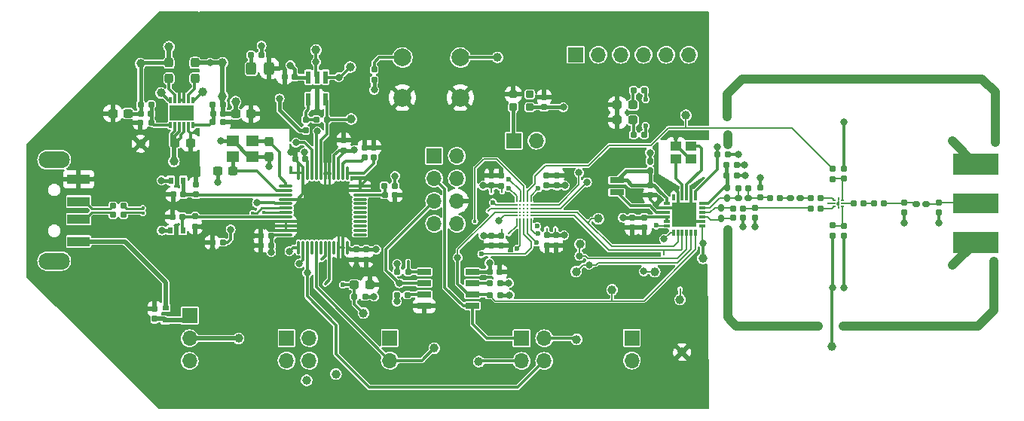
<source format=gtl>
G04 #@! TF.GenerationSoftware,KiCad,Pcbnew,(6.0.1)*
G04 #@! TF.CreationDate,2022-02-07T11:20:35+02:00*
G04 #@! TF.ProjectId,LoRaDongle_iCE40,4c6f5261-446f-46e6-976c-655f69434534,1.0*
G04 #@! TF.SameCoordinates,Original*
G04 #@! TF.FileFunction,Copper,L1,Top*
G04 #@! TF.FilePolarity,Positive*
%FSLAX46Y46*%
G04 Gerber Fmt 4.6, Leading zero omitted, Abs format (unit mm)*
G04 Created by KiCad (PCBNEW (6.0.1)) date 2022-02-07 11:20:35*
%MOMM*%
%LPD*%
G01*
G04 APERTURE LIST*
G04 Aperture macros list*
%AMRoundRect*
0 Rectangle with rounded corners*
0 $1 Rounding radius*
0 $2 $3 $4 $5 $6 $7 $8 $9 X,Y pos of 4 corners*
0 Add a 4 corners polygon primitive as box body*
4,1,4,$2,$3,$4,$5,$6,$7,$8,$9,$2,$3,0*
0 Add four circle primitives for the rounded corners*
1,1,$1+$1,$2,$3*
1,1,$1+$1,$4,$5*
1,1,$1+$1,$6,$7*
1,1,$1+$1,$8,$9*
0 Add four rect primitives between the rounded corners*
20,1,$1+$1,$2,$3,$4,$5,0*
20,1,$1+$1,$4,$5,$6,$7,0*
20,1,$1+$1,$6,$7,$8,$9,0*
20,1,$1+$1,$8,$9,$2,$3,0*%
%AMFreePoly0*
4,1,5,0.260000,-0.075000,-0.140000,-0.075000,-0.140000,0.075000,0.260000,0.075000,0.260000,-0.075000,0.260000,-0.075000,$1*%
%AMFreePoly1*
4,1,5,0.075000,-0.095000,-0.075000,-0.095000,-0.075000,0.190000,0.075000,0.190000,0.075000,-0.095000,0.075000,-0.095000,$1*%
%AMFreePoly2*
4,1,5,0.075000,-0.190000,-0.075000,-0.305000,-0.075000,0.095000,0.075000,0.095000,0.075000,-0.190000,0.075000,-0.190000,$1*%
G04 Aperture macros list end*
G04 #@! TA.AperFunction,SMDPad,CuDef*
%ADD10RoundRect,0.160000X-0.160000X0.197500X-0.160000X-0.197500X0.160000X-0.197500X0.160000X0.197500X0*%
G04 #@! TD*
G04 #@! TA.AperFunction,SMDPad,CuDef*
%ADD11C,1.000000*%
G04 #@! TD*
G04 #@! TA.AperFunction,SMDPad,CuDef*
%ADD12RoundRect,0.250000X0.325000X0.450000X-0.325000X0.450000X-0.325000X-0.450000X0.325000X-0.450000X0*%
G04 #@! TD*
G04 #@! TA.AperFunction,SMDPad,CuDef*
%ADD13RoundRect,0.155000X-0.212500X-0.155000X0.212500X-0.155000X0.212500X0.155000X-0.212500X0.155000X0*%
G04 #@! TD*
G04 #@! TA.AperFunction,ComponentPad*
%ADD14R,1.700000X1.700000*%
G04 #@! TD*
G04 #@! TA.AperFunction,ComponentPad*
%ADD15O,1.700000X1.700000*%
G04 #@! TD*
G04 #@! TA.AperFunction,SMDPad,CuDef*
%ADD16R,1.525000X0.650000*%
G04 #@! TD*
G04 #@! TA.AperFunction,SMDPad,CuDef*
%ADD17RoundRect,0.155000X0.155000X-0.212500X0.155000X0.212500X-0.155000X0.212500X-0.155000X-0.212500X0*%
G04 #@! TD*
G04 #@! TA.AperFunction,SMDPad,CuDef*
%ADD18RoundRect,0.155000X0.212500X0.155000X-0.212500X0.155000X-0.212500X-0.155000X0.212500X-0.155000X0*%
G04 #@! TD*
G04 #@! TA.AperFunction,SMDPad,CuDef*
%ADD19RoundRect,0.160000X-0.197500X-0.160000X0.197500X-0.160000X0.197500X0.160000X-0.197500X0.160000X0*%
G04 #@! TD*
G04 #@! TA.AperFunction,SMDPad,CuDef*
%ADD20RoundRect,0.160000X0.197500X0.160000X-0.197500X0.160000X-0.197500X-0.160000X0.197500X-0.160000X0*%
G04 #@! TD*
G04 #@! TA.AperFunction,SMDPad,CuDef*
%ADD21R,0.600000X0.800000*%
G04 #@! TD*
G04 #@! TA.AperFunction,ComponentPad*
%ADD22C,2.000000*%
G04 #@! TD*
G04 #@! TA.AperFunction,SMDPad,CuDef*
%ADD23R,0.800000X0.600000*%
G04 #@! TD*
G04 #@! TA.AperFunction,SMDPad,CuDef*
%ADD24RoundRect,0.155000X-0.155000X0.212500X-0.155000X-0.212500X0.155000X-0.212500X0.155000X0.212500X0*%
G04 #@! TD*
G04 #@! TA.AperFunction,SMDPad,CuDef*
%ADD25R,2.500000X1.100000*%
G04 #@! TD*
G04 #@! TA.AperFunction,ComponentPad*
%ADD26O,3.500000X1.900000*%
G04 #@! TD*
G04 #@! TA.AperFunction,SMDPad,CuDef*
%ADD27RoundRect,0.237500X-0.237500X0.300000X-0.237500X-0.300000X0.237500X-0.300000X0.237500X0.300000X0*%
G04 #@! TD*
G04 #@! TA.AperFunction,SMDPad,CuDef*
%ADD28RoundRect,0.237500X0.300000X0.237500X-0.300000X0.237500X-0.300000X-0.237500X0.300000X-0.237500X0*%
G04 #@! TD*
G04 #@! TA.AperFunction,SMDPad,CuDef*
%ADD29R,1.400000X1.200000*%
G04 #@! TD*
G04 #@! TA.AperFunction,SMDPad,CuDef*
%ADD30RoundRect,0.160000X0.160000X-0.222500X0.160000X0.222500X-0.160000X0.222500X-0.160000X-0.222500X0*%
G04 #@! TD*
G04 #@! TA.AperFunction,SMDPad,CuDef*
%ADD31RoundRect,0.160000X-0.160000X0.222500X-0.160000X-0.222500X0.160000X-0.222500X0.160000X0.222500X0*%
G04 #@! TD*
G04 #@! TA.AperFunction,SMDPad,CuDef*
%ADD32RoundRect,0.160000X-0.222500X-0.160000X0.222500X-0.160000X0.222500X0.160000X-0.222500X0.160000X0*%
G04 #@! TD*
G04 #@! TA.AperFunction,SMDPad,CuDef*
%ADD33R,0.330000X0.150000*%
G04 #@! TD*
G04 #@! TA.AperFunction,SMDPad,CuDef*
%ADD34FreePoly0,0.000000*%
G04 #@! TD*
G04 #@! TA.AperFunction,SMDPad,CuDef*
%ADD35FreePoly1,0.000000*%
G04 #@! TD*
G04 #@! TA.AperFunction,SMDPad,CuDef*
%ADD36FreePoly2,0.000000*%
G04 #@! TD*
G04 #@! TA.AperFunction,SMDPad,CuDef*
%ADD37R,0.300000X0.800000*%
G04 #@! TD*
G04 #@! TA.AperFunction,SMDPad,CuDef*
%ADD38R,0.800000X0.300000*%
G04 #@! TD*
G04 #@! TA.AperFunction,SMDPad,CuDef*
%ADD39R,2.700000X2.700000*%
G04 #@! TD*
G04 #@! TA.AperFunction,SMDPad,CuDef*
%ADD40R,1.600000X0.650000*%
G04 #@! TD*
G04 #@! TA.AperFunction,SMDPad,CuDef*
%ADD41R,5.080000X2.286000*%
G04 #@! TD*
G04 #@! TA.AperFunction,SMDPad,CuDef*
%ADD42R,5.080000X2.413000*%
G04 #@! TD*
G04 #@! TA.AperFunction,SMDPad,CuDef*
%ADD43RoundRect,0.160000X0.160000X-0.197500X0.160000X0.197500X-0.160000X0.197500X-0.160000X-0.197500X0*%
G04 #@! TD*
G04 #@! TA.AperFunction,SMDPad,CuDef*
%ADD44RoundRect,0.237500X0.237500X-0.287500X0.237500X0.287500X-0.237500X0.287500X-0.237500X-0.287500X0*%
G04 #@! TD*
G04 #@! TA.AperFunction,SMDPad,CuDef*
%ADD45RoundRect,0.237500X-0.237500X0.287500X-0.237500X-0.287500X0.237500X-0.287500X0.237500X0.287500X0*%
G04 #@! TD*
G04 #@! TA.AperFunction,SMDPad,CuDef*
%ADD46RoundRect,0.237500X-0.300000X-0.237500X0.300000X-0.237500X0.300000X0.237500X-0.300000X0.237500X0*%
G04 #@! TD*
G04 #@! TA.AperFunction,SMDPad,CuDef*
%ADD47R,0.600000X1.400000*%
G04 #@! TD*
G04 #@! TA.AperFunction,SMDPad,CuDef*
%ADD48RoundRect,0.075000X-0.662500X-0.075000X0.662500X-0.075000X0.662500X0.075000X-0.662500X0.075000X0*%
G04 #@! TD*
G04 #@! TA.AperFunction,SMDPad,CuDef*
%ADD49RoundRect,0.075000X-0.075000X-0.662500X0.075000X-0.662500X0.075000X0.662500X-0.075000X0.662500X0*%
G04 #@! TD*
G04 #@! TA.AperFunction,SMDPad,CuDef*
%ADD50R,0.300000X0.650000*%
G04 #@! TD*
G04 #@! TA.AperFunction,SMDPad,CuDef*
%ADD51R,2.750000X1.750000*%
G04 #@! TD*
G04 #@! TA.AperFunction,SMDPad,CuDef*
%ADD52RoundRect,0.200000X-0.250000X0.200000X-0.250000X-0.200000X0.250000X-0.200000X0.250000X0.200000X0*%
G04 #@! TD*
G04 #@! TA.AperFunction,SMDPad,CuDef*
%ADD53C,0.208000*%
G04 #@! TD*
G04 #@! TA.AperFunction,SMDPad,CuDef*
%ADD54RoundRect,0.237500X-0.287500X-0.237500X0.287500X-0.237500X0.287500X0.237500X-0.287500X0.237500X0*%
G04 #@! TD*
G04 #@! TA.AperFunction,SMDPad,CuDef*
%ADD55R,1.150000X1.000000*%
G04 #@! TD*
G04 #@! TA.AperFunction,SMDPad,CuDef*
%ADD56RoundRect,0.237500X0.287500X0.237500X-0.287500X0.237500X-0.287500X-0.237500X0.287500X-0.237500X0*%
G04 #@! TD*
G04 #@! TA.AperFunction,ViaPad*
%ADD57C,0.800000*%
G04 #@! TD*
G04 #@! TA.AperFunction,ViaPad*
%ADD58C,1.000000*%
G04 #@! TD*
G04 #@! TA.AperFunction,ViaPad*
%ADD59C,0.300000*%
G04 #@! TD*
G04 #@! TA.AperFunction,ViaPad*
%ADD60C,0.400000*%
G04 #@! TD*
G04 #@! TA.AperFunction,ViaPad*
%ADD61C,0.600000*%
G04 #@! TD*
G04 #@! TA.AperFunction,Conductor*
%ADD62C,1.000000*%
G04 #@! TD*
G04 #@! TA.AperFunction,Conductor*
%ADD63C,0.400000*%
G04 #@! TD*
G04 #@! TA.AperFunction,Conductor*
%ADD64C,0.300000*%
G04 #@! TD*
G04 #@! TA.AperFunction,Conductor*
%ADD65C,0.200000*%
G04 #@! TD*
G04 #@! TA.AperFunction,Conductor*
%ADD66C,0.150000*%
G04 #@! TD*
G04 #@! TA.AperFunction,Conductor*
%ADD67C,0.500000*%
G04 #@! TD*
G04 #@! TA.AperFunction,Conductor*
%ADD68C,0.230000*%
G04 #@! TD*
G04 APERTURE END LIST*
G36*
X191532000Y-96525000D02*
G01*
X191532000Y-96855000D01*
X191477000Y-97055000D01*
X191327000Y-97055000D01*
X191327000Y-96940000D01*
X191152000Y-96765000D01*
X191152000Y-96615000D01*
X191240000Y-96528000D01*
X191327000Y-96440000D01*
X191477000Y-96325000D01*
X191532000Y-96525000D01*
G37*
D10*
X139250000Y-81652500D03*
X139250000Y-82847500D03*
D11*
X190700000Y-112800000D03*
X151000000Y-114500000D03*
X165990000Y-106420000D03*
X162000000Y-112000000D03*
X164440000Y-98440000D03*
X113000000Y-81000000D03*
X146000000Y-113000000D03*
X173620000Y-107520000D03*
X162380000Y-101310000D03*
X113000000Y-90000000D03*
X153100000Y-80300000D03*
D12*
X127475000Y-81550000D03*
X125425000Y-81550000D03*
D13*
X130382500Y-91750000D03*
X131517500Y-91750000D03*
D14*
X155820000Y-111880000D03*
D15*
X158360000Y-111880000D03*
X155820000Y-114420000D03*
X158360000Y-114420000D03*
D16*
X144878000Y-104417000D03*
X144878000Y-105687000D03*
X144878000Y-106957000D03*
X144878000Y-108227000D03*
X150302000Y-108227000D03*
X150302000Y-106957000D03*
X150302000Y-105687000D03*
X150302000Y-104417000D03*
D17*
X135840000Y-90747500D03*
X135840000Y-89612500D03*
D18*
X141567500Y-95750000D03*
X140432500Y-95750000D03*
D19*
X140382500Y-94720000D03*
X141577500Y-94720000D03*
D20*
X126597500Y-80000000D03*
X125402500Y-80000000D03*
X111097500Y-98000000D03*
X109902500Y-98000000D03*
X111097500Y-97000000D03*
X109902500Y-97000000D03*
D14*
X141010000Y-111850000D03*
D15*
X141010000Y-114390000D03*
D14*
X161900000Y-80000000D03*
D15*
X164440000Y-80000000D03*
X166980000Y-80000000D03*
X169520000Y-80000000D03*
X172060000Y-80000000D03*
X174600000Y-80000000D03*
D21*
X116400000Y-94150000D03*
X117800000Y-94150000D03*
D17*
X119150000Y-99317500D03*
X119150000Y-98182500D03*
D22*
X148930000Y-80320000D03*
X142430000Y-80320000D03*
X142430000Y-84820000D03*
X148930000Y-84820000D03*
D19*
X152202500Y-107000000D03*
X153397500Y-107000000D03*
X152202500Y-105670000D03*
X153397500Y-105670000D03*
D20*
X143057500Y-104410000D03*
X141862500Y-104410000D03*
D19*
X141805000Y-107000000D03*
X143000000Y-107000000D03*
X137035000Y-107195000D03*
X138230000Y-107195000D03*
D17*
X138210000Y-91537500D03*
X138210000Y-90402500D03*
D13*
X126542500Y-100380000D03*
X127677500Y-100380000D03*
D18*
X153337500Y-104400000D03*
X152202500Y-104400000D03*
D17*
X137250000Y-103047500D03*
X137250000Y-101912500D03*
D11*
X124020000Y-111900000D03*
D14*
X118530000Y-109340000D03*
D15*
X118530000Y-111880000D03*
X118530000Y-114420000D03*
D14*
X146000000Y-91370000D03*
D15*
X148540000Y-91370000D03*
X146000000Y-93910000D03*
X148540000Y-93910000D03*
X146000000Y-96450000D03*
X148540000Y-96450000D03*
X146000000Y-98990000D03*
X148540000Y-98990000D03*
D23*
X115824000Y-108448000D03*
X115824000Y-109848000D03*
D24*
X114580000Y-108562500D03*
X114580000Y-109697500D03*
D20*
X122263500Y-101092000D03*
X121068500Y-101092000D03*
D25*
X106050000Y-101000000D03*
X106050000Y-98500000D03*
X106050000Y-96500000D03*
X106050000Y-94000000D03*
D26*
X103300000Y-91800000D03*
X103300000Y-103200000D03*
D27*
X127400000Y-89737500D03*
X127400000Y-91462500D03*
D28*
X123362500Y-93100000D03*
X121637500Y-93100000D03*
D29*
X125552000Y-89724000D03*
X123352000Y-89724000D03*
X123352000Y-91424000D03*
X125552000Y-91424000D03*
D30*
X170250000Y-93072500D03*
X170250000Y-91927500D03*
D31*
X178920000Y-94932500D03*
X178920000Y-96077500D03*
D17*
X169620000Y-99437500D03*
X169620000Y-98302500D03*
D32*
X200147500Y-96790000D03*
X201292500Y-96790000D03*
D13*
X178852500Y-92390000D03*
X179987500Y-92390000D03*
D18*
X184857500Y-96090000D03*
X183722500Y-96090000D03*
D32*
X186003500Y-96090000D03*
X187148500Y-96090000D03*
D33*
X190917000Y-96340000D03*
D34*
X190892000Y-96690000D03*
D35*
X191402000Y-97245000D03*
D36*
X191402000Y-96135000D03*
D33*
X190917000Y-97040000D03*
X191887000Y-97040000D03*
X191887000Y-96690000D03*
X191887000Y-96340000D03*
D37*
X175370000Y-95990000D03*
X174870000Y-95990000D03*
X174370000Y-95990000D03*
X173870000Y-95990000D03*
X173370000Y-95990000D03*
X172870000Y-95990000D03*
D38*
X172120000Y-96740000D03*
X172120000Y-97240000D03*
X172120000Y-97740000D03*
X172120000Y-98240000D03*
X172120000Y-98740000D03*
X172120000Y-99240000D03*
D37*
X172870000Y-99990000D03*
X173370000Y-99990000D03*
X173870000Y-99990000D03*
X174370000Y-99990000D03*
X174870000Y-99990000D03*
X175370000Y-99990000D03*
D38*
X176120000Y-99240000D03*
X176120000Y-98740000D03*
X176120000Y-98240000D03*
X176120000Y-97740000D03*
X176120000Y-97240000D03*
X176120000Y-96740000D03*
D39*
X174120000Y-97990000D03*
D40*
X166520000Y-94115000D03*
X166520000Y-95465000D03*
D41*
X206820000Y-96690000D03*
D42*
X206820000Y-101071500D03*
X206820000Y-92308500D03*
D11*
X174280000Y-86810000D03*
D13*
X179552500Y-98290000D03*
X180687500Y-98290000D03*
D31*
X178220000Y-97217500D03*
X178220000Y-98362500D03*
D17*
X170250000Y-95817500D03*
X170250000Y-94682500D03*
D24*
X192028000Y-92802500D03*
X192028000Y-93937500D03*
D17*
X202720000Y-97757500D03*
X202720000Y-96622500D03*
D18*
X181301500Y-94990000D03*
X180166500Y-94990000D03*
D24*
X192028000Y-99222500D03*
X192028000Y-100357500D03*
D13*
X193120500Y-96690000D03*
X194255500Y-96690000D03*
X179552500Y-97290000D03*
X180687500Y-97290000D03*
D32*
X180161500Y-96090000D03*
X181306500Y-96090000D03*
D13*
X188294500Y-97290000D03*
X189429500Y-97290000D03*
X177832500Y-91190000D03*
X178967500Y-91190000D03*
D17*
X168220000Y-99457500D03*
X168220000Y-98322500D03*
D24*
X182020000Y-97222500D03*
X182020000Y-98357500D03*
D13*
X178852500Y-93590000D03*
X179987500Y-93590000D03*
D17*
X182610000Y-96037500D03*
X182610000Y-94902500D03*
D18*
X196541500Y-96686000D03*
X195406500Y-96686000D03*
D13*
X188294500Y-96090000D03*
X189429500Y-96090000D03*
D17*
X198820000Y-97757500D03*
X198820000Y-96622500D03*
D43*
X190728000Y-100387500D03*
X190728000Y-99192500D03*
X190728000Y-93987500D03*
X190728000Y-92792500D03*
D20*
X114185500Y-87626000D03*
X112990500Y-87626000D03*
D19*
X113000500Y-85586000D03*
X114195500Y-85586000D03*
D44*
X116188000Y-82663000D03*
X116188000Y-80913000D03*
D45*
X119126000Y-80913000D03*
X119126000Y-82663000D03*
D28*
X118618000Y-89916000D03*
X116893000Y-89916000D03*
D18*
X114145500Y-86616000D03*
X113010500Y-86616000D03*
D46*
X109875500Y-86596000D03*
X111600500Y-86596000D03*
D17*
X138350000Y-103047500D03*
X138350000Y-101912500D03*
D18*
X117817500Y-95720000D03*
X116682500Y-95720000D03*
D13*
X126542500Y-101430000D03*
X127677500Y-101430000D03*
X129182500Y-82510000D03*
X130317500Y-82510000D03*
D43*
X131570000Y-88497500D03*
X131570000Y-87302500D03*
D47*
X131870000Y-85030000D03*
X132820000Y-85030000D03*
X133770000Y-85030000D03*
X133770000Y-82530000D03*
X132820000Y-82530000D03*
X131870000Y-82530000D03*
D20*
X133947500Y-87300000D03*
X132752500Y-87300000D03*
D24*
X119250000Y-94582500D03*
X119250000Y-95717500D03*
D18*
X117717500Y-98210000D03*
X116582500Y-98210000D03*
D21*
X116350000Y-99750000D03*
X117750000Y-99750000D03*
D48*
X129337500Y-94750000D03*
X129337500Y-95250000D03*
X129337500Y-95750000D03*
X129337500Y-96250000D03*
X129337500Y-96750000D03*
X129337500Y-97250000D03*
X129337500Y-97750000D03*
X129337500Y-98250000D03*
X129337500Y-98750000D03*
X129337500Y-99250000D03*
X129337500Y-99750000D03*
X129337500Y-100250000D03*
D49*
X130750000Y-101662500D03*
X131250000Y-101662500D03*
X131750000Y-101662500D03*
X132250000Y-101662500D03*
X132750000Y-101662500D03*
X133250000Y-101662500D03*
X133750000Y-101662500D03*
X134250000Y-101662500D03*
X134750000Y-101662500D03*
X135250000Y-101662500D03*
X135750000Y-101662500D03*
X136250000Y-101662500D03*
D48*
X137662500Y-100250000D03*
X137662500Y-99750000D03*
X137662500Y-99250000D03*
X137662500Y-98750000D03*
X137662500Y-98250000D03*
X137662500Y-97750000D03*
X137662500Y-97250000D03*
X137662500Y-96750000D03*
X137662500Y-96250000D03*
X137662500Y-95750000D03*
X137662500Y-95250000D03*
X137662500Y-94750000D03*
D49*
X136250000Y-93337500D03*
X135750000Y-93337500D03*
X135250000Y-93337500D03*
X134750000Y-93337500D03*
X134250000Y-93337500D03*
X133750000Y-93337500D03*
X133250000Y-93337500D03*
X132750000Y-93337500D03*
X132250000Y-93337500D03*
X131750000Y-93337500D03*
X131250000Y-93337500D03*
X130750000Y-93337500D03*
D50*
X116368000Y-87916000D03*
X116868000Y-87916000D03*
X117368000Y-87916000D03*
X117868000Y-87916000D03*
X118368000Y-87916000D03*
X118868000Y-87916000D03*
X118868000Y-85116000D03*
X118368000Y-85116000D03*
X117868000Y-85116000D03*
X117368000Y-85116000D03*
X116868000Y-85116000D03*
X116368000Y-85116000D03*
D51*
X117618000Y-86516000D03*
D17*
X152390000Y-101455500D03*
X152390000Y-100320500D03*
X153528000Y-101455500D03*
X153528000Y-100320500D03*
X158650000Y-101427500D03*
X158650000Y-100292500D03*
D24*
X159796000Y-93576500D03*
X159796000Y-94711500D03*
X158360000Y-84752500D03*
X158360000Y-85887500D03*
D52*
X156735000Y-84445000D03*
X154885000Y-84445000D03*
X154885000Y-85895000D03*
X156735000Y-85895000D03*
D53*
X155270000Y-96490000D03*
X155670000Y-96490000D03*
X156070000Y-96490000D03*
X156470000Y-96490000D03*
X156870000Y-96490000D03*
X155270000Y-96890000D03*
X155670000Y-96890000D03*
X156070000Y-96890000D03*
X156470000Y-96890000D03*
X156870000Y-96890000D03*
X155270000Y-97290000D03*
X155670000Y-97290000D03*
X156070000Y-97290000D03*
X156470000Y-97290000D03*
X156870000Y-97290000D03*
X155270000Y-97690000D03*
X155670000Y-97690000D03*
X156070000Y-97690000D03*
X156470000Y-97690000D03*
X156870000Y-97690000D03*
X155270000Y-98090000D03*
X155670000Y-98090000D03*
X156070000Y-98090000D03*
X156470000Y-98090000D03*
X156870000Y-98090000D03*
X155270000Y-98490000D03*
X155670000Y-98490000D03*
X156070000Y-98490000D03*
X156470000Y-98490000D03*
X156870000Y-98490000D03*
D24*
X153518000Y-93606500D03*
X153518000Y-94741500D03*
X158608000Y-93576500D03*
X158608000Y-94711500D03*
X152430000Y-93581500D03*
X152430000Y-94716500D03*
D17*
X159662000Y-101427500D03*
X159662000Y-100292500D03*
D11*
X138050000Y-109030000D03*
D54*
X166585000Y-87350000D03*
X168335000Y-87350000D03*
X166585000Y-85650000D03*
X168335000Y-85650000D03*
D20*
X169597500Y-89000000D03*
X168402500Y-89000000D03*
X169597500Y-84000000D03*
X168402500Y-84000000D03*
D14*
X168210000Y-111840000D03*
D15*
X168210000Y-114380000D03*
D14*
X129410000Y-111850000D03*
D15*
X131950000Y-111850000D03*
X129410000Y-114390000D03*
X131950000Y-114390000D03*
D11*
X170780000Y-104390000D03*
X176200000Y-102900000D03*
X122200000Y-80900000D03*
X161950000Y-104390000D03*
D17*
X139210000Y-91537500D03*
X139210000Y-90402500D03*
D55*
X174875000Y-90300000D03*
X173125000Y-90300000D03*
X173125000Y-91700000D03*
X174875000Y-91700000D03*
D28*
X125400500Y-86646000D03*
X123675500Y-86646000D03*
D13*
X121132500Y-86600000D03*
X122267500Y-86600000D03*
D19*
X121102500Y-87600000D03*
X122297500Y-87600000D03*
D20*
X122265500Y-85600000D03*
X121070500Y-85600000D03*
D11*
X173850000Y-113430000D03*
D56*
X138782500Y-105860000D03*
X137032500Y-105860000D03*
D14*
X154945000Y-89660000D03*
D15*
X157485000Y-89660000D03*
D11*
X136670000Y-87230000D03*
X132710000Y-79460000D03*
X136570000Y-81380000D03*
D57*
X113577500Y-108562500D03*
D58*
X188750000Y-82720000D03*
X194660000Y-110470000D03*
X208870000Y-107470000D03*
D57*
X121637500Y-94337500D03*
D58*
X208870000Y-105370000D03*
X180440000Y-82900000D03*
X204220000Y-103670000D03*
D57*
X198820000Y-98920000D03*
D58*
X178960000Y-99680000D03*
X183140000Y-82720000D03*
X178920000Y-86960000D03*
D59*
X156470000Y-96890000D03*
X155670000Y-98090000D03*
D58*
X208870000Y-103250000D03*
D57*
X114490000Y-98630000D03*
X121068500Y-101988500D03*
D58*
X209070000Y-84890000D03*
D57*
X115320000Y-95730000D03*
D60*
X173000000Y-95100000D03*
D57*
X120047500Y-99317500D03*
D58*
X209070000Y-87550000D03*
D57*
X180830000Y-92390000D03*
X153370000Y-103360000D03*
X152420000Y-92690000D03*
D58*
X179010000Y-89490000D03*
D57*
X180180000Y-91190000D03*
D58*
X182340000Y-110470000D03*
D61*
X169400000Y-95810000D03*
D60*
X175050000Y-94880000D03*
D57*
X192028000Y-106222000D03*
D58*
X206940000Y-82720000D03*
X109250000Y-89950000D03*
D57*
X192028000Y-87528000D03*
D58*
X178960000Y-104520000D03*
X194170000Y-82720000D03*
X178960000Y-107090000D03*
D57*
X122024000Y-89724000D03*
X132820000Y-86360000D03*
D58*
X202930000Y-110470000D03*
X205350000Y-110470000D03*
D57*
X141590000Y-96850000D03*
D58*
X178960000Y-102000000D03*
D57*
X121920000Y-106680000D03*
D58*
X200220000Y-82720000D03*
X207865000Y-109715000D03*
D57*
X173125000Y-89125000D03*
D58*
X186100000Y-82720000D03*
D57*
X182610000Y-93870000D03*
X158700000Y-95900000D03*
D58*
X200310000Y-110470000D03*
X203180000Y-82720000D03*
X197600000Y-110470000D03*
D57*
X151380000Y-101570000D03*
X202730000Y-98870000D03*
D58*
X191310000Y-82720000D03*
X179420000Y-109960000D03*
D57*
X135250000Y-103910000D03*
D58*
X204210000Y-89720000D03*
D57*
X139250000Y-94930000D03*
D58*
X184920000Y-110470000D03*
D57*
X180980000Y-93590000D03*
D58*
X178920000Y-84420000D03*
D57*
X139210000Y-93810000D03*
X182020000Y-99310000D03*
X180687500Y-99317500D03*
X126890000Y-99230000D03*
D58*
X191960000Y-110470000D03*
X209070000Y-89870000D03*
D59*
X190290000Y-96710000D03*
D57*
X127400000Y-92600000D03*
D58*
X187300000Y-110470000D03*
D57*
X129850000Y-90960000D03*
D58*
X189160000Y-110470000D03*
D57*
X125580000Y-100380000D03*
D58*
X196960000Y-82720000D03*
X109260000Y-92570000D03*
D57*
X139157500Y-103047500D03*
X137250000Y-103850000D03*
X125580000Y-101430000D03*
X139225000Y-107195000D03*
X137030000Y-90740000D03*
X127677500Y-102172500D03*
X141590000Y-93630000D03*
X154480000Y-107000000D03*
X160520000Y-85910000D03*
X154380000Y-105670000D03*
X128630000Y-84940000D03*
X131410000Y-90990000D03*
X152202500Y-103400000D03*
D58*
X122200000Y-84650000D03*
D57*
X115360000Y-94130000D03*
X115370000Y-99760000D03*
X141805000Y-107745000D03*
X126597500Y-78992500D03*
X141830000Y-103500000D03*
X120800000Y-80900000D03*
X139250000Y-83960000D03*
X129830000Y-81180000D03*
X139480000Y-101890000D03*
D58*
X123675500Y-85284500D03*
X115300000Y-84300000D03*
X120000000Y-84200000D03*
X116750000Y-92000000D03*
X116190000Y-79090000D03*
D57*
X170250000Y-91000000D03*
X177832500Y-90332500D03*
D61*
X135750000Y-105850000D03*
D59*
X156070000Y-97690003D03*
X133330000Y-103000000D03*
D57*
X132870000Y-88610000D03*
X135280000Y-82530000D03*
X132720000Y-80810000D03*
X130460000Y-89880000D03*
D61*
X154400000Y-95000000D03*
X154400000Y-94000000D03*
D57*
X162310000Y-102630000D03*
X163160000Y-94350000D03*
X163400000Y-103630000D03*
D61*
X152600000Y-96600000D03*
D59*
X156070000Y-96890000D03*
D61*
X155300000Y-101800000D03*
D59*
X152070000Y-97570000D03*
D57*
X169540000Y-104350000D03*
X171830000Y-100710000D03*
D59*
X156070000Y-97290000D03*
D61*
X157700000Y-100100000D03*
D57*
X148630000Y-102800000D03*
X129730000Y-102100000D03*
X153250000Y-98680000D03*
D59*
X156070000Y-98100000D03*
D57*
X176200000Y-101200000D03*
D59*
X156470000Y-98090000D03*
D61*
X157570000Y-99280000D03*
X169750000Y-85000000D03*
D59*
X173640000Y-106330000D03*
X171770000Y-102440000D03*
X154390000Y-100100000D03*
D57*
X162260000Y-93270000D03*
D61*
X151290000Y-102420000D03*
D59*
X133750000Y-105770000D03*
D61*
X169750000Y-88000000D03*
X157500000Y-101100000D03*
X157700000Y-95000000D03*
D59*
X143057500Y-103252500D03*
D57*
X142073000Y-105687000D03*
X131730000Y-104530000D03*
X130840000Y-103470000D03*
X126070000Y-96650000D03*
X123130000Y-99640000D03*
X190728000Y-106228000D03*
D61*
X170970000Y-99190000D03*
D60*
X113270000Y-97230000D03*
X126860000Y-97740000D03*
X125610000Y-97800500D03*
X113270000Y-97770000D03*
D57*
X167200000Y-98322500D03*
D59*
X156470000Y-97300000D03*
X155670000Y-97690000D03*
D57*
X151540500Y-100320500D03*
D59*
X158640000Y-99570000D03*
X156470000Y-97690000D03*
D60*
X150590000Y-98720000D03*
D58*
X131670000Y-116610000D03*
D59*
X153560000Y-99650000D03*
X159620000Y-99580000D03*
D57*
X160600000Y-100292500D03*
D58*
X134960000Y-115900000D03*
D59*
X155670000Y-96890000D03*
X155670000Y-97290000D03*
X152430000Y-95460000D03*
X153620000Y-95420000D03*
D57*
X160688500Y-94711500D03*
X151516500Y-94716500D03*
D62*
X179930000Y-110470000D02*
X182340000Y-110470000D01*
D63*
X121637500Y-93100000D02*
X121637500Y-94337500D01*
D62*
X209070000Y-87550000D02*
X209070000Y-84890000D01*
X207570000Y-82720000D02*
X206940000Y-82720000D01*
D64*
X174870000Y-98740000D02*
X174120000Y-97990000D01*
D62*
X207865000Y-109715000D02*
X208790000Y-108790000D01*
D65*
X190310000Y-96690000D02*
X190290000Y-96710000D01*
D64*
X137662500Y-95250000D02*
X138930000Y-95250000D01*
X114580000Y-108562500D02*
X113577500Y-108562500D01*
X169407500Y-95817500D02*
X169400000Y-95810000D01*
D65*
X190892000Y-96690000D02*
X190310000Y-96690000D01*
D62*
X178960000Y-102000000D02*
X178960000Y-104520000D01*
D64*
X173300978Y-90300000D02*
X173125000Y-90300000D01*
X173125000Y-90300000D02*
X173125000Y-89125000D01*
D62*
X194170000Y-82720000D02*
X191310000Y-82720000D01*
X209070000Y-89870000D02*
X209070000Y-88180000D01*
X180440000Y-82900000D02*
X179010000Y-84330000D01*
D64*
X116582500Y-98210000D02*
X116292500Y-98210000D01*
X134447500Y-89612500D02*
X135840000Y-89612500D01*
D62*
X179010000Y-89490000D02*
X179010000Y-90100000D01*
X206820000Y-92308500D02*
X206798500Y-92308500D01*
D64*
X126910000Y-99250000D02*
X126890000Y-99230000D01*
X174870000Y-97240000D02*
X174120000Y-97990000D01*
D62*
X206820000Y-101071500D02*
X204221500Y-103670000D01*
D64*
X129337500Y-99750000D02*
X128129194Y-99750000D01*
D62*
X205350000Y-110470000D02*
X207110000Y-110470000D01*
X208790000Y-108790000D02*
X208870000Y-108710000D01*
X207110000Y-110470000D02*
X207865000Y-109715000D01*
D64*
X171240000Y-97240000D02*
X170250000Y-96250000D01*
D62*
X178960000Y-104520000D02*
X178960000Y-107090000D01*
X192980000Y-110470000D02*
X194660000Y-110470000D01*
X178960000Y-99680000D02*
X178960000Y-101200000D01*
D63*
X127400000Y-91462500D02*
X127400000Y-92600000D01*
D64*
X192028000Y-100357500D02*
X192028000Y-106222000D01*
X176120000Y-98740000D02*
X174870000Y-98740000D01*
X135250000Y-101662500D02*
X135250000Y-103910000D01*
X173370000Y-95990000D02*
X173370000Y-95470000D01*
X119150000Y-99317500D02*
X120047500Y-99317500D01*
D62*
X178960000Y-107090000D02*
X178960000Y-109500000D01*
X191960000Y-110470000D02*
X192980000Y-110470000D01*
D64*
X130610000Y-96250000D02*
X131250000Y-95610000D01*
D62*
X179010000Y-88990000D02*
X179010000Y-89490000D01*
D63*
X116682500Y-95720000D02*
X115330000Y-95720000D01*
D64*
X132820000Y-85030000D02*
X132820000Y-86360000D01*
D63*
X123452000Y-89724000D02*
X125152000Y-91424000D01*
D64*
X137250000Y-103047500D02*
X137250000Y-103850000D01*
D62*
X194660000Y-110470000D02*
X197600000Y-110470000D01*
D64*
X138350000Y-103047500D02*
X139157500Y-103047500D01*
X131250000Y-93337500D02*
X131250000Y-92617500D01*
X179987500Y-92390000D02*
X180830000Y-92390000D01*
X174875000Y-91700000D02*
X174700978Y-91700000D01*
D62*
X203180000Y-82720000D02*
X200220000Y-82720000D01*
D64*
X133750000Y-91360000D02*
X134250000Y-90860000D01*
D63*
X115330000Y-95720000D02*
X115320000Y-95730000D01*
D64*
X133750000Y-93337500D02*
X133750000Y-91360000D01*
D66*
X156503505Y-96890000D02*
X156516747Y-96903242D01*
D62*
X206940000Y-82720000D02*
X203180000Y-82720000D01*
D64*
X131250000Y-95610000D02*
X131250000Y-93337500D01*
X116282500Y-98200000D02*
X114920000Y-98200000D01*
X129337500Y-98750000D02*
X127370000Y-98750000D01*
D62*
X179870000Y-110410000D02*
X179930000Y-110470000D01*
X209070000Y-84890000D02*
X209070000Y-84220000D01*
X204221500Y-103670000D02*
X204220000Y-103670000D01*
D64*
X127609194Y-99230000D02*
X126890000Y-99230000D01*
X172120000Y-97240000D02*
X171240000Y-97240000D01*
D63*
X123352000Y-89724000D02*
X122024000Y-89724000D01*
D64*
X126542500Y-100380000D02*
X125580000Y-100380000D01*
X136267500Y-103047500D02*
X137250000Y-103047500D01*
D62*
X179420000Y-109960000D02*
X179870000Y-110410000D01*
D64*
X202720000Y-98860000D02*
X202730000Y-98870000D01*
X137662500Y-94750000D02*
X138452500Y-93960000D01*
D63*
X152390000Y-101455500D02*
X153528000Y-101455500D01*
D62*
X180620000Y-82720000D02*
X180440000Y-82900000D01*
D64*
X138452500Y-93960000D02*
X139060000Y-93960000D01*
X129337500Y-96250000D02*
X130610000Y-96250000D01*
X174870000Y-95990000D02*
X174870000Y-97240000D01*
X128129194Y-99750000D02*
X127609194Y-99230000D01*
X174870000Y-95990000D02*
X174870000Y-95060000D01*
D66*
X156470000Y-96890000D02*
X156503505Y-96890000D01*
D64*
X172120000Y-97240000D02*
X173370000Y-97240000D01*
X141567500Y-96827500D02*
X141590000Y-96850000D01*
D62*
X200220000Y-82720000D02*
X196960000Y-82720000D01*
D64*
X182020000Y-98357500D02*
X182020000Y-99310000D01*
D67*
X109260000Y-92570000D02*
X109260000Y-89960000D01*
D64*
X118618000Y-88868000D02*
X118618000Y-89916000D01*
X170250000Y-96250000D02*
X170250000Y-95817500D01*
X116292500Y-98210000D02*
X116282500Y-98200000D01*
D67*
X107830000Y-94000000D02*
X106050000Y-94000000D01*
D64*
X134250000Y-90860000D02*
X134250000Y-89810000D01*
D62*
X197600000Y-110470000D02*
X200310000Y-110470000D01*
D64*
X141567500Y-95750000D02*
X141567500Y-96827500D01*
X130750000Y-92117500D02*
X130666250Y-92033750D01*
X134250000Y-89810000D02*
X134447500Y-89612500D01*
D67*
X109260000Y-89960000D02*
X109250000Y-89950000D01*
D64*
X131250000Y-92617500D02*
X130666250Y-92033750D01*
X182610000Y-94902500D02*
X182610000Y-93870000D01*
D67*
X107830000Y-94000000D02*
X109260000Y-92570000D01*
D64*
X173370000Y-95990000D02*
X173370000Y-97240000D01*
D62*
X188750000Y-82720000D02*
X186100000Y-82720000D01*
D64*
X130382500Y-91492500D02*
X129850000Y-90960000D01*
D62*
X208870000Y-108710000D02*
X208870000Y-107470000D01*
X196960000Y-82720000D02*
X194170000Y-82720000D01*
X209070000Y-84220000D02*
X207570000Y-82720000D01*
D64*
X170250000Y-95817500D02*
X169407500Y-95817500D01*
D62*
X184920000Y-110470000D02*
X187300000Y-110470000D01*
X208870000Y-105370000D02*
X208870000Y-103250000D01*
D64*
X121068500Y-101092000D02*
X121068500Y-101988500D01*
D62*
X179010000Y-84330000D02*
X178920000Y-84420000D01*
D64*
X174700978Y-91700000D02*
X173300978Y-90300000D01*
X118368000Y-88618000D02*
X118618000Y-88868000D01*
D63*
X158650000Y-101427500D02*
X159662000Y-101427500D01*
D62*
X183140000Y-82720000D02*
X180620000Y-82720000D01*
D64*
X118368000Y-87916000D02*
X118368000Y-88618000D01*
X173370000Y-97240000D02*
X174120000Y-97990000D01*
D63*
X138210000Y-90402500D02*
X139210000Y-90402500D01*
D64*
X135750000Y-102530000D02*
X136267500Y-103047500D01*
D62*
X178960000Y-109500000D02*
X179420000Y-109960000D01*
D64*
X179987500Y-93590000D02*
X180980000Y-93590000D01*
X174870000Y-95060000D02*
X175050000Y-94880000D01*
D63*
X127361500Y-91424000D02*
X127400000Y-91462500D01*
D64*
X202720000Y-97757500D02*
X202720000Y-98860000D01*
X134250000Y-93337500D02*
X134250000Y-90860000D01*
X180687500Y-98290000D02*
X180687500Y-99317500D01*
X130750000Y-93337500D02*
X130750000Y-92117500D01*
D63*
X125552000Y-91424000D02*
X127361500Y-91424000D01*
D62*
X206798500Y-92308500D02*
X204210000Y-89720000D01*
X209070000Y-88180000D02*
X209070000Y-87550000D01*
D64*
X135750000Y-101662500D02*
X135750000Y-102530000D01*
D63*
X125152000Y-91424000D02*
X125552000Y-91424000D01*
D62*
X187300000Y-110470000D02*
X189160000Y-110470000D01*
D64*
X130666250Y-92033750D02*
X130382500Y-91750000D01*
X139060000Y-93960000D02*
X139210000Y-93810000D01*
X138930000Y-95250000D02*
X139250000Y-94930000D01*
X130382500Y-91750000D02*
X130382500Y-91492500D01*
X127370000Y-98750000D02*
X126890000Y-99230000D01*
X129337500Y-99250000D02*
X126910000Y-99250000D01*
D62*
X178920000Y-84420000D02*
X178920000Y-86960000D01*
D64*
X173370000Y-95470000D02*
X173000000Y-95100000D01*
D62*
X208870000Y-107470000D02*
X208870000Y-105370000D01*
D63*
X123352000Y-89724000D02*
X123452000Y-89724000D01*
D62*
X178960000Y-101200000D02*
X178960000Y-102000000D01*
X191310000Y-82720000D02*
X188750000Y-82720000D01*
D64*
X178967500Y-91190000D02*
X180180000Y-91190000D01*
X192028000Y-92802500D02*
X192028000Y-87528000D01*
D62*
X182340000Y-110470000D02*
X184920000Y-110470000D01*
X186100000Y-82720000D02*
X183140000Y-82720000D01*
X202930000Y-110470000D02*
X205350000Y-110470000D01*
X200310000Y-110470000D02*
X202930000Y-110470000D01*
D64*
X114920000Y-98200000D02*
X114490000Y-98630000D01*
X198820000Y-97757500D02*
X198820000Y-98920000D01*
X126542500Y-101430000D02*
X125580000Y-101430000D01*
D67*
X114580000Y-109697500D02*
X115673500Y-109697500D01*
X115673500Y-109697500D02*
X115824000Y-109848000D01*
X118022000Y-109848000D02*
X118530000Y-109340000D01*
X115824000Y-109848000D02*
X118022000Y-109848000D01*
D63*
X127677500Y-102172500D02*
X127677500Y-102172500D01*
X131517500Y-91002500D02*
X131517500Y-91002500D01*
X141805000Y-107745000D02*
X141805000Y-107745000D01*
X152202500Y-103567500D02*
X152202500Y-103567500D01*
X154380000Y-105670000D02*
X154380000Y-105670000D01*
X154480000Y-107000000D02*
X154480000Y-107000000D01*
D64*
X134750000Y-93337500D02*
X134750000Y-91330000D01*
D63*
X115380000Y-99750000D02*
X115370000Y-99760000D01*
X160497500Y-85887500D02*
X160520000Y-85910000D01*
X126597500Y-80000000D02*
X126597500Y-78992500D01*
X115380000Y-94150000D02*
X115360000Y-94130000D01*
D64*
X135332500Y-90747500D02*
X135840000Y-90747500D01*
D67*
X119139000Y-80900000D02*
X119126000Y-80913000D01*
D64*
X131410000Y-90990000D02*
X131410000Y-91642500D01*
D67*
X122200000Y-80900000D02*
X120800000Y-80900000D01*
D63*
X156735000Y-85895000D02*
X158352500Y-85895000D01*
X153397500Y-105670000D02*
X154380000Y-105670000D01*
X130317500Y-81667500D02*
X129830000Y-81180000D01*
X152185500Y-104417000D02*
X152202500Y-104400000D01*
D67*
X123675500Y-86646000D02*
X122313500Y-86646000D01*
D63*
X127677500Y-101430000D02*
X127677500Y-102172500D01*
D64*
X129337500Y-100250000D02*
X127807500Y-100250000D01*
X134750000Y-91330000D02*
X135332500Y-90747500D01*
D63*
X131570000Y-88497500D02*
X130907500Y-88497500D01*
X130317500Y-82510000D02*
X130317500Y-81667500D01*
D67*
X122265500Y-85600000D02*
X122265500Y-86598000D01*
D64*
X135250000Y-93337500D02*
X135250000Y-91630000D01*
X131750000Y-91982500D02*
X131517500Y-91750000D01*
D67*
X122200000Y-80900000D02*
X122200000Y-84450000D01*
D63*
X138230000Y-107195000D02*
X139225000Y-107195000D01*
X158352500Y-85895000D02*
X158360000Y-85887500D01*
X141805000Y-107000000D02*
X141805000Y-107745000D01*
D67*
X120800000Y-80900000D02*
X119139000Y-80900000D01*
D63*
X139250000Y-83960000D02*
X139250000Y-84030000D01*
X137022500Y-90747500D02*
X137030000Y-90740000D01*
X138350000Y-101912500D02*
X137250000Y-101912500D01*
D67*
X122313500Y-86646000D02*
X122267500Y-86600000D01*
X122200000Y-84450000D02*
X122200000Y-84650000D01*
X123675500Y-86646000D02*
X123675500Y-85284500D01*
D63*
X127677500Y-101430000D02*
X127677500Y-100380000D01*
D64*
X141577500Y-94720000D02*
X141577500Y-93642500D01*
D63*
X139480000Y-101890000D02*
X138372500Y-101890000D01*
X130337500Y-82530000D02*
X130317500Y-82510000D01*
X135840000Y-90747500D02*
X137022500Y-90747500D01*
D67*
X122200000Y-85534500D02*
X122265500Y-85600000D01*
D63*
X139250000Y-82847500D02*
X139250000Y-83960000D01*
D67*
X122265500Y-86598000D02*
X122267500Y-86600000D01*
D64*
X131410000Y-91642500D02*
X131517500Y-91750000D01*
D63*
X152202500Y-103400000D02*
X152202500Y-103567500D01*
D64*
X135840000Y-91040000D02*
X135840000Y-90747500D01*
D63*
X153397500Y-107000000D02*
X154480000Y-107000000D01*
X116350000Y-99750000D02*
X115380000Y-99750000D01*
X137250000Y-101912500D02*
X136550010Y-101912500D01*
D64*
X131750000Y-93337500D02*
X131750000Y-91982500D01*
D63*
X116400000Y-94150000D02*
X115380000Y-94150000D01*
X136550010Y-101912500D02*
X136300010Y-101662500D01*
X141862500Y-103532500D02*
X141830000Y-103500000D01*
X139225000Y-107195000D02*
X139230000Y-107190000D01*
X128630000Y-86220000D02*
X128630000Y-84940000D01*
X158360000Y-85887500D02*
X160497500Y-85887500D01*
D64*
X135250000Y-91630000D02*
X135840000Y-91040000D01*
D63*
X130907500Y-88497500D02*
X130350000Y-87940000D01*
X138372500Y-101890000D02*
X138350000Y-101912500D01*
D64*
X141577500Y-93642500D02*
X141590000Y-93630000D01*
D63*
X131870000Y-82530000D02*
X130337500Y-82530000D01*
X152202500Y-104400000D02*
X152202500Y-103567500D01*
X150302000Y-104417000D02*
X152185500Y-104417000D01*
D64*
X127807500Y-100250000D02*
X127677500Y-100380000D01*
D67*
X122200000Y-84650000D02*
X122200000Y-85534500D01*
D63*
X130350000Y-87940000D02*
X128630000Y-86220000D01*
X141862500Y-104410000D02*
X141862500Y-103532500D01*
X121132500Y-87570000D02*
X121102500Y-87600000D01*
D64*
X118868000Y-87916000D02*
X120786500Y-87916000D01*
D63*
X121070500Y-85600000D02*
X121070500Y-86538000D01*
D64*
X120786500Y-87916000D02*
X121102500Y-87600000D01*
D63*
X121132500Y-86600000D02*
X121132500Y-87570000D01*
X121070500Y-86538000D02*
X121132500Y-86600000D01*
D64*
X117868000Y-87916000D02*
X117868000Y-88632000D01*
X118868000Y-85116000D02*
X119084000Y-85116000D01*
X117368000Y-88632000D02*
X116893000Y-89107000D01*
X117368000Y-87916000D02*
X117368000Y-88632000D01*
D67*
X124020000Y-111900000D02*
X118550000Y-111900000D01*
D64*
X116500000Y-88909000D02*
X116500000Y-89523000D01*
X116500000Y-89523000D02*
X116893000Y-89916000D01*
D67*
X116750000Y-90059000D02*
X116893000Y-89916000D01*
X118550000Y-111900000D02*
X118530000Y-111880000D01*
D64*
X116368000Y-85116000D02*
X116116000Y-85116000D01*
X117500000Y-89000000D02*
X117500000Y-89309000D01*
X116116000Y-85116000D02*
X115300000Y-84300000D01*
X117500000Y-89309000D02*
X116893000Y-89916000D01*
X117868000Y-88632000D02*
X117500000Y-89000000D01*
X116868000Y-88541000D02*
X116500000Y-88909000D01*
D67*
X116750000Y-92000000D02*
X116750000Y-90059000D01*
D64*
X119084000Y-85116000D02*
X120000000Y-84200000D01*
X116868000Y-87916000D02*
X116868000Y-88541000D01*
X116893000Y-89107000D02*
X116893000Y-89916000D01*
D63*
X111620500Y-86616000D02*
X111600500Y-86596000D01*
D67*
X116190000Y-80911000D02*
X116188000Y-80913000D01*
D63*
X113010500Y-86616000D02*
X111620500Y-86616000D01*
X113010500Y-86616000D02*
X113010500Y-85596000D01*
X113000000Y-85585500D02*
X113000500Y-85586000D01*
D67*
X116190000Y-79090000D02*
X116190000Y-80911000D01*
D63*
X113000000Y-81000000D02*
X113000000Y-85585500D01*
X116188000Y-80913000D02*
X113087000Y-80913000D01*
X113010500Y-85596000D02*
X113000500Y-85586000D01*
X113087000Y-80913000D02*
X113000000Y-81000000D01*
D64*
X116368000Y-87916000D02*
X114475500Y-87916000D01*
D63*
X114195500Y-87616000D02*
X114185500Y-87626000D01*
X114195500Y-85586000D02*
X114195500Y-87616000D01*
D64*
X114475500Y-87916000D02*
X114185500Y-87626000D01*
D63*
X117812500Y-94162500D02*
X117800000Y-94150000D01*
X117800000Y-95702500D02*
X117817500Y-95720000D01*
D64*
X129337500Y-95750000D02*
X119282500Y-95750000D01*
D63*
X117817500Y-95720000D02*
X119247500Y-95720000D01*
X117800000Y-94150000D02*
X117800000Y-95702500D01*
X119247500Y-95720000D02*
X119250000Y-95717500D01*
D64*
X119282500Y-95750000D02*
X119250000Y-95717500D01*
X140432500Y-94770000D02*
X140382500Y-94720000D01*
X140432500Y-95750000D02*
X140432500Y-94770000D01*
X137662500Y-95750000D02*
X140432500Y-95750000D01*
X117717500Y-98210000D02*
X117717500Y-99717500D01*
X117717500Y-98210000D02*
X119122500Y-98210000D01*
X119217500Y-98250000D02*
X119150000Y-98182500D01*
X129337500Y-98250000D02*
X119217500Y-98250000D01*
X119122500Y-98210000D02*
X119150000Y-98182500D01*
D63*
X117712500Y-99712500D02*
X117750000Y-99750000D01*
D64*
X117717500Y-99717500D02*
X117750000Y-99750000D01*
X138132500Y-93337500D02*
X139210000Y-92260000D01*
X136250000Y-93337500D02*
X138132500Y-93337500D01*
X139210000Y-92260000D02*
X139210000Y-91537500D01*
D63*
X127386500Y-89724000D02*
X127400000Y-89737500D01*
D64*
X128600000Y-90937500D02*
X127400000Y-89737500D01*
X129337500Y-94437500D02*
X128600000Y-93700000D01*
X129337500Y-94750000D02*
X129337500Y-94437500D01*
D63*
X125552000Y-89724000D02*
X127386500Y-89724000D01*
D64*
X128600000Y-93700000D02*
X128600000Y-90937500D01*
X126100000Y-93100000D02*
X123362500Y-93100000D01*
X128250000Y-95250000D02*
X126100000Y-93100000D01*
X129337500Y-95250000D02*
X128250000Y-95250000D01*
D63*
X123352000Y-91424000D02*
X123352000Y-93089500D01*
X123352000Y-93089500D02*
X123362500Y-93100000D01*
D64*
X136050000Y-91940000D02*
X137807500Y-91940000D01*
X135750000Y-93337500D02*
X135750000Y-92240000D01*
X135750000Y-92240000D02*
X136050000Y-91940000D01*
X137807500Y-91940000D02*
X138210000Y-91537500D01*
X177832500Y-92917500D02*
X177832500Y-91190000D01*
X170250000Y-91927500D02*
X170250000Y-91250000D01*
X175370000Y-95380000D02*
X177832500Y-92917500D01*
X170250000Y-91250000D02*
X170250000Y-91000000D01*
X177832500Y-91190000D02*
X177832500Y-90332500D01*
X175370000Y-95990000D02*
X175370000Y-95380000D01*
D65*
X176120000Y-98240000D02*
X176750000Y-98240000D01*
X178220000Y-98362500D02*
X179480000Y-98362500D01*
X178022500Y-98560000D02*
X178220000Y-98362500D01*
X177070000Y-98560000D02*
X178022500Y-98560000D01*
X176750000Y-98240000D02*
X177070000Y-98560000D01*
X179480000Y-98362500D02*
X179552500Y-98290000D01*
X181952500Y-97290000D02*
X182020000Y-97222500D01*
X180687500Y-97290000D02*
X181952500Y-97290000D01*
X182020000Y-97222500D02*
X188227000Y-97222500D01*
X188227000Y-97222500D02*
X188294500Y-97290000D01*
X179480000Y-97217500D02*
X179552500Y-97290000D01*
X177522500Y-97217500D02*
X178220000Y-97217500D01*
X176120000Y-97740000D02*
X177000000Y-97740000D01*
X177000000Y-97740000D02*
X177522500Y-97217500D01*
X178220000Y-97217500D02*
X179480000Y-97217500D01*
X190692010Y-96090000D02*
X190917000Y-96314990D01*
X189429500Y-96090000D02*
X190692010Y-96090000D01*
X187148500Y-96090000D02*
X188294500Y-96090000D01*
X190692010Y-97290000D02*
X190917000Y-97065010D01*
X189429500Y-97290000D02*
X190692010Y-97290000D01*
D64*
X172120000Y-96740000D02*
X172120000Y-96120000D01*
D63*
X167615000Y-94115000D02*
X168182500Y-94682500D01*
X171500000Y-95500000D02*
X170682500Y-94682500D01*
X170682500Y-94682500D02*
X170250000Y-94682500D01*
X170250000Y-94682500D02*
X170250000Y-93072500D01*
X167562500Y-93072500D02*
X166520000Y-94115000D01*
X168182500Y-94682500D02*
X170250000Y-94682500D01*
D64*
X172120000Y-96120000D02*
X171500000Y-95500000D01*
D63*
X166520000Y-94115000D02*
X167615000Y-94115000D01*
X170250000Y-93072500D02*
X167562500Y-93072500D01*
D65*
X195402500Y-96690000D02*
X195406500Y-96686000D01*
X194255500Y-96690000D02*
X195402500Y-96690000D01*
D66*
X191887000Y-96690000D02*
X192290000Y-96690000D01*
D65*
X192290000Y-96690000D02*
X193120500Y-96690000D01*
D63*
X178920000Y-94932500D02*
X178920000Y-93657500D01*
X178852500Y-93590000D02*
X178852500Y-92390000D01*
D64*
X178567500Y-94932500D02*
X178920000Y-94932500D01*
X176760000Y-96740000D02*
X178567500Y-94932500D01*
D63*
X178920000Y-93657500D02*
X178852500Y-93590000D01*
D64*
X176120000Y-96740000D02*
X176760000Y-96740000D01*
D65*
X196541500Y-96686000D02*
X198756500Y-96686000D01*
X198756500Y-96686000D02*
X198820000Y-96622500D01*
X199980000Y-96622500D02*
X200147500Y-96790000D01*
X198820000Y-96622500D02*
X199980000Y-96622500D01*
X176934302Y-97240000D02*
X178096802Y-96077500D01*
X178920000Y-96077500D02*
X180149000Y-96077500D01*
X178096802Y-96077500D02*
X178920000Y-96077500D01*
X180149000Y-96077500D02*
X180161500Y-96090000D01*
X176120000Y-97240000D02*
X176934302Y-97240000D01*
X180161500Y-94995000D02*
X180166500Y-94990000D01*
X180161500Y-96090000D02*
X180161500Y-94995000D01*
X183670000Y-96037500D02*
X183722500Y-96090000D01*
X181306500Y-96090000D02*
X181306500Y-94995000D01*
X182557500Y-96090000D02*
X182610000Y-96037500D01*
X182610000Y-96037500D02*
X183670000Y-96037500D01*
X181306500Y-96090000D02*
X182557500Y-96090000D01*
X181306500Y-94995000D02*
X181301500Y-94990000D01*
X206752500Y-96622500D02*
X206820000Y-96690000D01*
X202552500Y-96790000D02*
X202720000Y-96622500D01*
X202720000Y-96622500D02*
X206752500Y-96622500D01*
X201292500Y-96790000D02*
X202552500Y-96790000D01*
X184857500Y-96090000D02*
X186003500Y-96090000D01*
D63*
X125402500Y-80000000D02*
X125402500Y-81527500D01*
X125402500Y-81527500D02*
X125425000Y-81550000D01*
D67*
X125402500Y-81232500D02*
X125357000Y-81278000D01*
D64*
X137035000Y-105862500D02*
X137032500Y-105860000D01*
X137022500Y-105850000D02*
X137032500Y-105860000D01*
X133750000Y-101662500D02*
X133750000Y-102600000D01*
X137035000Y-108015000D02*
X138050000Y-109030000D01*
X137035000Y-107195000D02*
X137035000Y-105862500D01*
D66*
X156070000Y-97690000D02*
X156070000Y-97690003D01*
D64*
X133750000Y-102600000D02*
X133350000Y-103000000D01*
X133350000Y-103000000D02*
X133330000Y-103000000D01*
X137035000Y-107195000D02*
X137035000Y-108015000D01*
X135750000Y-105850000D02*
X137022500Y-105850000D01*
X168402500Y-89000000D02*
X168402500Y-87417500D01*
X168402500Y-87417500D02*
X168335000Y-87350000D01*
X168335000Y-84067500D02*
X168402500Y-84000000D01*
X168335000Y-85650000D02*
X168335000Y-84067500D01*
D67*
X111250000Y-101000000D02*
X115824000Y-105574000D01*
X111250000Y-101000000D02*
X106050000Y-101000000D01*
X115824000Y-105574000D02*
X115824000Y-108448000D01*
D64*
X131570000Y-86450000D02*
X131870000Y-86150000D01*
X132752500Y-87300000D02*
X131572500Y-87300000D01*
X131572500Y-87300000D02*
X131570000Y-87302500D01*
X131870000Y-86150000D02*
X131870000Y-85030000D01*
X131570000Y-87302500D02*
X131570000Y-86450000D01*
X136600000Y-87300000D02*
X136670000Y-87230000D01*
X133947500Y-85207500D02*
X133770000Y-85030000D01*
X133947500Y-87300000D02*
X136600000Y-87300000D01*
X133250000Y-93337500D02*
X133250000Y-89630000D01*
X133947500Y-87300000D02*
X133947500Y-85207500D01*
X133250000Y-89630000D02*
X133947500Y-88932500D01*
X133947500Y-88932500D02*
X133947500Y-87300000D01*
X135420000Y-82530000D02*
X136570000Y-81380000D01*
X133770000Y-82530000D02*
X135280000Y-82530000D01*
X132750000Y-88980000D02*
X132750000Y-88730000D01*
X132750000Y-88730000D02*
X132870000Y-88610000D01*
X135280000Y-82530000D02*
X135420000Y-82530000D01*
X132750000Y-93337500D02*
X132750000Y-88980000D01*
X132720000Y-80810000D02*
X132720000Y-79470000D01*
X132250000Y-90680000D02*
X131450000Y-89880000D01*
X131450000Y-89880000D02*
X130460000Y-89880000D01*
X132720000Y-80810000D02*
X132720000Y-82430000D01*
X132720000Y-82430000D02*
X132820000Y-82530000D01*
X132720000Y-79470000D02*
X132710000Y-79460000D01*
X132250000Y-93337500D02*
X132250000Y-90680000D01*
D66*
X155270000Y-96490000D02*
X155270000Y-95870000D01*
X155270000Y-95870000D02*
X154400000Y-95000000D01*
X162310000Y-101380000D02*
X162380000Y-101310000D01*
X173334978Y-102910010D02*
X163280010Y-102910010D01*
X162980000Y-102610000D02*
X162330000Y-102610000D01*
X174370000Y-99990000D02*
X174370000Y-101874988D01*
X155690999Y-95490999D02*
X155690999Y-95290999D01*
X155670000Y-96490000D02*
X155670000Y-96470000D01*
X162310000Y-102630000D02*
X162310000Y-101380000D01*
X163280010Y-102910010D02*
X162980000Y-102610000D01*
X155690999Y-96449001D02*
X155690999Y-95490999D01*
X155690999Y-95290999D02*
X154400000Y-94000000D01*
X174370000Y-101874988D02*
X173334978Y-102910010D01*
X155670000Y-96470000D02*
X155690999Y-96449001D01*
X162330000Y-102610000D02*
X162310000Y-102630000D01*
X174330000Y-88250000D02*
X186185500Y-88250000D01*
X170340000Y-90180000D02*
X172270000Y-88250000D01*
X172270000Y-88250000D02*
X174330000Y-88250000D01*
X165620000Y-90180000D02*
X170340000Y-90180000D01*
X156470000Y-95370000D02*
X157310000Y-94530000D01*
X186185500Y-88250000D02*
X190728000Y-92792500D01*
X163330000Y-92470000D02*
X165620000Y-90180000D01*
X158480000Y-92470000D02*
X163330000Y-92470000D01*
X174280000Y-88200000D02*
X174280000Y-86810000D01*
X156470000Y-96490000D02*
X156470000Y-95370000D01*
X174330000Y-88250000D02*
X174280000Y-88200000D01*
X157310000Y-93640000D02*
X158480000Y-92470000D01*
X157310000Y-94530000D02*
X157310000Y-93640000D01*
X160220000Y-97290000D02*
X163160000Y-94350000D01*
X156870000Y-97290000D02*
X160220000Y-97290000D01*
X152890000Y-96890000D02*
X152600000Y-96600000D01*
X164410000Y-103400000D02*
X164180000Y-103630000D01*
X164180000Y-103630000D02*
X163400000Y-103630000D01*
X173339976Y-103400000D02*
X164410000Y-103400000D01*
X154190000Y-96890000D02*
X152890000Y-96890000D01*
X173339976Y-103400000D02*
X174870000Y-101869976D01*
X163400000Y-103630000D02*
X162710000Y-103630000D01*
X162710000Y-103630000D02*
X161950000Y-104390000D01*
X174870000Y-101869976D02*
X174870000Y-99990000D01*
X155270000Y-96890000D02*
X154190000Y-96890000D01*
X155670000Y-101430000D02*
X155300000Y-101800000D01*
X155670000Y-98490000D02*
X155670000Y-101430000D01*
D64*
X133770000Y-107150000D02*
X141010000Y-114390000D01*
X132750000Y-101662500D02*
X132750000Y-106130000D01*
X141010000Y-114390000D02*
X144610000Y-114390000D01*
D66*
X152810000Y-97290000D02*
X152350000Y-97290000D01*
X155270000Y-97290000D02*
X152810000Y-97290000D01*
D64*
X144610000Y-114390000D02*
X146000000Y-113000000D01*
X132750000Y-106130000D02*
X133770000Y-107150000D01*
D66*
X152350000Y-97290000D02*
X152070000Y-97570000D01*
X172550000Y-99990000D02*
X171830000Y-100710000D01*
D65*
X170780000Y-104390000D02*
X169580000Y-104390000D01*
X169580000Y-104390000D02*
X169540000Y-104350000D01*
D66*
X156070000Y-97290000D02*
X156070000Y-97300000D01*
X172870000Y-99990000D02*
X172550000Y-99990000D01*
X156870000Y-99650000D02*
X157320000Y-100100000D01*
X157320000Y-100100000D02*
X157700000Y-100100000D01*
X156870000Y-98490000D02*
X156870000Y-99650000D01*
X165990000Y-107669022D02*
X165990000Y-106420000D01*
D64*
X148630000Y-102800000D02*
X148630000Y-105732502D01*
X149854498Y-106957000D02*
X150302000Y-106957000D01*
D66*
X175370000Y-101864272D02*
X169559761Y-107674511D01*
D64*
X130167500Y-101662500D02*
X129730000Y-102100000D01*
D66*
X148630000Y-101909990D02*
X148630000Y-102800000D01*
D64*
X150302000Y-106957000D02*
X152159500Y-106957000D01*
D66*
X152849990Y-97690000D02*
X148630000Y-101909990D01*
X169559761Y-107674511D02*
X165995489Y-107674511D01*
X165995489Y-107674511D02*
X152877011Y-107674511D01*
D64*
X130750000Y-101662500D02*
X130167500Y-101662500D01*
D66*
X175370000Y-99990000D02*
X175370000Y-101864272D01*
D64*
X148630000Y-105732502D02*
X149854498Y-106957000D01*
D66*
X155270000Y-97690000D02*
X152849990Y-97690000D01*
X165995489Y-107674511D02*
X165990000Y-107669022D01*
D64*
X152159500Y-106957000D02*
X152202500Y-107000000D01*
D66*
X152877011Y-107674511D02*
X152202500Y-107000000D01*
X164440000Y-98440000D02*
X163700000Y-98440000D01*
X156870000Y-97690000D02*
X159290000Y-97690000D01*
X173370000Y-99990000D02*
X173370000Y-101040000D01*
X163260000Y-98880000D02*
X162070000Y-97690000D01*
X163700000Y-98440000D02*
X163260000Y-98880000D01*
X165920000Y-101540000D02*
X163260000Y-98880000D01*
X173370000Y-101040000D02*
X172870000Y-101540000D01*
X172870000Y-101540000D02*
X165920000Y-101540000D01*
X162070000Y-97690000D02*
X159290000Y-97690000D01*
D64*
X161880000Y-111880000D02*
X162000000Y-112000000D01*
D66*
X155270000Y-98090000D02*
X154110000Y-98090000D01*
D64*
X158360000Y-111880000D02*
X161880000Y-111880000D01*
D66*
X153840000Y-98090000D02*
X153250000Y-98680000D01*
X154110000Y-98090000D02*
X153840000Y-98090000D01*
D64*
X176200000Y-102900000D02*
X176200000Y-101200000D01*
D66*
X176120000Y-99240000D02*
X176120000Y-101120000D01*
X156070000Y-98090000D02*
X156070000Y-98100000D01*
X176120000Y-101120000D02*
X176200000Y-101200000D01*
D64*
X169750000Y-84152500D02*
X169597500Y-84000000D01*
X169750000Y-85000000D02*
X169750000Y-84152500D01*
D66*
X173640000Y-107500000D02*
X173620000Y-107520000D01*
X165640000Y-102000000D02*
X171770000Y-102000000D01*
X173750000Y-102000000D02*
X173870000Y-101880000D01*
X173870000Y-99990000D02*
X173870000Y-101880000D01*
X156870000Y-98090000D02*
X161730000Y-98090000D01*
X171770000Y-102000000D02*
X171770000Y-102440000D01*
X171770000Y-102000000D02*
X173750000Y-102000000D01*
X173640000Y-106330000D02*
X173640000Y-107500000D01*
X161730000Y-98090000D02*
X165640000Y-102000000D01*
X155270000Y-98490000D02*
X155270000Y-99230000D01*
X155270000Y-99230000D02*
X154400000Y-100100000D01*
D64*
X151080000Y-114420000D02*
X151000000Y-114500000D01*
X155820000Y-114420000D02*
X151080000Y-114420000D01*
D66*
X154400000Y-100100000D02*
X154390000Y-100100000D01*
X156870000Y-96890000D02*
X159990000Y-96890000D01*
X162260000Y-94620000D02*
X162260000Y-93270000D01*
X159990000Y-96890000D02*
X162260000Y-94620000D01*
D64*
X148950000Y-80300000D02*
X148930000Y-80320000D01*
X139780000Y-80320000D02*
X142430000Y-80320000D01*
D66*
X156180000Y-102420000D02*
X154970000Y-102420000D01*
D64*
X139250000Y-80850000D02*
X139780000Y-80320000D01*
X134250000Y-101662500D02*
X134250000Y-105270000D01*
D66*
X156900000Y-101000000D02*
X156900000Y-101700000D01*
D64*
X134250000Y-105270000D02*
X133750000Y-105770000D01*
D66*
X156070000Y-100170000D02*
X156900000Y-101000000D01*
X154970000Y-102420000D02*
X151290000Y-102420000D01*
D64*
X153100000Y-80300000D02*
X148950000Y-80300000D01*
D66*
X156900000Y-101700000D02*
X156180000Y-102420000D01*
X156070000Y-98490000D02*
X156070000Y-100170000D01*
D64*
X139250000Y-81652500D02*
X139250000Y-80850000D01*
X169750000Y-88000000D02*
X169750000Y-88847500D01*
X169750000Y-88847500D02*
X169597500Y-89000000D01*
D66*
X156470000Y-100070000D02*
X157500000Y-101100000D01*
X156470000Y-98490000D02*
X156470000Y-100070000D01*
X156870000Y-96490000D02*
X156870000Y-95830000D01*
X156870000Y-95830000D02*
X157700000Y-95000000D01*
D64*
X143064500Y-104417000D02*
X143057500Y-104410000D01*
X143057500Y-104410000D02*
X143057500Y-103252500D01*
X144878000Y-104417000D02*
X143064500Y-104417000D01*
X142060736Y-105687000D02*
X142073000Y-105687000D01*
X138720000Y-117400000D02*
X134970000Y-113650000D01*
X146000000Y-96450000D02*
X141350000Y-101100000D01*
X131730000Y-107160000D02*
X131730000Y-104530000D01*
X155380000Y-117400000D02*
X138720000Y-117400000D01*
X141350000Y-101100000D02*
X140600000Y-101850000D01*
X140600000Y-104226264D02*
X142060736Y-105687000D01*
X158360000Y-114420000D02*
X155380000Y-117400000D01*
X131750000Y-101662500D02*
X131750000Y-104510000D01*
X140600000Y-101850000D02*
X140600000Y-104226264D01*
X142073000Y-105687000D02*
X144878000Y-105687000D01*
X134970000Y-110400000D02*
X131730000Y-107160000D01*
X131750000Y-104510000D02*
X131730000Y-104530000D01*
X134970000Y-113650000D02*
X134970000Y-110400000D01*
X144878000Y-106957000D02*
X143043000Y-106957000D01*
X143043000Y-106957000D02*
X143000000Y-107000000D01*
X150302000Y-110282000D02*
X151900000Y-111880000D01*
X131250000Y-102710000D02*
X131250000Y-103060000D01*
X131250000Y-101662500D02*
X131250000Y-102710000D01*
X131250000Y-103060000D02*
X130840000Y-103470000D01*
X150302000Y-108227000D02*
X150302000Y-110282000D01*
X149239500Y-108227000D02*
X150302000Y-108227000D01*
X146000000Y-93910000D02*
X147200001Y-95110001D01*
X147200001Y-106187501D02*
X149239500Y-108227000D01*
X147200001Y-95110001D02*
X147200001Y-106187501D01*
X151900000Y-111880000D02*
X155820000Y-111880000D01*
X152185500Y-105687000D02*
X152202500Y-105670000D01*
X150302000Y-105687000D02*
X152185500Y-105687000D01*
X118368000Y-85116000D02*
X118368000Y-84491000D01*
X119059000Y-83800000D02*
X119059000Y-82730000D01*
X118368000Y-84491000D02*
X119059000Y-83800000D01*
X119059000Y-82730000D02*
X119126000Y-82663000D01*
X116868000Y-84491000D02*
X116200000Y-83823000D01*
X116200000Y-83823000D02*
X116200000Y-82675000D01*
X116200000Y-82675000D02*
X116188000Y-82663000D01*
X116868000Y-85116000D02*
X116868000Y-84491000D01*
X172120000Y-97740000D02*
X170990000Y-97740000D01*
X170990000Y-97740000D02*
X170250000Y-97000000D01*
X170250000Y-97000000D02*
X168055000Y-97000000D01*
X168055000Y-97000000D02*
X166520000Y-95465000D01*
X128020000Y-96650000D02*
X128120000Y-96750000D01*
X122788000Y-101092000D02*
X123130000Y-100750000D01*
X122263500Y-101092000D02*
X122788000Y-101092000D01*
X126070000Y-96650000D02*
X128020000Y-96650000D01*
X123130000Y-100750000D02*
X123130000Y-99640000D01*
X128120000Y-96750000D02*
X129337500Y-96750000D01*
D66*
X171020000Y-99240000D02*
X170970000Y-99190000D01*
X172120000Y-99240000D02*
X171020000Y-99240000D01*
D64*
X190700000Y-106256000D02*
X190728000Y-106228000D01*
X190728000Y-100387500D02*
X190728000Y-106228000D01*
X190700000Y-112800000D02*
X190700000Y-106256000D01*
X176000000Y-90500000D02*
X176000000Y-93000000D01*
X174875000Y-90300000D02*
X175800000Y-90300000D01*
X174370000Y-94630000D02*
X176000000Y-93000000D01*
X174370000Y-95990000D02*
X174370000Y-94630000D01*
X175800000Y-90300000D02*
X176000000Y-90500000D01*
X173870000Y-94620000D02*
X173125000Y-93875000D01*
X173125000Y-93875000D02*
X173125000Y-91700000D01*
X173870000Y-95990000D02*
X173870000Y-94620000D01*
D65*
X109627501Y-97725001D02*
X109902500Y-98000000D01*
D68*
X109902500Y-98000000D02*
X109587500Y-97685000D01*
X109587500Y-97685000D02*
X107565000Y-97685000D01*
X106750000Y-98500000D02*
X106050000Y-98500000D01*
X107565000Y-97685000D02*
X106750000Y-98500000D01*
X106750000Y-96500000D02*
X106050000Y-96500000D01*
X107565000Y-97315000D02*
X106750000Y-96500000D01*
X109587500Y-97315000D02*
X107565000Y-97315000D01*
X109902500Y-97000000D02*
X109587500Y-97315000D01*
X111097500Y-97000000D02*
X111412500Y-97315000D01*
X129327500Y-97740000D02*
X129337500Y-97750000D01*
X113185000Y-97315000D02*
X113270000Y-97230000D01*
X126860000Y-97740000D02*
X129327500Y-97740000D01*
X111412500Y-97315000D02*
X113185000Y-97315000D01*
X129337500Y-97250000D02*
X126620000Y-97250000D01*
X126620000Y-97250000D02*
X126069500Y-97800500D01*
X113185000Y-97685000D02*
X113270000Y-97770000D01*
X126069500Y-97800500D02*
X125610000Y-97800500D01*
X111097500Y-98000000D02*
X111412500Y-97685000D01*
X111412500Y-97685000D02*
X113185000Y-97685000D01*
X125610000Y-97800500D02*
X125650500Y-97760000D01*
D63*
X167277500Y-98322500D02*
X167277500Y-98322500D01*
X168220000Y-98322500D02*
X167200000Y-98322500D01*
X169600000Y-98322500D02*
X169620000Y-98302500D01*
D64*
X172120000Y-98240000D02*
X169682500Y-98240000D01*
X169682500Y-98240000D02*
X169620000Y-98302500D01*
X172120000Y-98740000D02*
X172120000Y-98240000D01*
D63*
X168220000Y-98322500D02*
X169600000Y-98322500D01*
X160427500Y-100292500D02*
X160427500Y-100292500D01*
X160600000Y-100292500D02*
X160427500Y-100292500D01*
D66*
X153560000Y-100288500D02*
X153528000Y-100320500D01*
D63*
X158650000Y-100292500D02*
X159662000Y-100292500D01*
D66*
X158640000Y-99570000D02*
X158640000Y-100282500D01*
D63*
X152390000Y-100320500D02*
X153528000Y-100320500D01*
D66*
X151590000Y-91730000D02*
X150590000Y-92730000D01*
X156470000Y-97290000D02*
X156470000Y-97300000D01*
D63*
X159662000Y-100292500D02*
X160427500Y-100292500D01*
X152390000Y-100320500D02*
X151540500Y-100320500D01*
D66*
X153560000Y-99650000D02*
X153560000Y-100288500D01*
X159620000Y-99580000D02*
X159620000Y-100250500D01*
X156070000Y-94760000D02*
X153040000Y-91730000D01*
X156070000Y-96490000D02*
X156070000Y-94760000D01*
X159620000Y-100250500D02*
X159662000Y-100292500D01*
X150590000Y-92730000D02*
X150590000Y-98720000D01*
X158640000Y-100282500D02*
X158650000Y-100292500D01*
X153040000Y-91730000D02*
X151590000Y-91730000D01*
D63*
X160688500Y-94711500D02*
X160688500Y-94711500D01*
X151516500Y-94716500D02*
X151516500Y-94716500D01*
X153493000Y-94716500D02*
X153518000Y-94741500D01*
X152430000Y-94716500D02*
X153493000Y-94716500D01*
X159796000Y-94711500D02*
X160688500Y-94711500D01*
D66*
X152430000Y-95460000D02*
X152430000Y-94716500D01*
X153620000Y-95420000D02*
X153620000Y-94843500D01*
X153620000Y-94843500D02*
X153518000Y-94741500D01*
D63*
X152430000Y-94716500D02*
X151516500Y-94716500D01*
X158608000Y-94711500D02*
X159796000Y-94711500D01*
D65*
X191887000Y-95717000D02*
X191887000Y-94078500D01*
X192028000Y-93937500D02*
X190778000Y-93937500D01*
X190778000Y-93937500D02*
X190728000Y-93987500D01*
D66*
X191887000Y-96340000D02*
X191887000Y-95717000D01*
D65*
X191887000Y-94078500D02*
X192028000Y-93937500D01*
X190758000Y-99222500D02*
X190728000Y-99192500D01*
X191887000Y-97647000D02*
X191887000Y-99081500D01*
X192028000Y-99222500D02*
X190758000Y-99222500D01*
D66*
X191887000Y-97040000D02*
X191887000Y-97647000D01*
D65*
X191887000Y-99081500D02*
X192028000Y-99222500D01*
D63*
X154885000Y-89600000D02*
X154945000Y-89660000D01*
X154885000Y-85895000D02*
X154885000Y-89600000D01*
G04 #@! TA.AperFunction,Conductor*
G36*
X119545712Y-75170002D02*
G01*
X119592205Y-75223658D01*
X119603590Y-75275417D01*
X119626047Y-80126137D01*
X119606360Y-80194349D01*
X119552920Y-80241090D01*
X119480338Y-80251169D01*
X119416699Y-80241090D01*
X119394033Y-80237500D01*
X119126055Y-80237500D01*
X118857968Y-80237501D01*
X118853074Y-80238276D01*
X118853075Y-80238276D01*
X118776905Y-80250339D01*
X118776903Y-80250339D01*
X118767107Y-80251891D01*
X118758270Y-80256394D01*
X118758269Y-80256394D01*
X118704052Y-80284019D01*
X118657597Y-80307689D01*
X118570689Y-80394597D01*
X118514891Y-80504107D01*
X118500500Y-80594967D01*
X118500501Y-81231032D01*
X118501276Y-81235923D01*
X118501276Y-81235925D01*
X118510526Y-81294329D01*
X118514891Y-81321893D01*
X118519392Y-81330726D01*
X118519394Y-81330731D01*
X118522781Y-81337378D01*
X118570689Y-81431403D01*
X118657597Y-81518311D01*
X118767107Y-81574109D01*
X118776897Y-81575660D01*
X118776898Y-81575660D01*
X118801772Y-81579599D01*
X118857967Y-81588500D01*
X119125945Y-81588500D01*
X119394032Y-81588499D01*
X119484893Y-81574109D01*
X119485407Y-81577353D01*
X119539371Y-81575819D01*
X119600163Y-81612491D01*
X119631479Y-81676208D01*
X119633320Y-81697091D01*
X119633929Y-81828474D01*
X119634158Y-81878013D01*
X119614471Y-81946226D01*
X119561032Y-81992967D01*
X119490805Y-82003396D01*
X119485410Y-82002155D01*
X119484893Y-82001891D01*
X119482877Y-82001572D01*
X119482874Y-82001571D01*
X119451096Y-81996538D01*
X119394033Y-81987500D01*
X119126055Y-81987500D01*
X118857968Y-81987501D01*
X118853074Y-81988276D01*
X118853075Y-81988276D01*
X118776905Y-82000339D01*
X118776903Y-82000339D01*
X118767107Y-82001891D01*
X118758270Y-82006394D01*
X118758269Y-82006394D01*
X118708627Y-82031688D01*
X118657597Y-82057689D01*
X118570689Y-82144597D01*
X118514891Y-82254107D01*
X118500500Y-82344967D01*
X118500501Y-82981032D01*
X118514891Y-83071893D01*
X118570689Y-83181403D01*
X118657597Y-83268311D01*
X118666428Y-83272811D01*
X118666430Y-83272812D01*
X118689703Y-83284670D01*
X118741318Y-83333419D01*
X118758500Y-83396937D01*
X118758500Y-83623337D01*
X118738498Y-83691458D01*
X118721596Y-83712432D01*
X118192545Y-84241484D01*
X118190515Y-84243237D01*
X118185731Y-84245575D01*
X118177820Y-84254103D01*
X118169264Y-84260458D01*
X118102651Y-84285018D01*
X118080524Y-84284569D01*
X118069476Y-84283368D01*
X118062672Y-84283000D01*
X118036115Y-84283000D01*
X118020876Y-84287475D01*
X118019671Y-84288865D01*
X118018000Y-84296548D01*
X118018000Y-84947885D01*
X118022474Y-84963123D01*
X118022512Y-84963156D01*
X118060896Y-85022882D01*
X118066000Y-85058381D01*
X118066000Y-85140000D01*
X118045998Y-85208121D01*
X117992342Y-85254614D01*
X117940000Y-85266000D01*
X117296000Y-85266000D01*
X117227879Y-85245998D01*
X117181386Y-85192342D01*
X117170000Y-85140000D01*
X117170000Y-85060597D01*
X117190002Y-84992476D01*
X117200775Y-84978085D01*
X117216329Y-84960135D01*
X117218000Y-84952452D01*
X117218000Y-84947885D01*
X117518000Y-84947885D01*
X117522475Y-84963124D01*
X117523865Y-84964329D01*
X117531548Y-84966000D01*
X117699885Y-84966000D01*
X117715124Y-84961525D01*
X117716329Y-84960135D01*
X117718000Y-84952452D01*
X117718000Y-84301116D01*
X117713525Y-84285877D01*
X117712135Y-84284672D01*
X117704452Y-84283001D01*
X117673331Y-84283001D01*
X117666507Y-84283371D01*
X117631607Y-84287161D01*
X117604397Y-84287161D01*
X117569490Y-84283369D01*
X117562671Y-84283000D01*
X117536115Y-84283000D01*
X117520876Y-84287475D01*
X117519671Y-84288865D01*
X117518000Y-84296548D01*
X117518000Y-84947885D01*
X117218000Y-84947885D01*
X117218000Y-84301116D01*
X117213525Y-84285877D01*
X117212135Y-84284672D01*
X117204452Y-84283001D01*
X117173331Y-84283001D01*
X117166523Y-84283370D01*
X117153307Y-84284805D01*
X117083425Y-84272274D01*
X117050609Y-84248637D01*
X116794695Y-83992723D01*
X116537405Y-83735434D01*
X116503380Y-83673121D01*
X116500500Y-83646338D01*
X116500500Y-83424961D01*
X116520502Y-83356840D01*
X116569297Y-83312694D01*
X116616344Y-83288722D01*
X116656403Y-83268311D01*
X116743311Y-83181403D01*
X116799109Y-83071893D01*
X116813500Y-82981033D01*
X116813499Y-82344968D01*
X116809709Y-82321039D01*
X116800661Y-82263905D01*
X116800661Y-82263903D01*
X116799109Y-82254107D01*
X116791077Y-82238342D01*
X116749772Y-82157278D01*
X116743311Y-82144597D01*
X116656403Y-82057689D01*
X116546893Y-82001891D01*
X116537103Y-82000340D01*
X116537102Y-82000340D01*
X116512228Y-81996401D01*
X116456033Y-81987500D01*
X116188055Y-81987500D01*
X115919968Y-81987501D01*
X115915074Y-81988276D01*
X115915075Y-81988276D01*
X115838905Y-82000339D01*
X115838903Y-82000339D01*
X115829107Y-82001891D01*
X115820270Y-82006394D01*
X115820269Y-82006394D01*
X115770627Y-82031688D01*
X115719597Y-82057689D01*
X115632689Y-82144597D01*
X115576891Y-82254107D01*
X115562500Y-82344967D01*
X115562501Y-82981032D01*
X115576891Y-83071893D01*
X115632689Y-83181403D01*
X115719597Y-83268311D01*
X115759656Y-83288722D01*
X115829107Y-83324109D01*
X115827464Y-83327333D01*
X115871061Y-83357159D01*
X115898682Y-83422562D01*
X115899500Y-83436895D01*
X115899500Y-83681836D01*
X115879498Y-83749957D01*
X115825842Y-83796450D01*
X115755568Y-83806554D01*
X115689680Y-83775911D01*
X115679648Y-83766972D01*
X115679645Y-83766970D01*
X115673976Y-83761919D01*
X115534831Y-83688245D01*
X115518122Y-83684048D01*
X115389498Y-83651740D01*
X115389496Y-83651740D01*
X115382128Y-83649889D01*
X115374530Y-83649849D01*
X115374528Y-83649849D01*
X115307319Y-83649497D01*
X115224684Y-83649065D01*
X115217305Y-83650837D01*
X115217301Y-83650837D01*
X115078967Y-83684048D01*
X115078963Y-83684049D01*
X115071588Y-83685820D01*
X114931679Y-83758032D01*
X114925957Y-83763024D01*
X114925955Y-83763025D01*
X114818759Y-83856538D01*
X114818756Y-83856541D01*
X114813034Y-83861533D01*
X114782736Y-83904642D01*
X114733797Y-83974276D01*
X114722501Y-83990348D01*
X114665309Y-84137039D01*
X114659759Y-84179194D01*
X114645873Y-84284672D01*
X114644758Y-84293138D01*
X114662035Y-84449633D01*
X114716143Y-84597490D01*
X114720380Y-84603796D01*
X114720382Y-84603799D01*
X114750403Y-84648474D01*
X114803958Y-84728172D01*
X114833209Y-84754788D01*
X114894348Y-84810420D01*
X114920410Y-84834135D01*
X114953046Y-84851855D01*
X115052099Y-84905637D01*
X115052101Y-84905638D01*
X115058776Y-84909262D01*
X115066125Y-84911190D01*
X115203719Y-84947287D01*
X115203721Y-84947287D01*
X115211069Y-84949215D01*
X115294380Y-84950524D01*
X115360898Y-84951569D01*
X115360901Y-84951569D01*
X115368495Y-84951688D01*
X115375899Y-84949992D01*
X115375901Y-84949992D01*
X115429292Y-84937764D01*
X115500159Y-84942053D01*
X115546516Y-84971489D01*
X115866487Y-85291460D01*
X115868238Y-85293489D01*
X115870575Y-85298269D01*
X115906490Y-85331585D01*
X115909869Y-85334841D01*
X115923276Y-85348248D01*
X115927255Y-85350978D01*
X115929884Y-85353286D01*
X115952646Y-85374401D01*
X115963453Y-85378712D01*
X115967448Y-85381238D01*
X115978239Y-85387000D01*
X115982555Y-85388912D01*
X115992146Y-85395492D01*
X116002057Y-85397844D01*
X116055515Y-85443119D01*
X116069045Y-85476091D01*
X116069062Y-85476084D01*
X116073812Y-85487551D01*
X116076233Y-85499722D01*
X116083128Y-85510042D01*
X116087876Y-85521503D01*
X116084982Y-85522702D01*
X116100371Y-85571855D01*
X116097970Y-85598679D01*
X116093955Y-85618865D01*
X116092500Y-85626180D01*
X116092500Y-87405820D01*
X116093707Y-87411887D01*
X116093707Y-87411889D01*
X116097970Y-87433321D01*
X116091642Y-87504035D01*
X116086410Y-87514038D01*
X116083130Y-87521956D01*
X116076233Y-87532278D01*
X116074675Y-87540108D01*
X116032049Y-87593001D01*
X115960191Y-87615500D01*
X114819499Y-87615500D01*
X114751378Y-87595498D01*
X114704885Y-87541842D01*
X114693499Y-87489500D01*
X114693499Y-87419872D01*
X114690278Y-87392796D01*
X114643323Y-87287085D01*
X114582982Y-87226848D01*
X114548903Y-87164566D01*
X114546000Y-87137676D01*
X114546000Y-87067271D01*
X114566002Y-86999150D01*
X114582821Y-86978260D01*
X114614439Y-86946587D01*
X114620219Y-86933514D01*
X114642679Y-86882709D01*
X114660456Y-86842498D01*
X114663500Y-86816390D01*
X114663500Y-86415610D01*
X114662066Y-86403553D01*
X114661448Y-86398361D01*
X114661448Y-86398359D01*
X114660331Y-86388975D01*
X114639136Y-86341258D01*
X114618854Y-86295595D01*
X114618853Y-86295593D01*
X114614132Y-86284965D01*
X114605897Y-86276744D01*
X114582982Y-86253869D01*
X114548903Y-86191586D01*
X114546000Y-86164696D01*
X114546000Y-86084410D01*
X114566002Y-86016289D01*
X114582827Y-85995392D01*
X114618935Y-85959221D01*
X114653635Y-85924461D01*
X114658338Y-85913824D01*
X114658339Y-85913822D01*
X114696575Y-85827334D01*
X114696575Y-85827333D01*
X114700406Y-85818668D01*
X114703500Y-85792129D01*
X114703499Y-85379872D01*
X114700278Y-85352796D01*
X114677851Y-85302306D01*
X114658047Y-85257720D01*
X114658046Y-85257718D01*
X114653323Y-85247085D01*
X114638503Y-85232290D01*
X114598164Y-85192022D01*
X114571461Y-85165365D01*
X114560824Y-85160662D01*
X114560822Y-85160661D01*
X114474334Y-85122425D01*
X114474333Y-85122425D01*
X114465668Y-85118594D01*
X114439129Y-85115500D01*
X114197512Y-85115500D01*
X113951872Y-85115501D01*
X113924796Y-85118722D01*
X113916151Y-85122562D01*
X113830378Y-85160661D01*
X113819085Y-85165677D01*
X113810866Y-85173910D01*
X113810865Y-85173911D01*
X113796543Y-85188258D01*
X113737365Y-85247539D01*
X113713241Y-85302107D01*
X113667405Y-85356320D01*
X113599532Y-85377148D01*
X113531173Y-85357974D01*
X113482851Y-85302306D01*
X113481038Y-85298223D01*
X113458323Y-85247085D01*
X113443503Y-85232290D01*
X113387482Y-85176367D01*
X113353403Y-85114084D01*
X113350500Y-85087194D01*
X113350500Y-81614237D01*
X113370502Y-81546116D01*
X113394670Y-81518426D01*
X113476574Y-81448474D01*
X113476576Y-81448471D01*
X113482348Y-81443542D01*
X113486782Y-81437372D01*
X113574016Y-81315974D01*
X113630010Y-81272326D01*
X113676338Y-81263500D01*
X115469925Y-81263500D01*
X115538046Y-81283502D01*
X115582192Y-81332297D01*
X115584781Y-81337378D01*
X115632689Y-81431403D01*
X115719597Y-81518311D01*
X115829107Y-81574109D01*
X115838897Y-81575660D01*
X115838898Y-81575660D01*
X115863772Y-81579599D01*
X115919967Y-81588500D01*
X116187945Y-81588500D01*
X116456032Y-81588499D01*
X116501463Y-81581304D01*
X116537095Y-81575661D01*
X116537097Y-81575661D01*
X116546893Y-81574109D01*
X116567458Y-81563631D01*
X116610595Y-81541651D01*
X116656403Y-81518311D01*
X116743311Y-81431403D01*
X116799109Y-81321893D01*
X116813500Y-81231033D01*
X116813499Y-80594968D01*
X116799109Y-80504107D01*
X116781986Y-80470500D01*
X116747811Y-80403429D01*
X116743311Y-80394597D01*
X116656403Y-80307689D01*
X116647565Y-80303186D01*
X116642437Y-80299460D01*
X116599084Y-80243237D01*
X116590500Y-80197525D01*
X116590500Y-79661534D01*
X116610502Y-79593413D01*
X116634669Y-79565723D01*
X116666576Y-79538472D01*
X116666577Y-79538471D01*
X116672348Y-79533542D01*
X116764224Y-79405683D01*
X116822950Y-79259598D01*
X116835828Y-79169112D01*
X116844553Y-79107807D01*
X116844553Y-79107804D01*
X116845134Y-79103723D01*
X116845278Y-79090000D01*
X116842389Y-79066122D01*
X116838370Y-79032917D01*
X116826363Y-78933694D01*
X116819129Y-78914549D01*
X116773394Y-78793514D01*
X116773393Y-78793511D01*
X116770710Y-78786412D01*
X116681531Y-78656657D01*
X116634971Y-78615174D01*
X116569648Y-78556972D01*
X116569645Y-78556970D01*
X116563976Y-78551919D01*
X116424831Y-78478245D01*
X116349531Y-78459331D01*
X116279498Y-78441740D01*
X116279496Y-78441740D01*
X116272128Y-78439889D01*
X116264530Y-78439849D01*
X116264528Y-78439849D01*
X116197319Y-78439497D01*
X116114684Y-78439065D01*
X116107305Y-78440837D01*
X116107301Y-78440837D01*
X115968967Y-78474048D01*
X115968963Y-78474049D01*
X115961588Y-78475820D01*
X115821679Y-78548032D01*
X115815957Y-78553024D01*
X115815955Y-78553025D01*
X115708759Y-78646538D01*
X115708756Y-78646541D01*
X115703034Y-78651533D01*
X115698667Y-78657747D01*
X115653155Y-78722504D01*
X115612501Y-78780348D01*
X115555309Y-78927039D01*
X115554318Y-78934568D01*
X115536065Y-79073213D01*
X115534758Y-79083138D01*
X115552035Y-79239633D01*
X115606143Y-79387490D01*
X115610380Y-79393796D01*
X115610382Y-79393799D01*
X115626270Y-79417442D01*
X115693958Y-79518172D01*
X115714169Y-79536562D01*
X115748299Y-79567618D01*
X115785222Y-79628258D01*
X115789500Y-79660812D01*
X115789500Y-80194859D01*
X115769498Y-80262980D01*
X115734491Y-80294651D01*
X115736457Y-80297358D01*
X115728438Y-80303184D01*
X115719597Y-80307689D01*
X115632689Y-80394597D01*
X115628189Y-80403429D01*
X115582192Y-80493703D01*
X115533444Y-80545318D01*
X115469925Y-80562500D01*
X113534853Y-80562500D01*
X113466732Y-80542498D01*
X113451043Y-80530584D01*
X113373976Y-80461919D01*
X113363810Y-80456536D01*
X113283987Y-80414272D01*
X113234831Y-80388245D01*
X113189119Y-80376763D01*
X113089498Y-80351740D01*
X113089496Y-80351740D01*
X113082128Y-80349889D01*
X113074530Y-80349849D01*
X113074528Y-80349849D01*
X113007319Y-80349497D01*
X112924684Y-80349065D01*
X112917305Y-80350837D01*
X112917301Y-80350837D01*
X112778967Y-80384048D01*
X112778963Y-80384049D01*
X112771588Y-80385820D01*
X112631679Y-80458032D01*
X112625957Y-80463024D01*
X112625955Y-80463025D01*
X112518759Y-80556538D01*
X112518756Y-80556541D01*
X112513034Y-80561533D01*
X112479929Y-80608636D01*
X112431096Y-80678119D01*
X112422501Y-80690348D01*
X112365309Y-80837039D01*
X112362991Y-80854647D01*
X112345897Y-80984487D01*
X112344758Y-80993138D01*
X112362035Y-81149633D01*
X112416143Y-81297490D01*
X112420380Y-81303796D01*
X112420382Y-81303799D01*
X112460709Y-81363811D01*
X112503958Y-81428172D01*
X112509573Y-81433281D01*
X112509578Y-81433287D01*
X112608300Y-81523117D01*
X112645222Y-81583757D01*
X112649500Y-81616310D01*
X112649500Y-85088091D01*
X112629498Y-85156212D01*
X112612674Y-85177108D01*
X112542365Y-85247539D01*
X112537663Y-85258175D01*
X112537661Y-85258178D01*
X112499425Y-85344666D01*
X112495594Y-85353332D01*
X112492500Y-85379871D01*
X112492501Y-85792128D01*
X112495722Y-85819204D01*
X112501941Y-85833204D01*
X112518239Y-85869896D01*
X112542677Y-85924915D01*
X112550910Y-85933134D01*
X112550911Y-85933135D01*
X112623018Y-86005117D01*
X112657097Y-86067400D01*
X112660000Y-86094290D01*
X112660000Y-86115021D01*
X112639998Y-86183142D01*
X112620423Y-86203329D01*
X112621965Y-86204869D01*
X112598356Y-86228519D01*
X112536074Y-86262597D01*
X112509184Y-86265500D01*
X112365789Y-86265500D01*
X112297668Y-86245498D01*
X112253522Y-86196702D01*
X112222813Y-86136432D01*
X112222812Y-86136430D01*
X112218311Y-86127597D01*
X112131403Y-86040689D01*
X112021893Y-85984891D01*
X112012103Y-85983340D01*
X112012102Y-85983340D01*
X111987228Y-85979401D01*
X111931033Y-85970500D01*
X111600567Y-85970500D01*
X111269968Y-85970501D01*
X111265074Y-85971276D01*
X111265075Y-85971276D01*
X111188905Y-85983339D01*
X111188903Y-85983339D01*
X111179107Y-85984891D01*
X111170270Y-85989394D01*
X111170269Y-85989394D01*
X111119714Y-86015153D01*
X111069597Y-86040689D01*
X111049888Y-86060398D01*
X110987576Y-86094424D01*
X110916761Y-86089359D01*
X110859925Y-86046812D01*
X110853648Y-86037605D01*
X110767573Y-85898507D01*
X110758540Y-85887110D01*
X110645871Y-85774637D01*
X110634460Y-85765625D01*
X110498937Y-85682088D01*
X110485759Y-85675944D01*
X110334234Y-85625685D01*
X110320868Y-85622819D01*
X110228230Y-85613328D01*
X110221815Y-85613000D01*
X110147615Y-85613000D01*
X110132376Y-85617475D01*
X110131171Y-85618865D01*
X110129500Y-85626548D01*
X110129500Y-87560885D01*
X110133975Y-87576124D01*
X110135365Y-87577329D01*
X110143048Y-87579000D01*
X110221766Y-87579000D01*
X110228282Y-87578663D01*
X110322132Y-87568925D01*
X110335528Y-87566032D01*
X110486953Y-87515512D01*
X110500115Y-87509347D01*
X110635492Y-87425574D01*
X110646890Y-87416540D01*
X110759363Y-87303871D01*
X110768377Y-87292457D01*
X110853428Y-87154477D01*
X110906199Y-87106983D01*
X110976271Y-87095559D01*
X111041395Y-87123833D01*
X111049783Y-87131497D01*
X111069597Y-87151311D01*
X111179107Y-87207109D01*
X111188897Y-87208660D01*
X111188898Y-87208660D01*
X111213772Y-87212599D01*
X111269967Y-87221500D01*
X111600433Y-87221500D01*
X111931032Y-87221499D01*
X111985681Y-87212844D01*
X112056091Y-87221944D01*
X112110405Y-87267667D01*
X112131377Y-87335495D01*
X112130861Y-87348823D01*
X112130389Y-87353959D01*
X112133312Y-87368835D01*
X112145207Y-87372000D01*
X113118500Y-87372000D01*
X113186621Y-87392002D01*
X113233114Y-87445658D01*
X113244500Y-87498000D01*
X113244500Y-88435598D01*
X113248771Y-88450143D01*
X113260904Y-88452206D01*
X113303973Y-88448249D01*
X113317006Y-88445639D01*
X113457661Y-88401561D01*
X113471406Y-88395355D01*
X113596711Y-88319467D01*
X113608580Y-88310160D01*
X113712160Y-88206580D01*
X113721470Y-88194708D01*
X113753413Y-88141963D01*
X113805810Y-88094056D01*
X113875790Y-88082083D01*
X113897291Y-88087944D01*
X113897526Y-88087083D01*
X113906666Y-88089575D01*
X113915332Y-88093406D01*
X113941871Y-88096500D01*
X113961309Y-88096500D01*
X114178725Y-88096499D01*
X114246845Y-88116501D01*
X114264416Y-88130125D01*
X114265978Y-88131574D01*
X114269382Y-88134853D01*
X114282777Y-88148248D01*
X114286747Y-88150972D01*
X114289395Y-88153297D01*
X114303619Y-88166492D01*
X114303622Y-88166494D01*
X114312146Y-88174401D01*
X114322950Y-88178711D01*
X114326939Y-88181233D01*
X114337727Y-88186994D01*
X114342052Y-88188911D01*
X114351646Y-88195492D01*
X114362965Y-88198178D01*
X114362967Y-88198179D01*
X114375627Y-88201183D01*
X114393224Y-88206748D01*
X114407862Y-88212588D01*
X114407865Y-88212589D01*
X114416122Y-88215883D01*
X114422415Y-88216500D01*
X114425494Y-88216500D01*
X114428567Y-88216650D01*
X114428556Y-88216866D01*
X114439931Y-88218198D01*
X114449246Y-88218654D01*
X114460566Y-88221340D01*
X114472095Y-88219771D01*
X114472096Y-88219771D01*
X114487673Y-88217651D01*
X114504664Y-88216500D01*
X115960191Y-88216500D01*
X116028312Y-88236502D01*
X116074698Y-88292004D01*
X116076233Y-88299722D01*
X116083129Y-88310042D01*
X116083129Y-88310043D01*
X116095478Y-88328525D01*
X116109496Y-88349504D01*
X116119815Y-88356399D01*
X116148958Y-88375872D01*
X116148960Y-88375873D01*
X116159278Y-88382767D01*
X116203180Y-88391500D01*
X116288338Y-88391500D01*
X116356459Y-88411502D01*
X116402952Y-88465158D01*
X116413056Y-88535432D01*
X116383562Y-88600012D01*
X116377433Y-88606595D01*
X116324544Y-88659484D01*
X116322513Y-88661238D01*
X116317731Y-88663575D01*
X116309819Y-88672104D01*
X116309818Y-88672105D01*
X116284427Y-88699477D01*
X116281147Y-88702882D01*
X116267752Y-88716277D01*
X116265028Y-88720247D01*
X116262703Y-88722895D01*
X116249508Y-88737119D01*
X116249506Y-88737122D01*
X116241599Y-88745646D01*
X116237289Y-88756450D01*
X116234767Y-88760439D01*
X116229006Y-88771227D01*
X116227089Y-88775552D01*
X116220508Y-88785146D01*
X116217822Y-88796465D01*
X116217821Y-88796467D01*
X116214817Y-88809127D01*
X116209252Y-88826724D01*
X116207171Y-88831941D01*
X116200117Y-88849622D01*
X116199500Y-88855915D01*
X116199500Y-88858994D01*
X116199350Y-88862067D01*
X116199134Y-88862056D01*
X116197802Y-88873431D01*
X116197346Y-88882746D01*
X116194660Y-88894066D01*
X116196229Y-88905595D01*
X116196229Y-88905596D01*
X116198349Y-88921173D01*
X116199500Y-88938164D01*
X116199500Y-89470634D01*
X116199304Y-89473307D01*
X116197575Y-89478342D01*
X116198011Y-89489964D01*
X116198011Y-89489966D01*
X116199411Y-89527255D01*
X116199500Y-89531981D01*
X116199500Y-89550948D01*
X116200382Y-89555683D01*
X116200610Y-89559209D01*
X116201329Y-89578349D01*
X116201774Y-89590208D01*
X116204761Y-89597160D01*
X116206085Y-89638136D01*
X116206163Y-89638142D01*
X116206108Y-89638842D01*
X116206165Y-89640608D01*
X116205775Y-89643070D01*
X116205774Y-89643077D01*
X116205000Y-89647967D01*
X116205001Y-90184032D01*
X116205776Y-90188925D01*
X116214257Y-90242473D01*
X116219391Y-90274893D01*
X116275189Y-90384403D01*
X116312595Y-90421809D01*
X116346621Y-90484121D01*
X116349500Y-90510904D01*
X116349500Y-91428815D01*
X116329498Y-91496936D01*
X116306332Y-91523762D01*
X116263034Y-91561533D01*
X116236994Y-91598584D01*
X116206543Y-91641912D01*
X116172501Y-91690348D01*
X116115309Y-91837039D01*
X116109916Y-91878000D01*
X116097080Y-91975502D01*
X116094758Y-91993138D01*
X116112035Y-92149633D01*
X116166143Y-92297490D01*
X116170380Y-92303796D01*
X116170382Y-92303799D01*
X116191617Y-92335399D01*
X116253958Y-92428172D01*
X116370410Y-92534135D01*
X116389848Y-92544689D01*
X116502099Y-92605637D01*
X116502101Y-92605638D01*
X116508776Y-92609262D01*
X116516125Y-92611190D01*
X116653719Y-92647287D01*
X116653721Y-92647287D01*
X116661069Y-92649215D01*
X116744380Y-92650524D01*
X116810898Y-92651569D01*
X116810901Y-92651569D01*
X116818495Y-92651688D01*
X116971968Y-92616538D01*
X117112625Y-92545795D01*
X117145785Y-92517474D01*
X117226574Y-92448474D01*
X117226576Y-92448471D01*
X117232348Y-92443542D01*
X117324224Y-92315683D01*
X117327742Y-92306933D01*
X117346528Y-92260201D01*
X117382950Y-92169598D01*
X117399251Y-92055061D01*
X117404553Y-92017807D01*
X117404553Y-92017804D01*
X117405134Y-92013723D01*
X117405202Y-92007254D01*
X117405235Y-92004134D01*
X117405235Y-92004128D01*
X117405278Y-92000000D01*
X117386363Y-91843694D01*
X117366727Y-91791728D01*
X117333394Y-91703514D01*
X117333393Y-91703511D01*
X117330710Y-91696412D01*
X117241531Y-91566657D01*
X117192681Y-91523133D01*
X117155125Y-91462883D01*
X117150500Y-91429057D01*
X117150500Y-90660681D01*
X117170502Y-90592560D01*
X117224158Y-90546067D01*
X117256790Y-90536232D01*
X117304596Y-90528661D01*
X117304598Y-90528660D01*
X117314393Y-90527109D01*
X117334483Y-90516873D01*
X117415071Y-90475811D01*
X117415070Y-90475811D01*
X117423903Y-90471311D01*
X117443612Y-90451602D01*
X117505924Y-90417576D01*
X117576739Y-90422641D01*
X117633575Y-90465188D01*
X117639852Y-90474395D01*
X117725927Y-90613493D01*
X117734960Y-90624890D01*
X117847629Y-90737363D01*
X117859040Y-90746375D01*
X117994563Y-90829912D01*
X118007741Y-90836056D01*
X118159266Y-90886315D01*
X118172632Y-90889181D01*
X118265270Y-90898672D01*
X118271685Y-90899000D01*
X118345885Y-90899000D01*
X118361124Y-90894525D01*
X118362329Y-90893135D01*
X118364000Y-90885452D01*
X118364000Y-89788000D01*
X118384002Y-89719879D01*
X118437658Y-89673386D01*
X118490000Y-89662000D01*
X118746000Y-89662000D01*
X118814121Y-89682002D01*
X118860614Y-89735658D01*
X118872000Y-89788000D01*
X118872000Y-90880885D01*
X118876475Y-90896124D01*
X118877865Y-90897329D01*
X118885548Y-90899000D01*
X118964266Y-90899000D01*
X118970782Y-90898663D01*
X119064632Y-90888925D01*
X119078028Y-90886032D01*
X119229453Y-90835512D01*
X119242615Y-90829347D01*
X119377992Y-90745574D01*
X119389390Y-90736540D01*
X119460079Y-90665728D01*
X119522362Y-90631649D01*
X119593182Y-90636652D01*
X119650055Y-90679149D01*
X119674923Y-90745648D01*
X119675251Y-90754157D01*
X119678989Y-91561602D01*
X119688389Y-93592097D01*
X119668702Y-93660309D01*
X119615262Y-93707050D01*
X119545036Y-93717479D01*
X119537644Y-93716226D01*
X119521496Y-93712992D01*
X119507165Y-93715806D01*
X119504000Y-93727702D01*
X119504000Y-94710500D01*
X119483998Y-94778621D01*
X119430342Y-94825114D01*
X119378000Y-94836500D01*
X119122000Y-94836500D01*
X119053879Y-94816498D01*
X119007386Y-94762842D01*
X118996000Y-94710500D01*
X118996000Y-93729342D01*
X118991729Y-93714797D01*
X118979698Y-93712752D01*
X118966912Y-93715313D01*
X118827411Y-93759029D01*
X118813666Y-93765235D01*
X118689396Y-93840496D01*
X118677527Y-93849803D01*
X118574803Y-93952527D01*
X118565496Y-93964396D01*
X118486301Y-94095162D01*
X118484564Y-94094110D01*
X118445075Y-94140079D01*
X118377041Y-94160374D01*
X118308835Y-94140664D01*
X118262112Y-94087209D01*
X118250500Y-94034375D01*
X118250500Y-93735180D01*
X118241767Y-93691278D01*
X118234873Y-93680960D01*
X118234872Y-93680958D01*
X118215399Y-93651815D01*
X118208504Y-93641496D01*
X118198185Y-93634601D01*
X118169042Y-93615128D01*
X118169040Y-93615127D01*
X118158722Y-93608233D01*
X118114820Y-93599500D01*
X117485180Y-93599500D01*
X117441278Y-93608233D01*
X117430960Y-93615127D01*
X117430958Y-93615128D01*
X117401815Y-93634601D01*
X117391496Y-93641496D01*
X117384601Y-93651815D01*
X117365128Y-93680958D01*
X117365127Y-93680960D01*
X117358233Y-93691278D01*
X117349500Y-93735180D01*
X117349500Y-94564820D01*
X117358233Y-94608722D01*
X117365127Y-94619040D01*
X117365128Y-94619042D01*
X117380354Y-94641829D01*
X117391496Y-94658504D01*
X117401815Y-94665399D01*
X117410590Y-94674174D01*
X117407806Y-94676958D01*
X117439035Y-94714333D01*
X117449500Y-94764609D01*
X117449500Y-94902056D01*
X117429498Y-94970177D01*
X117375842Y-95016670D01*
X117305568Y-95026774D01*
X117258228Y-95009832D01*
X117176334Y-94960235D01*
X117162589Y-94954029D01*
X117023096Y-94910315D01*
X117010046Y-94907702D01*
X116950888Y-94902266D01*
X116945100Y-94902000D01*
X116859452Y-94902000D01*
X116791331Y-94881998D01*
X116744838Y-94828342D01*
X116734734Y-94758068D01*
X116764228Y-94693488D01*
X116789444Y-94671239D01*
X116808504Y-94658504D01*
X116819646Y-94641829D01*
X116834872Y-94619042D01*
X116834873Y-94619040D01*
X116841767Y-94608722D01*
X116850500Y-94564820D01*
X116850500Y-93735180D01*
X116841767Y-93691278D01*
X116834873Y-93680960D01*
X116834872Y-93680958D01*
X116815399Y-93651815D01*
X116808504Y-93641496D01*
X116798185Y-93634601D01*
X116769042Y-93615128D01*
X116769040Y-93615127D01*
X116758722Y-93608233D01*
X116714820Y-93599500D01*
X116085180Y-93599500D01*
X116041278Y-93608233D01*
X116030960Y-93615127D01*
X116030958Y-93615128D01*
X116001815Y-93634601D01*
X115991496Y-93641496D01*
X115984601Y-93651815D01*
X115965128Y-93680958D01*
X115965127Y-93680960D01*
X115958233Y-93691278D01*
X115956514Y-93699921D01*
X115913528Y-93753261D01*
X115846164Y-93775681D01*
X115777373Y-93758122D01*
X115755497Y-93741126D01*
X115752621Y-93737379D01*
X115637625Y-93649139D01*
X115503709Y-93593670D01*
X115360000Y-93574750D01*
X115216291Y-93593670D01*
X115082375Y-93649139D01*
X114967379Y-93737379D01*
X114879139Y-93852375D01*
X114823670Y-93986291D01*
X114804750Y-94130000D01*
X114823670Y-94273709D01*
X114879139Y-94407625D01*
X114967379Y-94522621D01*
X115082375Y-94610861D01*
X115216291Y-94666330D01*
X115360000Y-94685250D01*
X115503709Y-94666330D01*
X115637625Y-94610861D01*
X115647168Y-94603539D01*
X115747516Y-94526538D01*
X115813736Y-94500937D01*
X115824220Y-94500500D01*
X115833301Y-94500500D01*
X115901422Y-94520502D01*
X115947915Y-94574158D01*
X115952789Y-94589254D01*
X115955812Y-94596551D01*
X115958233Y-94608722D01*
X115965127Y-94619040D01*
X115965128Y-94619042D01*
X115980354Y-94641829D01*
X115991496Y-94658504D01*
X116001815Y-94665399D01*
X116030958Y-94684872D01*
X116030960Y-94684873D01*
X116041278Y-94691767D01*
X116085180Y-94700500D01*
X116188012Y-94700500D01*
X116256133Y-94720502D01*
X116302626Y-94774158D01*
X116312730Y-94844432D01*
X116283236Y-94909012D01*
X116225690Y-94946735D01*
X116202406Y-94954032D01*
X116188666Y-94960235D01*
X116064396Y-95035496D01*
X116052527Y-95044803D01*
X115949803Y-95147527D01*
X115940496Y-95159396D01*
X115865235Y-95283666D01*
X115859029Y-95297411D01*
X115815313Y-95436912D01*
X115812991Y-95448503D01*
X115815806Y-95462835D01*
X115827702Y-95466000D01*
X116810500Y-95466000D01*
X116878621Y-95486002D01*
X116925114Y-95539658D01*
X116936500Y-95592000D01*
X116936500Y-96519885D01*
X116940975Y-96535124D01*
X116942365Y-96536329D01*
X116949186Y-96537813D01*
X116950888Y-96537734D01*
X117010046Y-96532298D01*
X117023096Y-96529685D01*
X117162589Y-96485971D01*
X117176334Y-96479765D01*
X117300604Y-96404504D01*
X117312473Y-96395197D01*
X117415197Y-96292473D01*
X117424504Y-96280604D01*
X117448470Y-96241032D01*
X117500868Y-96193126D01*
X117559610Y-96181314D01*
X117559610Y-96180500D01*
X118075390Y-96180500D01*
X118079077Y-96180061D01*
X118079082Y-96180061D01*
X118092639Y-96178448D01*
X118092641Y-96178448D01*
X118102025Y-96177331D01*
X118163982Y-96149811D01*
X118195407Y-96135853D01*
X118195408Y-96135852D01*
X118206035Y-96131132D01*
X118229644Y-96107481D01*
X118291926Y-96073403D01*
X118318816Y-96070500D01*
X118751145Y-96070500D01*
X118819266Y-96090502D01*
X118840158Y-96107323D01*
X118919413Y-96186439D01*
X118930052Y-96191143D01*
X118930053Y-96191143D01*
X118958245Y-96203606D01*
X119023502Y-96232456D01*
X119040338Y-96234419D01*
X119045971Y-96235076D01*
X119045976Y-96235076D01*
X119049610Y-96235500D01*
X119450390Y-96235500D01*
X119454077Y-96235061D01*
X119454082Y-96235061D01*
X119467639Y-96233448D01*
X119467641Y-96233448D01*
X119477025Y-96232331D01*
X119565168Y-96193180D01*
X119570407Y-96190853D01*
X119570408Y-96190852D01*
X119581035Y-96186132D01*
X119630098Y-96136983D01*
X119692380Y-96102903D01*
X119719271Y-96100000D01*
X125542638Y-96100000D01*
X125610759Y-96120002D01*
X125657252Y-96173658D01*
X125667356Y-96243932D01*
X125642600Y-96302703D01*
X125636538Y-96310604D01*
X125610406Y-96344660D01*
X125589139Y-96372375D01*
X125533670Y-96506291D01*
X125514750Y-96650000D01*
X125533670Y-96793709D01*
X125589139Y-96927625D01*
X125677379Y-97042621D01*
X125792375Y-97130861D01*
X125926291Y-97186330D01*
X125997586Y-97195716D01*
X126010450Y-97197410D01*
X126075378Y-97226133D01*
X126114469Y-97285398D01*
X126115314Y-97356389D01*
X126083099Y-97411427D01*
X125996431Y-97498095D01*
X125934119Y-97532121D01*
X125907336Y-97535000D01*
X125886611Y-97535000D01*
X125820882Y-97515700D01*
X125818587Y-97513405D01*
X125719661Y-97463000D01*
X125610000Y-97445631D01*
X125500339Y-97463000D01*
X125401413Y-97513405D01*
X125322905Y-97591913D01*
X125272500Y-97690839D01*
X125255131Y-97800500D01*
X125256682Y-97810292D01*
X125256682Y-97820211D01*
X125253529Y-97820211D01*
X125246553Y-97874198D01*
X125200833Y-97928513D01*
X125131203Y-97949500D01*
X119712122Y-97949500D01*
X119644001Y-97929498D01*
X119596971Y-97874648D01*
X119565856Y-97804598D01*
X119565853Y-97804594D01*
X119561132Y-97793965D01*
X119552244Y-97785092D01*
X119488822Y-97721782D01*
X119480587Y-97713561D01*
X119376498Y-97667544D01*
X119359662Y-97665581D01*
X119354029Y-97664924D01*
X119354024Y-97664924D01*
X119350390Y-97664500D01*
X118949610Y-97664500D01*
X118945923Y-97664939D01*
X118945918Y-97664939D01*
X118932361Y-97666552D01*
X118932359Y-97666552D01*
X118922975Y-97667669D01*
X118886409Y-97683911D01*
X118829593Y-97709147D01*
X118829592Y-97709148D01*
X118818965Y-97713868D01*
X118738561Y-97794413D01*
X118733857Y-97805053D01*
X118733855Y-97805056D01*
X118720861Y-97834448D01*
X118675023Y-97888664D01*
X118605621Y-97909500D01*
X118268846Y-97909500D01*
X118200725Y-97889498D01*
X118179829Y-97872673D01*
X118158934Y-97851815D01*
X118105587Y-97798561D01*
X118089333Y-97791375D01*
X118049275Y-97773666D01*
X118001498Y-97752544D01*
X117984662Y-97750581D01*
X117979029Y-97749924D01*
X117979024Y-97749924D01*
X117975390Y-97749500D01*
X117459610Y-97749500D01*
X117459610Y-97748538D01*
X117394509Y-97733537D01*
X117348473Y-97688971D01*
X117324509Y-97649402D01*
X117315197Y-97637527D01*
X117212473Y-97534803D01*
X117200604Y-97525496D01*
X117076334Y-97450235D01*
X117062589Y-97444029D01*
X116923096Y-97400315D01*
X116910046Y-97397702D01*
X116853038Y-97392463D01*
X116839376Y-97396475D01*
X116838171Y-97397865D01*
X116836500Y-97405548D01*
X116836500Y-98338000D01*
X116816498Y-98406121D01*
X116762842Y-98452614D01*
X116710500Y-98464000D01*
X115729342Y-98464000D01*
X115714797Y-98468271D01*
X115712752Y-98480302D01*
X115715313Y-98493088D01*
X115759029Y-98632589D01*
X115765235Y-98646334D01*
X115840496Y-98770604D01*
X115849803Y-98782473D01*
X115952527Y-98885197D01*
X115964396Y-98894504D01*
X116084576Y-98967288D01*
X116132482Y-99019686D01*
X116144455Y-99089665D01*
X116116694Y-99155009D01*
X116058012Y-99194971D01*
X116036251Y-99199500D01*
X116035180Y-99199500D01*
X116029108Y-99200708D01*
X116029106Y-99200708D01*
X116015071Y-99203500D01*
X115991278Y-99208233D01*
X115980960Y-99215127D01*
X115980958Y-99215128D01*
X115961001Y-99228463D01*
X115941496Y-99241496D01*
X115934601Y-99251815D01*
X115915129Y-99280958D01*
X115908233Y-99291278D01*
X115907990Y-99291116D01*
X115869468Y-99338913D01*
X115802103Y-99361330D01*
X115733313Y-99343768D01*
X115720909Y-99335372D01*
X115691529Y-99312828D01*
X115647625Y-99279139D01*
X115513709Y-99223670D01*
X115370000Y-99204750D01*
X115226291Y-99223670D01*
X115092375Y-99279139D01*
X114977379Y-99367379D01*
X114889139Y-99482375D01*
X114833670Y-99616291D01*
X114814750Y-99760000D01*
X114833670Y-99903709D01*
X114889139Y-100037625D01*
X114977379Y-100152621D01*
X115092375Y-100240861D01*
X115226291Y-100296330D01*
X115370000Y-100315250D01*
X115513709Y-100296330D01*
X115647625Y-100240861D01*
X115727373Y-100179668D01*
X115793591Y-100154068D01*
X115863139Y-100168332D01*
X115908838Y-100209627D01*
X115941496Y-100258504D01*
X115951815Y-100265399D01*
X115980958Y-100284872D01*
X115980960Y-100284873D01*
X115991278Y-100291767D01*
X116035180Y-100300500D01*
X116664820Y-100300500D01*
X116708722Y-100291767D01*
X116719040Y-100284873D01*
X116719042Y-100284872D01*
X116748185Y-100265399D01*
X116758504Y-100258504D01*
X116778125Y-100229139D01*
X116784872Y-100219042D01*
X116784873Y-100219040D01*
X116791767Y-100208722D01*
X116800500Y-100164820D01*
X116800500Y-99335180D01*
X116791767Y-99291278D01*
X116784873Y-99280960D01*
X116784872Y-99280958D01*
X116765399Y-99251815D01*
X116758504Y-99241496D01*
X116754256Y-99238658D01*
X116722653Y-99180783D01*
X116727718Y-99109968D01*
X116770265Y-99053132D01*
X116836785Y-99028321D01*
X116842734Y-99028109D01*
X116850888Y-99027734D01*
X116910046Y-99022298D01*
X116923096Y-99019685D01*
X117062589Y-98975971D01*
X117076334Y-98969765D01*
X117200604Y-98894504D01*
X117213251Y-98884587D01*
X117279199Y-98858293D01*
X117348893Y-98871827D01*
X117400207Y-98920892D01*
X117417000Y-98983739D01*
X117417000Y-99123698D01*
X117396998Y-99191819D01*
X117361006Y-99228460D01*
X117341496Y-99241496D01*
X117334601Y-99251815D01*
X117315128Y-99280958D01*
X117315127Y-99280960D01*
X117308233Y-99291278D01*
X117299500Y-99335180D01*
X117299500Y-100164820D01*
X117308233Y-100208722D01*
X117315127Y-100219040D01*
X117315128Y-100219042D01*
X117321875Y-100229139D01*
X117341496Y-100258504D01*
X117351815Y-100265399D01*
X117380958Y-100284872D01*
X117380960Y-100284873D01*
X117391278Y-100291767D01*
X117435180Y-100300500D01*
X118064820Y-100300500D01*
X118108722Y-100291767D01*
X118119040Y-100284873D01*
X118119042Y-100284872D01*
X118148185Y-100265399D01*
X118158504Y-100258504D01*
X118178125Y-100229139D01*
X118184872Y-100219042D01*
X118184873Y-100219040D01*
X118191767Y-100208722D01*
X118200500Y-100164820D01*
X118200500Y-99949326D01*
X118220502Y-99881205D01*
X118274158Y-99834712D01*
X118344432Y-99824608D01*
X118409012Y-99854102D01*
X118434276Y-99884054D01*
X118465496Y-99935604D01*
X118474803Y-99947473D01*
X118577527Y-100050197D01*
X118589396Y-100059504D01*
X118713666Y-100134765D01*
X118727411Y-100140971D01*
X118866912Y-100184687D01*
X118878503Y-100187009D01*
X118892835Y-100184194D01*
X118896000Y-100172298D01*
X118896000Y-100170658D01*
X119404000Y-100170658D01*
X119408271Y-100185203D01*
X119420302Y-100187248D01*
X119433088Y-100184687D01*
X119572589Y-100140971D01*
X119586334Y-100134765D01*
X119710604Y-100059504D01*
X119722473Y-100050197D01*
X119825197Y-99947473D01*
X119834504Y-99935604D01*
X119909765Y-99811334D01*
X119915971Y-99797589D01*
X119959685Y-99658096D01*
X119962298Y-99645046D01*
X119967537Y-99588038D01*
X119963525Y-99574376D01*
X119962135Y-99573171D01*
X119954452Y-99571500D01*
X119422115Y-99571500D01*
X119406876Y-99575975D01*
X119405671Y-99577365D01*
X119404000Y-99585048D01*
X119404000Y-100170658D01*
X118896000Y-100170658D01*
X118896000Y-99189500D01*
X118916002Y-99121379D01*
X118969658Y-99074886D01*
X119022000Y-99063500D01*
X119949885Y-99063500D01*
X119965124Y-99059025D01*
X119966329Y-99057635D01*
X119967813Y-99050814D01*
X119967734Y-99049112D01*
X119962298Y-98989954D01*
X119959685Y-98976904D01*
X119941095Y-98917583D01*
X128099158Y-98917583D01*
X128107006Y-98977194D01*
X128105494Y-98977393D01*
X128105494Y-99022607D01*
X128107006Y-99022806D01*
X128099208Y-99082040D01*
X128101419Y-99096222D01*
X128114576Y-99100000D01*
X129169385Y-99100000D01*
X129184624Y-99095525D01*
X129185829Y-99094135D01*
X129187500Y-99086452D01*
X129187500Y-99081885D01*
X129487500Y-99081885D01*
X129491975Y-99097124D01*
X129493365Y-99098329D01*
X129501048Y-99100000D01*
X130560042Y-99100000D01*
X130573813Y-99095956D01*
X130575842Y-99082417D01*
X130567994Y-99022806D01*
X130569506Y-99022607D01*
X130569506Y-98977393D01*
X130567994Y-98977194D01*
X130575792Y-98917960D01*
X130573581Y-98903778D01*
X130560424Y-98900000D01*
X129505615Y-98900000D01*
X129490376Y-98904475D01*
X129489171Y-98905865D01*
X129487500Y-98913548D01*
X129487500Y-99081885D01*
X129187500Y-99081885D01*
X129187500Y-98918115D01*
X129183025Y-98902876D01*
X129181635Y-98901671D01*
X129173952Y-98900000D01*
X128114958Y-98900000D01*
X128101187Y-98904044D01*
X128099158Y-98917583D01*
X119941095Y-98917583D01*
X119915971Y-98837411D01*
X119909765Y-98823666D01*
X119860168Y-98741772D01*
X119841989Y-98673142D01*
X119863799Y-98605578D01*
X119918675Y-98560532D01*
X119967944Y-98550500D01*
X128003094Y-98550500D01*
X128071215Y-98570502D01*
X128097330Y-98592860D01*
X128099936Y-98595796D01*
X128114576Y-98600000D01*
X129169385Y-98600000D01*
X129184623Y-98595526D01*
X129184656Y-98595488D01*
X129244382Y-98557104D01*
X129279881Y-98552000D01*
X129392903Y-98552000D01*
X129461024Y-98572002D01*
X129475415Y-98582775D01*
X129493365Y-98598329D01*
X129501048Y-98600000D01*
X130560042Y-98600000D01*
X130573813Y-98595956D01*
X130575842Y-98582417D01*
X130569072Y-98530995D01*
X130564833Y-98515175D01*
X130512410Y-98388614D01*
X130504221Y-98374431D01*
X130420829Y-98265752D01*
X130409250Y-98254172D01*
X130300566Y-98170777D01*
X130286380Y-98162587D01*
X130279938Y-98159918D01*
X130224657Y-98115370D01*
X130214275Y-98096355D01*
X130212417Y-98087014D01*
X130201050Y-98070002D01*
X130179835Y-98002249D01*
X130201050Y-97929998D01*
X130205522Y-97923306D01*
X130205523Y-97923304D01*
X130212417Y-97912986D01*
X130219184Y-97878965D01*
X130224293Y-97853280D01*
X130224293Y-97853278D01*
X130225500Y-97847211D01*
X130225499Y-97652790D01*
X130222464Y-97637527D01*
X130214838Y-97599186D01*
X130214838Y-97599185D01*
X130212417Y-97587014D01*
X130205523Y-97576696D01*
X130205522Y-97576694D01*
X130201050Y-97570002D01*
X130179835Y-97502249D01*
X130201050Y-97429998D01*
X130205522Y-97423306D01*
X130205523Y-97423304D01*
X130212417Y-97412986D01*
X130221201Y-97368826D01*
X130224293Y-97353280D01*
X130224293Y-97353278D01*
X130225500Y-97347211D01*
X130225499Y-97152790D01*
X130220993Y-97130131D01*
X130214838Y-97099186D01*
X130214838Y-97099185D01*
X130212417Y-97087014D01*
X130205523Y-97076696D01*
X130205522Y-97076694D01*
X130201050Y-97070002D01*
X130179835Y-97002249D01*
X130201050Y-96929998D01*
X130205523Y-96923304D01*
X130205523Y-96923303D01*
X130212417Y-96912986D01*
X130213881Y-96905627D01*
X130256297Y-96852991D01*
X130279940Y-96840080D01*
X130286387Y-96837409D01*
X130300569Y-96829221D01*
X130409248Y-96745829D01*
X130420828Y-96734250D01*
X130504223Y-96625566D01*
X130512410Y-96611385D01*
X130564833Y-96484825D01*
X130569072Y-96469005D01*
X130575792Y-96417960D01*
X130573581Y-96403778D01*
X130560424Y-96400000D01*
X129313500Y-96400000D01*
X129245379Y-96379998D01*
X129198886Y-96326342D01*
X129187500Y-96274000D01*
X129187500Y-96226000D01*
X129207502Y-96157879D01*
X129261158Y-96111386D01*
X129313500Y-96100000D01*
X131300000Y-96100000D01*
X131300000Y-95417583D01*
X136424158Y-95417583D01*
X136430928Y-95469005D01*
X136435167Y-95484825D01*
X136487590Y-95611386D01*
X136495779Y-95625569D01*
X136579171Y-95734248D01*
X136590750Y-95745828D01*
X136699434Y-95829223D01*
X136713620Y-95837413D01*
X136720062Y-95840082D01*
X136775343Y-95884630D01*
X136785725Y-95903645D01*
X136787583Y-95912986D01*
X136798359Y-95929113D01*
X136798950Y-95929998D01*
X136820165Y-95997751D01*
X136798950Y-96070002D01*
X136794478Y-96076694D01*
X136794477Y-96076696D01*
X136787583Y-96087014D01*
X136785162Y-96099186D01*
X136777776Y-96136321D01*
X136774500Y-96152789D01*
X136774501Y-96347210D01*
X136775708Y-96353277D01*
X136775708Y-96353281D01*
X136781669Y-96383251D01*
X136787583Y-96412986D01*
X136794477Y-96423304D01*
X136794478Y-96423306D01*
X136798950Y-96429998D01*
X136820165Y-96497751D01*
X136798950Y-96570002D01*
X136794478Y-96576694D01*
X136794477Y-96576696D01*
X136787583Y-96587014D01*
X136774500Y-96652789D01*
X136774501Y-96847210D01*
X136775708Y-96853277D01*
X136775708Y-96853281D01*
X136785162Y-96900814D01*
X136787583Y-96912986D01*
X136794477Y-96923304D01*
X136794478Y-96923306D01*
X136798950Y-96929998D01*
X136820165Y-96997751D01*
X136798950Y-97070002D01*
X136794478Y-97076694D01*
X136794477Y-97076696D01*
X136787583Y-97087014D01*
X136774500Y-97152789D01*
X136774501Y-97347210D01*
X136775708Y-97353277D01*
X136775708Y-97353281D01*
X136785063Y-97400315D01*
X136787583Y-97412986D01*
X136794477Y-97423304D01*
X136794478Y-97423306D01*
X136798950Y-97429998D01*
X136820165Y-97497751D01*
X136798950Y-97570002D01*
X136794478Y-97576694D01*
X136794477Y-97576696D01*
X136787583Y-97587014D01*
X136774500Y-97652789D01*
X136774501Y-97847210D01*
X136775708Y-97853277D01*
X136775708Y-97853281D01*
X136784609Y-97898032D01*
X136787583Y-97912986D01*
X136794477Y-97923304D01*
X136794478Y-97923306D01*
X136798950Y-97929998D01*
X136820165Y-97997751D01*
X136798950Y-98070002D01*
X136794478Y-98076694D01*
X136794477Y-98076696D01*
X136787583Y-98087014D01*
X136783508Y-98107500D01*
X136776435Y-98143063D01*
X136774500Y-98152789D01*
X136774501Y-98347210D01*
X136787583Y-98412986D01*
X136794477Y-98423304D01*
X136794478Y-98423306D01*
X136798950Y-98429998D01*
X136820165Y-98497751D01*
X136798950Y-98570002D01*
X136794478Y-98576694D01*
X136794477Y-98576696D01*
X136787583Y-98587014D01*
X136784588Y-98602072D01*
X136779632Y-98626990D01*
X136774500Y-98652789D01*
X136774501Y-98847210D01*
X136775708Y-98853277D01*
X136775708Y-98853281D01*
X136781727Y-98883542D01*
X136787583Y-98912986D01*
X136794477Y-98923304D01*
X136794478Y-98923306D01*
X136798950Y-98929998D01*
X136820165Y-98997751D01*
X136798950Y-99070002D01*
X136794478Y-99076694D01*
X136794477Y-99076696D01*
X136787583Y-99087014D01*
X136774500Y-99152789D01*
X136774501Y-99347210D01*
X136775708Y-99353277D01*
X136775708Y-99353281D01*
X136783732Y-99393624D01*
X136787583Y-99412986D01*
X136794477Y-99423304D01*
X136794478Y-99423306D01*
X136798950Y-99429998D01*
X136820165Y-99497751D01*
X136798950Y-99570002D01*
X136794478Y-99576694D01*
X136794477Y-99576696D01*
X136787583Y-99587014D01*
X136783024Y-99609936D01*
X136777155Y-99639443D01*
X136774500Y-99652789D01*
X136774501Y-99847210D01*
X136775708Y-99853277D01*
X136775708Y-99853281D01*
X136785162Y-99900814D01*
X136787583Y-99912986D01*
X136794477Y-99923304D01*
X136794478Y-99923306D01*
X136798950Y-99929998D01*
X136820165Y-99997751D01*
X136798950Y-100070002D01*
X136794478Y-100076694D01*
X136794477Y-100076696D01*
X136787583Y-100087014D01*
X136785162Y-100099186D01*
X136777305Y-100138689D01*
X136774500Y-100152789D01*
X136774501Y-100347210D01*
X136775708Y-100353277D01*
X136775708Y-100353281D01*
X136784350Y-100396731D01*
X136787583Y-100412986D01*
X136794477Y-100423304D01*
X136794478Y-100423306D01*
X136817389Y-100457594D01*
X136837423Y-100487577D01*
X136847739Y-100494470D01*
X136856081Y-100500044D01*
X136912014Y-100537417D01*
X136977789Y-100550500D01*
X137662223Y-100550500D01*
X138347210Y-100550499D01*
X138397485Y-100540500D01*
X138400814Y-100539838D01*
X138400815Y-100539838D01*
X138412986Y-100537417D01*
X138423304Y-100530523D01*
X138423306Y-100530522D01*
X138477261Y-100494470D01*
X138487577Y-100487577D01*
X138537417Y-100412986D01*
X138550500Y-100347211D01*
X138550499Y-100152790D01*
X138548307Y-100141765D01*
X138539838Y-100099186D01*
X138539838Y-100099185D01*
X138537417Y-100087014D01*
X138530523Y-100076696D01*
X138530522Y-100076694D01*
X138526050Y-100070002D01*
X138504835Y-100002249D01*
X138526050Y-99929998D01*
X138530522Y-99923306D01*
X138530523Y-99923304D01*
X138537417Y-99912986D01*
X138550500Y-99847211D01*
X138550499Y-99652790D01*
X138548250Y-99641478D01*
X138539838Y-99599186D01*
X138539838Y-99599185D01*
X138537417Y-99587014D01*
X138530523Y-99576696D01*
X138530522Y-99576694D01*
X138526050Y-99570002D01*
X138504835Y-99502249D01*
X138526050Y-99429998D01*
X138530522Y-99423306D01*
X138530523Y-99423304D01*
X138537417Y-99412986D01*
X138545966Y-99370004D01*
X138549293Y-99353280D01*
X138549293Y-99353278D01*
X138550500Y-99347211D01*
X138550499Y-99152790D01*
X138545958Y-99129954D01*
X138539838Y-99099186D01*
X138539838Y-99099185D01*
X138537417Y-99087014D01*
X138530523Y-99076696D01*
X138530522Y-99076694D01*
X138526050Y-99070002D01*
X138504835Y-99002249D01*
X138526050Y-98929998D01*
X138530522Y-98923306D01*
X138530523Y-98923304D01*
X138537417Y-98912986D01*
X138546331Y-98868172D01*
X138549293Y-98853280D01*
X138549293Y-98853278D01*
X138550500Y-98847211D01*
X138550499Y-98652790D01*
X138546482Y-98632589D01*
X138539838Y-98599186D01*
X138539838Y-98599185D01*
X138537417Y-98587014D01*
X138530523Y-98576696D01*
X138530522Y-98576694D01*
X138526050Y-98570002D01*
X138504835Y-98502249D01*
X138526050Y-98429998D01*
X138530522Y-98423306D01*
X138530523Y-98423304D01*
X138537417Y-98412986D01*
X138550500Y-98347211D01*
X138550499Y-98152790D01*
X138548775Y-98144118D01*
X138539838Y-98099186D01*
X138539838Y-98099185D01*
X138537417Y-98087014D01*
X138530523Y-98076696D01*
X138530522Y-98076694D01*
X138526050Y-98070002D01*
X138504835Y-98002249D01*
X138526050Y-97929998D01*
X138530522Y-97923306D01*
X138530523Y-97923304D01*
X138537417Y-97912986D01*
X138544184Y-97878965D01*
X138549293Y-97853280D01*
X138549293Y-97853278D01*
X138550500Y-97847211D01*
X138550499Y-97652790D01*
X138547464Y-97637527D01*
X138539838Y-97599186D01*
X138539838Y-97599185D01*
X138537417Y-97587014D01*
X138530523Y-97576696D01*
X138530522Y-97576694D01*
X138526050Y-97570002D01*
X138504835Y-97502249D01*
X138526050Y-97429998D01*
X138530522Y-97423306D01*
X138530523Y-97423304D01*
X138537417Y-97412986D01*
X138546201Y-97368826D01*
X138549293Y-97353280D01*
X138549293Y-97353278D01*
X138550500Y-97347211D01*
X138550499Y-97152790D01*
X138545993Y-97130131D01*
X138539838Y-97099186D01*
X138539838Y-97099185D01*
X138537417Y-97087014D01*
X138530523Y-97076696D01*
X138530522Y-97076694D01*
X138526050Y-97070002D01*
X138504835Y-97002249D01*
X138526050Y-96929998D01*
X138530522Y-96923306D01*
X138530523Y-96923304D01*
X138537417Y-96912986D01*
X138550500Y-96847211D01*
X138550499Y-96652790D01*
X138548993Y-96645214D01*
X138539838Y-96599186D01*
X138539838Y-96599185D01*
X138537417Y-96587014D01*
X138530523Y-96576696D01*
X138530522Y-96576694D01*
X138526050Y-96570002D01*
X138504835Y-96502249D01*
X138526050Y-96429998D01*
X138530522Y-96423306D01*
X138530523Y-96423304D01*
X138537417Y-96412986D01*
X138543977Y-96380004D01*
X138549293Y-96353280D01*
X138549293Y-96353278D01*
X138550500Y-96347211D01*
X138550499Y-96176501D01*
X138570501Y-96108380D01*
X138624156Y-96061887D01*
X138676499Y-96050500D01*
X139881154Y-96050500D01*
X139949275Y-96070502D01*
X139970171Y-96087327D01*
X140044413Y-96161439D01*
X140148502Y-96207456D01*
X140165338Y-96209419D01*
X140170971Y-96210076D01*
X140170976Y-96210076D01*
X140174610Y-96210500D01*
X140690390Y-96210500D01*
X140690390Y-96211462D01*
X140755491Y-96226463D01*
X140801527Y-96271029D01*
X140825491Y-96310598D01*
X140834803Y-96322473D01*
X140937527Y-96425197D01*
X140949396Y-96434504D01*
X141073666Y-96509765D01*
X141087411Y-96515971D01*
X141226904Y-96559685D01*
X141239954Y-96562298D01*
X141296962Y-96567537D01*
X141310624Y-96563525D01*
X141311829Y-96562135D01*
X141313500Y-96554452D01*
X141313500Y-96549885D01*
X141821500Y-96549885D01*
X141825975Y-96565124D01*
X141827365Y-96566329D01*
X141834186Y-96567813D01*
X141835888Y-96567734D01*
X141895046Y-96562298D01*
X141908096Y-96559685D01*
X142047589Y-96515971D01*
X142061334Y-96509765D01*
X142185604Y-96434504D01*
X142197473Y-96425197D01*
X142300197Y-96322473D01*
X142309504Y-96310604D01*
X142384765Y-96186334D01*
X142390971Y-96172589D01*
X142434687Y-96033088D01*
X142437009Y-96021497D01*
X142434194Y-96007165D01*
X142422298Y-96004000D01*
X141839615Y-96004000D01*
X141824376Y-96008475D01*
X141823171Y-96009865D01*
X141821500Y-96017548D01*
X141821500Y-96549885D01*
X141313500Y-96549885D01*
X141313500Y-95622000D01*
X141333502Y-95553879D01*
X141387158Y-95507386D01*
X141439500Y-95496000D01*
X142420658Y-95496000D01*
X142435203Y-95491729D01*
X142437248Y-95479698D01*
X142434687Y-95466912D01*
X142390971Y-95327411D01*
X142384765Y-95313666D01*
X142309504Y-95189396D01*
X142300197Y-95177527D01*
X142197473Y-95074803D01*
X142185598Y-95065491D01*
X142145793Y-95041384D01*
X142097887Y-94988987D01*
X142085406Y-94926932D01*
X142085500Y-94926129D01*
X142085499Y-94513872D01*
X142082278Y-94486796D01*
X142059851Y-94436306D01*
X142040047Y-94391720D01*
X142040046Y-94391718D01*
X142035323Y-94381085D01*
X142025293Y-94371072D01*
X141961693Y-94307582D01*
X141961691Y-94307580D01*
X141953461Y-94299365D01*
X141942821Y-94294661D01*
X141933224Y-94288090D01*
X141935688Y-94284492D01*
X141898890Y-94253428D01*
X141878000Y-94183945D01*
X141878000Y-94165036D01*
X141898002Y-94096915D01*
X141927294Y-94065075D01*
X141982621Y-94022621D01*
X142070861Y-93907625D01*
X142126330Y-93773709D01*
X142145250Y-93630000D01*
X142126330Y-93486291D01*
X142070861Y-93352375D01*
X141982621Y-93237379D01*
X141867625Y-93149139D01*
X141733709Y-93093670D01*
X141590000Y-93074750D01*
X141446291Y-93093670D01*
X141312375Y-93149139D01*
X141197379Y-93237379D01*
X141109139Y-93352375D01*
X141053670Y-93486291D01*
X141034750Y-93630000D01*
X141053670Y-93773709D01*
X141109139Y-93907625D01*
X141197379Y-94022621D01*
X141227706Y-94045892D01*
X141269571Y-94103227D01*
X141277000Y-94145852D01*
X141277000Y-94184053D01*
X141256998Y-94252174D01*
X141218887Y-94284848D01*
X141221304Y-94288365D01*
X141211715Y-94294956D01*
X141201085Y-94299677D01*
X141192868Y-94307908D01*
X141192867Y-94307909D01*
X141170722Y-94330093D01*
X141119365Y-94381539D01*
X141095241Y-94436107D01*
X141049405Y-94490320D01*
X140981532Y-94511148D01*
X140913173Y-94491974D01*
X140864851Y-94436306D01*
X140860941Y-94427502D01*
X140840323Y-94381085D01*
X140829512Y-94370292D01*
X140791153Y-94332000D01*
X140758461Y-94299365D01*
X140747824Y-94294662D01*
X140747822Y-94294661D01*
X140661334Y-94256425D01*
X140661333Y-94256425D01*
X140652668Y-94252594D01*
X140626129Y-94249500D01*
X140384512Y-94249500D01*
X140138872Y-94249501D01*
X140111796Y-94252722D01*
X140082984Y-94265520D01*
X140017378Y-94294661D01*
X140006085Y-94299677D01*
X139997866Y-94307910D01*
X139997865Y-94307911D01*
X139975722Y-94330093D01*
X139924365Y-94381539D01*
X139919663Y-94392175D01*
X139919661Y-94392178D01*
X139883709Y-94473500D01*
X139877594Y-94487332D01*
X139874500Y-94513871D01*
X139874501Y-94926128D01*
X139877722Y-94953204D01*
X139881562Y-94961849D01*
X139910401Y-95026774D01*
X139924677Y-95058915D01*
X139932910Y-95067134D01*
X139932911Y-95067135D01*
X139961351Y-95095525D01*
X140006539Y-95140635D01*
X140017178Y-95145339D01*
X140022730Y-95149140D01*
X140067637Y-95204130D01*
X140075685Y-95274669D01*
X140040718Y-95342120D01*
X139970444Y-95412518D01*
X139908164Y-95446597D01*
X139881272Y-95449500D01*
X138996906Y-95449500D01*
X138928785Y-95429498D01*
X138902670Y-95407140D01*
X138900064Y-95404204D01*
X138885424Y-95400000D01*
X137830615Y-95400000D01*
X137815377Y-95404474D01*
X137815344Y-95404512D01*
X137755618Y-95442896D01*
X137720119Y-95448000D01*
X137607097Y-95448000D01*
X137538976Y-95427998D01*
X137524585Y-95417225D01*
X137506635Y-95401671D01*
X137498952Y-95400000D01*
X136439958Y-95400000D01*
X136426187Y-95404044D01*
X136424158Y-95417583D01*
X131300000Y-95417583D01*
X131300000Y-94917583D01*
X136424158Y-94917583D01*
X136432006Y-94977194D01*
X136430494Y-94977393D01*
X136430494Y-95022607D01*
X136432006Y-95022806D01*
X136424208Y-95082040D01*
X136426419Y-95096222D01*
X136439576Y-95100000D01*
X137494385Y-95100000D01*
X137509624Y-95095525D01*
X137510829Y-95094135D01*
X137512500Y-95086452D01*
X137512500Y-95081885D01*
X137812500Y-95081885D01*
X137816975Y-95097124D01*
X137818365Y-95098329D01*
X137826048Y-95100000D01*
X138885042Y-95100000D01*
X138898813Y-95095956D01*
X138900842Y-95082417D01*
X138892994Y-95022806D01*
X138894506Y-95022607D01*
X138894506Y-94977393D01*
X138892994Y-94977194D01*
X138900792Y-94917960D01*
X138898581Y-94903778D01*
X138885424Y-94900000D01*
X137830615Y-94900000D01*
X137815376Y-94904475D01*
X137814171Y-94905865D01*
X137812500Y-94913548D01*
X137812500Y-95081885D01*
X137512500Y-95081885D01*
X137512500Y-94918115D01*
X137508025Y-94902876D01*
X137506635Y-94901671D01*
X137498952Y-94900000D01*
X136439958Y-94900000D01*
X136426187Y-94904044D01*
X136424158Y-94917583D01*
X131300000Y-94917583D01*
X131300000Y-94701821D01*
X131320002Y-94633700D01*
X131373658Y-94587207D01*
X131409554Y-94576899D01*
X131469004Y-94569072D01*
X131484825Y-94564833D01*
X131611386Y-94512410D01*
X131625569Y-94504221D01*
X131734248Y-94420829D01*
X131745828Y-94409250D01*
X131829223Y-94300566D01*
X131837413Y-94286380D01*
X131840082Y-94279938D01*
X131884630Y-94224657D01*
X131903645Y-94214275D01*
X131912986Y-94212417D01*
X131929998Y-94201050D01*
X131997751Y-94179835D01*
X132070002Y-94201050D01*
X132076694Y-94205522D01*
X132076696Y-94205523D01*
X132087014Y-94212417D01*
X132099186Y-94214838D01*
X132146720Y-94224293D01*
X132146722Y-94224293D01*
X132152789Y-94225500D01*
X132249960Y-94225500D01*
X132347210Y-94225499D01*
X132353277Y-94224292D01*
X132353281Y-94224292D01*
X132400814Y-94214838D01*
X132400815Y-94214838D01*
X132412986Y-94212417D01*
X132423304Y-94205523D01*
X132423306Y-94205522D01*
X132429998Y-94201050D01*
X132497751Y-94179835D01*
X132570002Y-94201050D01*
X132576694Y-94205522D01*
X132576696Y-94205523D01*
X132587014Y-94212417D01*
X132599186Y-94214838D01*
X132646720Y-94224293D01*
X132646722Y-94224293D01*
X132652789Y-94225500D01*
X132749960Y-94225500D01*
X132847210Y-94225499D01*
X132853277Y-94224292D01*
X132853281Y-94224292D01*
X132900814Y-94214838D01*
X132900815Y-94214838D01*
X132912986Y-94212417D01*
X132923304Y-94205523D01*
X132923306Y-94205522D01*
X132929998Y-94201050D01*
X132997751Y-94179835D01*
X133070002Y-94201050D01*
X133087014Y-94212417D01*
X133094373Y-94213881D01*
X133147009Y-94256297D01*
X133159920Y-94279940D01*
X133162591Y-94286387D01*
X133170779Y-94300569D01*
X133254171Y-94409248D01*
X133265750Y-94420828D01*
X133374434Y-94504223D01*
X133388615Y-94512410D01*
X133515175Y-94564833D01*
X133530995Y-94569072D01*
X133582040Y-94575792D01*
X133596222Y-94573581D01*
X133600000Y-94560424D01*
X133600000Y-94560042D01*
X133900000Y-94560042D01*
X133904044Y-94573813D01*
X133917583Y-94575842D01*
X133977194Y-94567994D01*
X133977393Y-94569506D01*
X134022607Y-94569506D01*
X134022806Y-94567994D01*
X134082040Y-94575792D01*
X134096222Y-94573581D01*
X134100000Y-94560424D01*
X134100000Y-94560042D01*
X134400000Y-94560042D01*
X134404044Y-94573813D01*
X134417583Y-94575842D01*
X134469005Y-94569072D01*
X134484825Y-94564833D01*
X134611386Y-94512410D01*
X134625569Y-94504221D01*
X134734248Y-94420829D01*
X134745828Y-94409250D01*
X134829223Y-94300566D01*
X134837413Y-94286380D01*
X134840082Y-94279938D01*
X134884630Y-94224657D01*
X134903645Y-94214275D01*
X134912986Y-94212417D01*
X134929998Y-94201050D01*
X134997751Y-94179835D01*
X135070002Y-94201050D01*
X135076694Y-94205522D01*
X135076696Y-94205523D01*
X135087014Y-94212417D01*
X135099186Y-94214838D01*
X135146720Y-94224293D01*
X135146722Y-94224293D01*
X135152789Y-94225500D01*
X135249960Y-94225500D01*
X135347210Y-94225499D01*
X135353277Y-94224292D01*
X135353281Y-94224292D01*
X135400814Y-94214838D01*
X135400815Y-94214838D01*
X135412986Y-94212417D01*
X135423304Y-94205523D01*
X135423306Y-94205522D01*
X135429998Y-94201050D01*
X135497751Y-94179835D01*
X135570002Y-94201050D01*
X135576694Y-94205522D01*
X135576696Y-94205523D01*
X135587014Y-94212417D01*
X135599186Y-94214838D01*
X135646720Y-94224293D01*
X135646722Y-94224293D01*
X135652789Y-94225500D01*
X135749960Y-94225500D01*
X135847210Y-94225499D01*
X135853277Y-94224292D01*
X135853281Y-94224292D01*
X135900814Y-94214838D01*
X135900815Y-94214838D01*
X135912986Y-94212417D01*
X135923304Y-94205523D01*
X135923306Y-94205522D01*
X135929998Y-94201050D01*
X135997751Y-94179835D01*
X136070002Y-94201050D01*
X136076694Y-94205522D01*
X136076696Y-94205523D01*
X136087014Y-94212417D01*
X136099186Y-94214838D01*
X136146720Y-94224293D01*
X136146722Y-94224293D01*
X136152789Y-94225500D01*
X136250000Y-94225500D01*
X136347210Y-94225499D01*
X136353273Y-94224293D01*
X136355062Y-94224117D01*
X136424815Y-94237349D01*
X136476341Y-94286192D01*
X136493280Y-94355138D01*
X136483815Y-94397729D01*
X136435167Y-94515175D01*
X136430928Y-94530995D01*
X136424208Y-94582040D01*
X136426419Y-94596222D01*
X136439576Y-94600000D01*
X137494385Y-94600000D01*
X137509624Y-94595525D01*
X137510829Y-94594135D01*
X137512500Y-94586452D01*
X137512500Y-94581885D01*
X137812500Y-94581885D01*
X137816975Y-94597124D01*
X137818365Y-94598329D01*
X137826048Y-94600000D01*
X138885042Y-94600000D01*
X138898813Y-94595956D01*
X138900842Y-94582417D01*
X138894072Y-94530995D01*
X138889833Y-94515175D01*
X138837410Y-94388614D01*
X138829221Y-94374431D01*
X138745829Y-94265752D01*
X138734250Y-94254172D01*
X138625566Y-94170777D01*
X138611385Y-94162590D01*
X138484825Y-94110167D01*
X138469005Y-94105928D01*
X138367300Y-94092538D01*
X138359092Y-94092000D01*
X137830615Y-94092000D01*
X137815376Y-94096475D01*
X137814171Y-94097865D01*
X137812500Y-94105548D01*
X137812500Y-94581885D01*
X137512500Y-94581885D01*
X137512500Y-94110115D01*
X137508025Y-94094876D01*
X137506635Y-94093671D01*
X137498952Y-94092000D01*
X136965908Y-94092000D01*
X136957700Y-94092538D01*
X136855995Y-94105928D01*
X136840175Y-94110167D01*
X136722729Y-94158814D01*
X136652139Y-94166403D01*
X136588652Y-94134623D01*
X136552425Y-94073565D01*
X136549118Y-94030054D01*
X136549293Y-94028281D01*
X136550500Y-94022211D01*
X136550500Y-93764000D01*
X136570502Y-93695879D01*
X136624158Y-93649386D01*
X136676500Y-93638000D01*
X138080134Y-93638000D01*
X138082807Y-93638196D01*
X138087842Y-93639925D01*
X138099464Y-93639489D01*
X138099466Y-93639489D01*
X138136755Y-93638089D01*
X138141481Y-93638000D01*
X138160448Y-93638000D01*
X138165183Y-93637118D01*
X138168709Y-93636890D01*
X138172449Y-93636749D01*
X138199708Y-93635726D01*
X138210393Y-93631136D01*
X138214993Y-93630099D01*
X138226714Y-93626538D01*
X138231117Y-93624839D01*
X138242553Y-93622709D01*
X138263541Y-93609772D01*
X138279911Y-93601269D01*
X138294388Y-93595049D01*
X138294392Y-93595047D01*
X138302563Y-93591536D01*
X138307449Y-93587522D01*
X138309634Y-93585337D01*
X138311897Y-93583285D01*
X138312042Y-93583445D01*
X138321049Y-93576325D01*
X138327944Y-93570073D01*
X138337848Y-93563968D01*
X138354416Y-93542180D01*
X138365610Y-93529361D01*
X139385452Y-92509519D01*
X139387486Y-92507763D01*
X139392269Y-92505425D01*
X139402496Y-92494401D01*
X139425573Y-92469523D01*
X139428853Y-92466118D01*
X139442248Y-92452723D01*
X139444972Y-92448753D01*
X139447297Y-92446105D01*
X139460492Y-92431881D01*
X139460494Y-92431878D01*
X139468401Y-92423354D01*
X139472711Y-92412550D01*
X139475233Y-92408561D01*
X139480994Y-92397773D01*
X139482911Y-92393448D01*
X139489492Y-92383854D01*
X139492948Y-92369293D01*
X139495183Y-92359873D01*
X139500748Y-92342276D01*
X139506588Y-92327638D01*
X139506589Y-92327635D01*
X139509883Y-92319378D01*
X139510500Y-92313085D01*
X139510500Y-92310006D01*
X139510650Y-92306933D01*
X139510866Y-92306944D01*
X139512198Y-92295569D01*
X139512654Y-92286254D01*
X139515340Y-92274934D01*
X139511651Y-92247827D01*
X139510770Y-92234820D01*
X144999500Y-92234820D01*
X145008233Y-92278722D01*
X145015127Y-92289040D01*
X145015128Y-92289042D01*
X145034601Y-92318185D01*
X145041496Y-92328504D01*
X145051815Y-92335399D01*
X145080958Y-92354872D01*
X145080960Y-92354873D01*
X145091278Y-92361767D01*
X145135180Y-92370500D01*
X146864820Y-92370500D01*
X146908722Y-92361767D01*
X146919040Y-92354873D01*
X146919042Y-92354872D01*
X146948185Y-92335399D01*
X146958504Y-92328504D01*
X146965399Y-92318185D01*
X146984872Y-92289042D01*
X146984873Y-92289040D01*
X146991767Y-92278722D01*
X147000500Y-92234820D01*
X147000500Y-91355963D01*
X147534757Y-91355963D01*
X147551175Y-91551483D01*
X147605258Y-91740091D01*
X147608076Y-91745574D01*
X147692123Y-91909113D01*
X147692126Y-91909117D01*
X147694944Y-91914601D01*
X147816818Y-92068369D01*
X147821511Y-92072363D01*
X147821512Y-92072364D01*
X147958736Y-92189150D01*
X147966238Y-92195535D01*
X147971616Y-92198541D01*
X147971618Y-92198542D01*
X148025460Y-92228633D01*
X148137513Y-92291257D01*
X148324118Y-92351889D01*
X148518946Y-92375121D01*
X148525081Y-92374649D01*
X148525083Y-92374649D01*
X148708434Y-92360541D01*
X148708438Y-92360540D01*
X148714576Y-92360068D01*
X148903556Y-92307303D01*
X149078689Y-92218837D01*
X149085120Y-92213813D01*
X149190014Y-92131861D01*
X149233303Y-92098040D01*
X149247982Y-92081035D01*
X149357485Y-91954173D01*
X149357485Y-91954172D01*
X149361509Y-91949511D01*
X149374801Y-91926114D01*
X149425657Y-91836591D01*
X149458425Y-91778909D01*
X149520358Y-91592732D01*
X149544949Y-91398071D01*
X149545341Y-91370000D01*
X149526194Y-91174728D01*
X149524413Y-91168829D01*
X149524412Y-91168824D01*
X149471265Y-90992793D01*
X149469484Y-90986894D01*
X149377370Y-90813653D01*
X149253361Y-90661602D01*
X149102180Y-90536535D01*
X148929585Y-90443213D01*
X148825873Y-90411109D01*
X148748039Y-90387015D01*
X148748036Y-90387014D01*
X148742152Y-90385193D01*
X148736027Y-90384549D01*
X148736026Y-90384549D01*
X148553147Y-90365327D01*
X148553146Y-90365327D01*
X148547019Y-90364683D01*
X148427381Y-90375571D01*
X148357759Y-90381907D01*
X148357758Y-90381907D01*
X148351618Y-90382466D01*
X148345704Y-90384207D01*
X148345702Y-90384207D01*
X148265881Y-90407700D01*
X148163393Y-90437864D01*
X148157928Y-90440721D01*
X147994972Y-90525912D01*
X147994968Y-90525915D01*
X147989512Y-90528767D01*
X147984712Y-90532627D01*
X147984711Y-90532627D01*
X147972045Y-90542811D01*
X147836600Y-90651711D01*
X147710480Y-90802016D01*
X147707516Y-90807408D01*
X147707513Y-90807412D01*
X147658628Y-90896334D01*
X147615956Y-90973954D01*
X147614095Y-90979821D01*
X147614094Y-90979823D01*
X147588035Y-91061972D01*
X147556628Y-91160978D01*
X147534757Y-91355963D01*
X147000500Y-91355963D01*
X147000500Y-90505180D01*
X146991767Y-90461278D01*
X146984873Y-90450960D01*
X146984872Y-90450958D01*
X146965399Y-90421815D01*
X146958504Y-90411496D01*
X146936809Y-90397000D01*
X146919042Y-90385128D01*
X146919040Y-90385127D01*
X146908722Y-90378233D01*
X146864820Y-90369500D01*
X145135180Y-90369500D01*
X145091278Y-90378233D01*
X145080960Y-90385127D01*
X145080958Y-90385128D01*
X145063191Y-90397000D01*
X145041496Y-90411496D01*
X145034601Y-90421815D01*
X145015128Y-90450958D01*
X145015127Y-90450960D01*
X145008233Y-90461278D01*
X144999500Y-90505180D01*
X144999500Y-92234820D01*
X139510770Y-92234820D01*
X139510500Y-92230836D01*
X139510500Y-92088846D01*
X139530502Y-92020725D01*
X139547327Y-91999829D01*
X139600941Y-91946121D01*
X139621439Y-91925587D01*
X139667456Y-91821498D01*
X139670500Y-91795390D01*
X139670500Y-91279610D01*
X139671462Y-91279610D01*
X139686463Y-91214509D01*
X139731029Y-91168473D01*
X139770598Y-91144509D01*
X139782473Y-91135197D01*
X139885197Y-91032473D01*
X139894504Y-91020604D01*
X139969765Y-90896334D01*
X139975971Y-90882589D01*
X140019685Y-90743096D01*
X140022298Y-90730046D01*
X140027537Y-90673038D01*
X140023525Y-90659376D01*
X140022135Y-90658171D01*
X140014452Y-90656500D01*
X138082000Y-90656500D01*
X138013879Y-90636498D01*
X137967386Y-90582842D01*
X137956000Y-90530500D01*
X137956000Y-90130385D01*
X138464000Y-90130385D01*
X138468475Y-90145624D01*
X138469865Y-90146829D01*
X138477548Y-90148500D01*
X138937885Y-90148500D01*
X138953124Y-90144025D01*
X138954329Y-90142635D01*
X138956000Y-90134952D01*
X138956000Y-90130385D01*
X139464000Y-90130385D01*
X139468475Y-90145624D01*
X139469865Y-90146829D01*
X139477548Y-90148500D01*
X140009885Y-90148500D01*
X140025124Y-90144025D01*
X140026329Y-90142635D01*
X140027813Y-90135814D01*
X140027734Y-90134112D01*
X140022298Y-90074954D01*
X140019685Y-90061904D01*
X139975971Y-89922411D01*
X139969765Y-89908666D01*
X139894504Y-89784396D01*
X139885197Y-89772527D01*
X139782473Y-89669803D01*
X139770604Y-89660496D01*
X139646334Y-89585235D01*
X139632589Y-89579029D01*
X139493088Y-89535313D01*
X139481497Y-89532991D01*
X139467165Y-89535806D01*
X139464000Y-89547702D01*
X139464000Y-90130385D01*
X138956000Y-90130385D01*
X138956000Y-89549342D01*
X138951729Y-89534797D01*
X138939698Y-89532752D01*
X138926912Y-89535313D01*
X138787411Y-89579029D01*
X138766738Y-89588363D01*
X138765995Y-89586718D01*
X138706651Y-89602442D01*
X138653899Y-89586953D01*
X138653262Y-89588363D01*
X138632589Y-89579029D01*
X138493088Y-89535313D01*
X138481497Y-89532991D01*
X138467165Y-89535806D01*
X138464000Y-89547702D01*
X138464000Y-90130385D01*
X137956000Y-90130385D01*
X137956000Y-89549342D01*
X137951729Y-89534797D01*
X137939698Y-89532752D01*
X137926912Y-89535313D01*
X137787411Y-89579029D01*
X137773666Y-89585235D01*
X137649396Y-89660496D01*
X137637527Y-89669803D01*
X137534803Y-89772527D01*
X137525496Y-89784396D01*
X137450235Y-89908666D01*
X137444029Y-89922411D01*
X137400315Y-90061904D01*
X137397702Y-90074954D01*
X137393747Y-90117989D01*
X137367596Y-90183994D01*
X137309911Y-90225381D01*
X137239007Y-90229012D01*
X137220059Y-90222868D01*
X137181343Y-90206832D01*
X137173709Y-90203670D01*
X137030000Y-90184750D01*
X136886291Y-90203670D01*
X136878657Y-90206832D01*
X136773223Y-90250503D01*
X136702633Y-90258092D01*
X136639147Y-90226312D01*
X136602920Y-90165254D01*
X136604772Y-90096415D01*
X136649685Y-89953096D01*
X136652298Y-89940046D01*
X136657537Y-89883038D01*
X136653525Y-89869376D01*
X136652135Y-89868171D01*
X136644452Y-89866500D01*
X135040115Y-89866500D01*
X135024876Y-89870975D01*
X135023671Y-89872365D01*
X135022187Y-89879186D01*
X135022266Y-89880888D01*
X135027702Y-89940046D01*
X135030315Y-89953096D01*
X135074029Y-90092589D01*
X135080235Y-90106334D01*
X135155496Y-90230604D01*
X135164803Y-90242473D01*
X135208185Y-90285855D01*
X135242211Y-90348167D01*
X135237146Y-90418982D01*
X135194599Y-90475818D01*
X135178194Y-90485304D01*
X135178208Y-90485328D01*
X135170611Y-90489952D01*
X135162437Y-90493464D01*
X135157551Y-90497478D01*
X135155366Y-90499663D01*
X135153103Y-90501715D01*
X135152958Y-90501555D01*
X135143951Y-90508675D01*
X135137056Y-90514927D01*
X135127152Y-90521032D01*
X135110584Y-90542820D01*
X135099390Y-90555639D01*
X134574548Y-91080481D01*
X134572514Y-91082237D01*
X134567731Y-91084575D01*
X134559819Y-91093104D01*
X134559818Y-91093105D01*
X134534427Y-91120477D01*
X134531147Y-91123882D01*
X134517752Y-91137277D01*
X134515028Y-91141247D01*
X134512703Y-91143895D01*
X134499508Y-91158119D01*
X134499506Y-91158122D01*
X134491599Y-91166646D01*
X134487289Y-91177450D01*
X134484767Y-91181439D01*
X134479006Y-91192227D01*
X134477089Y-91196552D01*
X134470508Y-91206146D01*
X134467822Y-91217465D01*
X134467821Y-91217467D01*
X134464817Y-91230127D01*
X134459252Y-91247724D01*
X134453412Y-91262362D01*
X134450117Y-91270622D01*
X134449500Y-91276915D01*
X134449500Y-91279994D01*
X134449350Y-91283067D01*
X134449134Y-91283056D01*
X134447802Y-91294431D01*
X134447346Y-91303746D01*
X134444660Y-91315066D01*
X134446229Y-91326595D01*
X134446229Y-91326596D01*
X134448349Y-91342173D01*
X134449500Y-91359164D01*
X134449500Y-92003094D01*
X134429498Y-92071215D01*
X134407140Y-92097330D01*
X134404204Y-92099936D01*
X134400000Y-92114576D01*
X134400000Y-93169385D01*
X134404474Y-93184623D01*
X134404512Y-93184656D01*
X134442896Y-93244382D01*
X134448000Y-93279881D01*
X134448000Y-93392903D01*
X134427998Y-93461024D01*
X134417225Y-93475415D01*
X134401671Y-93493365D01*
X134400000Y-93501048D01*
X134400000Y-94560042D01*
X134100000Y-94560042D01*
X134100000Y-93505615D01*
X134095525Y-93490376D01*
X134094135Y-93489171D01*
X134086452Y-93487500D01*
X133918115Y-93487500D01*
X133902876Y-93491975D01*
X133901671Y-93493365D01*
X133900000Y-93501048D01*
X133900000Y-94560042D01*
X133600000Y-94560042D01*
X133600000Y-93505615D01*
X133595526Y-93490377D01*
X133595488Y-93490344D01*
X133557104Y-93430618D01*
X133552000Y-93395119D01*
X133552000Y-93282097D01*
X133572002Y-93213976D01*
X133582775Y-93199585D01*
X133598329Y-93181635D01*
X133600000Y-93173952D01*
X133600000Y-93169385D01*
X133900000Y-93169385D01*
X133904475Y-93184624D01*
X133905865Y-93185829D01*
X133913548Y-93187500D01*
X134081885Y-93187500D01*
X134097124Y-93183025D01*
X134098329Y-93181635D01*
X134100000Y-93173952D01*
X134100000Y-92114958D01*
X134095956Y-92101187D01*
X134082417Y-92099158D01*
X134022806Y-92107006D01*
X134022607Y-92105494D01*
X133977393Y-92105494D01*
X133977194Y-92107006D01*
X133917960Y-92099208D01*
X133903778Y-92101419D01*
X133900000Y-92114576D01*
X133900000Y-93169385D01*
X133600000Y-93169385D01*
X133600000Y-92114958D01*
X133595525Y-92099719D01*
X133593988Y-92098387D01*
X133555604Y-92038661D01*
X133550500Y-92003162D01*
X133550500Y-89806661D01*
X133570502Y-89738540D01*
X133587405Y-89717566D01*
X133963009Y-89341962D01*
X135022463Y-89341962D01*
X135026475Y-89355624D01*
X135027865Y-89356829D01*
X135035548Y-89358500D01*
X135567885Y-89358500D01*
X135583124Y-89354025D01*
X135584329Y-89352635D01*
X135586000Y-89344952D01*
X135586000Y-89340385D01*
X136094000Y-89340385D01*
X136098475Y-89355624D01*
X136099865Y-89356829D01*
X136107548Y-89358500D01*
X136639885Y-89358500D01*
X136655124Y-89354025D01*
X136656329Y-89352635D01*
X136657813Y-89345814D01*
X136657734Y-89344112D01*
X136652298Y-89284954D01*
X136649685Y-89271904D01*
X136605971Y-89132411D01*
X136599765Y-89118666D01*
X136524504Y-88994396D01*
X136515197Y-88982527D01*
X136412473Y-88879803D01*
X136400604Y-88870496D01*
X136276334Y-88795235D01*
X136262589Y-88789029D01*
X136123088Y-88745313D01*
X136111497Y-88742991D01*
X136097165Y-88745806D01*
X136094000Y-88757702D01*
X136094000Y-89340385D01*
X135586000Y-89340385D01*
X135586000Y-88759342D01*
X135581729Y-88744797D01*
X135569698Y-88742752D01*
X135556912Y-88745313D01*
X135417411Y-88789029D01*
X135403666Y-88795235D01*
X135279396Y-88870496D01*
X135267527Y-88879803D01*
X135164803Y-88982527D01*
X135155496Y-88994396D01*
X135080235Y-89118666D01*
X135074029Y-89132411D01*
X135030315Y-89271904D01*
X135027702Y-89284954D01*
X135022463Y-89341962D01*
X133963009Y-89341962D01*
X134122952Y-89182019D01*
X134124986Y-89180263D01*
X134129769Y-89177925D01*
X134162208Y-89142956D01*
X134163073Y-89142023D01*
X134166353Y-89138618D01*
X134179748Y-89125223D01*
X134182472Y-89121253D01*
X134184797Y-89118605D01*
X134197992Y-89104381D01*
X134197994Y-89104378D01*
X134205901Y-89095854D01*
X134210211Y-89085050D01*
X134212733Y-89081061D01*
X134218494Y-89070273D01*
X134220411Y-89065948D01*
X134226992Y-89056354D01*
X134232683Y-89032373D01*
X134238248Y-89014776D01*
X134244088Y-89000138D01*
X134244089Y-89000135D01*
X134247383Y-88991878D01*
X134248000Y-88985585D01*
X134248000Y-88982506D01*
X134248150Y-88979433D01*
X134248366Y-88979444D01*
X134249698Y-88968069D01*
X134250154Y-88958754D01*
X134252840Y-88947434D01*
X134249151Y-88920327D01*
X134248000Y-88903336D01*
X134248000Y-87835947D01*
X134268002Y-87767826D01*
X134306113Y-87735152D01*
X134303696Y-87731635D01*
X134313285Y-87725044D01*
X134323915Y-87720323D01*
X134357046Y-87687135D01*
X134405635Y-87638461D01*
X134408569Y-87641390D01*
X134446477Y-87610419D01*
X134495478Y-87600500D01*
X136068067Y-87600500D01*
X136136188Y-87620502D01*
X136163469Y-87647230D01*
X136164758Y-87646118D01*
X136169724Y-87651871D01*
X136173958Y-87658172D01*
X136205302Y-87686693D01*
X136277172Y-87752089D01*
X136290410Y-87764135D01*
X136328391Y-87784757D01*
X136422099Y-87835637D01*
X136422101Y-87835638D01*
X136428776Y-87839262D01*
X136436125Y-87841190D01*
X136573719Y-87877287D01*
X136573721Y-87877287D01*
X136581069Y-87879215D01*
X136664380Y-87880524D01*
X136730898Y-87881569D01*
X136730901Y-87881569D01*
X136738495Y-87881688D01*
X136891968Y-87846538D01*
X137032625Y-87775795D01*
X137088586Y-87728000D01*
X137146574Y-87678474D01*
X137146576Y-87678471D01*
X137152348Y-87673542D01*
X137244224Y-87545683D01*
X137302950Y-87399598D01*
X137312073Y-87335495D01*
X137324553Y-87247807D01*
X137324553Y-87247804D01*
X137325134Y-87243723D01*
X137325278Y-87230000D01*
X137324156Y-87220724D01*
X137316139Y-87154477D01*
X137306363Y-87073694D01*
X137282723Y-87011132D01*
X137253394Y-86933514D01*
X137253393Y-86933511D01*
X137250710Y-86926412D01*
X137161531Y-86796657D01*
X137080544Y-86724500D01*
X137049648Y-86696972D01*
X137049645Y-86696970D01*
X137043976Y-86691919D01*
X136904831Y-86618245D01*
X136789062Y-86589166D01*
X136759498Y-86581740D01*
X136759496Y-86581740D01*
X136752128Y-86579889D01*
X136744530Y-86579849D01*
X136744528Y-86579849D01*
X136677319Y-86579497D01*
X136594684Y-86579065D01*
X136587305Y-86580837D01*
X136587301Y-86580837D01*
X136448967Y-86614048D01*
X136448963Y-86614049D01*
X136441588Y-86615820D01*
X136301679Y-86688032D01*
X136295957Y-86693024D01*
X136295955Y-86693025D01*
X136188759Y-86786538D01*
X136188756Y-86786541D01*
X136183034Y-86791533D01*
X136092501Y-86920348D01*
X136089740Y-86927428D01*
X136086731Y-86933041D01*
X136036913Y-86983624D01*
X135975686Y-86999500D01*
X134495432Y-86999500D01*
X134427311Y-86979498D01*
X134406799Y-86959607D01*
X134405323Y-86961085D01*
X134331693Y-86887582D01*
X134331691Y-86887580D01*
X134323461Y-86879365D01*
X134312821Y-86874661D01*
X134303224Y-86868090D01*
X134305688Y-86864492D01*
X134268890Y-86833428D01*
X134248000Y-86763945D01*
X134248000Y-86052670D01*
X141562160Y-86052670D01*
X141567887Y-86060320D01*
X141739042Y-86165205D01*
X141747837Y-86169687D01*
X141957988Y-86256734D01*
X141967373Y-86259783D01*
X142188554Y-86312885D01*
X142198301Y-86314428D01*
X142425070Y-86332275D01*
X142434930Y-86332275D01*
X142661699Y-86314428D01*
X142671446Y-86312885D01*
X142892627Y-86259783D01*
X142902012Y-86256734D01*
X143112163Y-86169687D01*
X143120958Y-86165205D01*
X143288445Y-86062568D01*
X143297400Y-86052670D01*
X148062160Y-86052670D01*
X148067887Y-86060320D01*
X148239042Y-86165205D01*
X148247837Y-86169687D01*
X148457988Y-86256734D01*
X148467373Y-86259783D01*
X148688554Y-86312885D01*
X148698301Y-86314428D01*
X148925070Y-86332275D01*
X148934930Y-86332275D01*
X149161699Y-86314428D01*
X149171446Y-86312885D01*
X149392627Y-86259783D01*
X149402012Y-86256734D01*
X149612163Y-86169687D01*
X149620958Y-86165205D01*
X149788445Y-86062568D01*
X149797907Y-86052110D01*
X149794124Y-86043334D01*
X148942812Y-85192022D01*
X148928868Y-85184408D01*
X148927035Y-85184539D01*
X148920420Y-85188790D01*
X148068920Y-86040290D01*
X148062160Y-86052670D01*
X143297400Y-86052670D01*
X143297907Y-86052110D01*
X143294124Y-86043334D01*
X142442812Y-85192022D01*
X142428868Y-85184408D01*
X142427035Y-85184539D01*
X142420420Y-85188790D01*
X141568920Y-86040290D01*
X141562160Y-86052670D01*
X134248000Y-86052670D01*
X134248000Y-85259866D01*
X134248196Y-85257193D01*
X134249925Y-85252158D01*
X134249191Y-85232589D01*
X134248089Y-85203245D01*
X134248000Y-85198519D01*
X134248000Y-85179552D01*
X134247118Y-85174817D01*
X134246890Y-85171291D01*
X134246491Y-85160661D01*
X134245726Y-85140292D01*
X134241136Y-85129607D01*
X134240099Y-85125007D01*
X134236538Y-85113286D01*
X134234839Y-85108883D01*
X134232709Y-85097447D01*
X134228342Y-85090362D01*
X134220500Y-85048257D01*
X134220500Y-84824930D01*
X140917725Y-84824930D01*
X140935572Y-85051699D01*
X140937115Y-85061446D01*
X140990217Y-85282627D01*
X140993266Y-85292012D01*
X141080313Y-85502163D01*
X141084795Y-85510958D01*
X141187432Y-85678445D01*
X141197890Y-85687907D01*
X141206666Y-85684124D01*
X142057978Y-84832812D01*
X142064356Y-84821132D01*
X142794408Y-84821132D01*
X142794539Y-84822965D01*
X142798790Y-84829580D01*
X143650290Y-85681080D01*
X143662670Y-85687840D01*
X143670320Y-85682113D01*
X143775205Y-85510958D01*
X143779687Y-85502163D01*
X143866734Y-85292012D01*
X143869783Y-85282627D01*
X143922885Y-85061446D01*
X143924428Y-85051699D01*
X143942275Y-84824930D01*
X147417725Y-84824930D01*
X147435572Y-85051699D01*
X147437115Y-85061446D01*
X147490217Y-85282627D01*
X147493266Y-85292012D01*
X147580313Y-85502163D01*
X147584795Y-85510958D01*
X147687432Y-85678445D01*
X147697890Y-85687907D01*
X147706666Y-85684124D01*
X148557978Y-84832812D01*
X148564356Y-84821132D01*
X149294408Y-84821132D01*
X149294539Y-84822965D01*
X149298790Y-84829580D01*
X150150290Y-85681080D01*
X150162670Y-85687840D01*
X150170320Y-85682113D01*
X150275205Y-85510958D01*
X150279687Y-85502163D01*
X150366734Y-85292012D01*
X150369783Y-85282627D01*
X150422885Y-85061446D01*
X150424428Y-85051699D01*
X150442275Y-84824930D01*
X150442275Y-84815070D01*
X150433950Y-84709294D01*
X153927709Y-84709294D01*
X153933132Y-84768315D01*
X153935743Y-84781351D01*
X153982715Y-84931243D01*
X153988921Y-84944988D01*
X154069824Y-85078574D01*
X154079131Y-85090443D01*
X154189557Y-85200869D01*
X154201429Y-85210179D01*
X154327264Y-85286387D01*
X154375171Y-85338785D01*
X154387144Y-85408764D01*
X154359383Y-85474108D01*
X154353719Y-85480363D01*
X154353067Y-85481277D01*
X154345707Y-85488650D01*
X154341134Y-85498006D01*
X154341133Y-85498007D01*
X154334801Y-85510962D01*
X154294464Y-85593482D01*
X154284500Y-85661782D01*
X154284500Y-86128218D01*
X154285170Y-86132768D01*
X154285170Y-86132771D01*
X154293216Y-86187426D01*
X154294642Y-86197112D01*
X154314535Y-86237629D01*
X154341441Y-86292430D01*
X154346068Y-86301855D01*
X154373786Y-86329525D01*
X154420924Y-86376580D01*
X154428650Y-86384293D01*
X154463835Y-86401492D01*
X154516250Y-86449377D01*
X154534500Y-86514691D01*
X154534500Y-88533500D01*
X154514498Y-88601621D01*
X154460842Y-88648114D01*
X154408500Y-88659500D01*
X154080180Y-88659500D01*
X154036278Y-88668233D01*
X154025960Y-88675127D01*
X154025958Y-88675128D01*
X153996815Y-88694601D01*
X153986496Y-88701496D01*
X153979601Y-88711815D01*
X153960128Y-88740958D01*
X153960127Y-88740960D01*
X153953233Y-88751278D01*
X153944500Y-88795180D01*
X153944500Y-90524820D01*
X153953233Y-90568722D01*
X153960127Y-90579040D01*
X153960128Y-90579042D01*
X153979601Y-90608185D01*
X153986496Y-90618504D01*
X153996815Y-90625399D01*
X154025958Y-90644872D01*
X154025960Y-90644873D01*
X154036278Y-90651767D01*
X154080180Y-90660500D01*
X155809820Y-90660500D01*
X155853722Y-90651767D01*
X155864040Y-90644873D01*
X155864042Y-90644872D01*
X155893185Y-90625399D01*
X155903504Y-90618504D01*
X155910399Y-90608185D01*
X155929872Y-90579042D01*
X155929873Y-90579040D01*
X155936767Y-90568722D01*
X155945500Y-90524820D01*
X155945500Y-89645963D01*
X156479757Y-89645963D01*
X156496175Y-89841483D01*
X156550258Y-90030091D01*
X156553076Y-90035574D01*
X156637123Y-90199113D01*
X156637126Y-90199117D01*
X156639944Y-90204601D01*
X156761818Y-90358369D01*
X156766511Y-90362363D01*
X156766512Y-90362364D01*
X156904830Y-90480081D01*
X156911238Y-90485535D01*
X156916616Y-90488541D01*
X156916618Y-90488542D01*
X156974753Y-90521032D01*
X157082513Y-90581257D01*
X157269118Y-90641889D01*
X157463946Y-90665121D01*
X157470081Y-90664649D01*
X157470083Y-90664649D01*
X157653434Y-90650541D01*
X157653438Y-90650540D01*
X157659576Y-90650068D01*
X157848556Y-90597303D01*
X158023689Y-90508837D01*
X158031002Y-90503124D01*
X158121391Y-90432504D01*
X158178303Y-90388040D01*
X158182894Y-90382722D01*
X158302485Y-90244173D01*
X158302485Y-90244172D01*
X158306509Y-90239511D01*
X158311769Y-90230253D01*
X158359160Y-90146829D01*
X158403425Y-90068909D01*
X158465358Y-89882732D01*
X158489949Y-89688071D01*
X158490341Y-89660000D01*
X158471194Y-89464728D01*
X158469413Y-89458829D01*
X158469412Y-89458824D01*
X158416265Y-89282793D01*
X158414484Y-89276894D01*
X158322370Y-89103653D01*
X158198361Y-88951602D01*
X158047180Y-88826535D01*
X157874585Y-88733213D01*
X157765601Y-88699477D01*
X157693039Y-88677015D01*
X157693036Y-88677014D01*
X157687152Y-88675193D01*
X157681027Y-88674549D01*
X157681026Y-88674549D01*
X157498147Y-88655327D01*
X157498146Y-88655327D01*
X157492019Y-88654683D01*
X157369733Y-88665812D01*
X157302759Y-88671907D01*
X157302758Y-88671907D01*
X157296618Y-88672466D01*
X157290704Y-88674207D01*
X157290702Y-88674207D01*
X157251354Y-88685788D01*
X157108393Y-88727864D01*
X157102928Y-88730721D01*
X156939972Y-88815912D01*
X156939968Y-88815915D01*
X156934512Y-88818767D01*
X156929712Y-88822627D01*
X156929711Y-88822627D01*
X156919344Y-88830962D01*
X156781600Y-88941711D01*
X156655480Y-89092016D01*
X156652516Y-89097408D01*
X156652513Y-89097412D01*
X156594759Y-89202466D01*
X156560956Y-89263954D01*
X156559095Y-89269821D01*
X156559094Y-89269823D01*
X156547761Y-89305548D01*
X156501628Y-89450978D01*
X156479757Y-89645963D01*
X155945500Y-89645963D01*
X155945500Y-88795180D01*
X155936767Y-88751278D01*
X155929873Y-88740960D01*
X155929872Y-88740958D01*
X155910399Y-88711815D01*
X155903504Y-88701496D01*
X155893185Y-88694601D01*
X155864042Y-88675128D01*
X155864040Y-88675127D01*
X155853722Y-88668233D01*
X155809820Y-88659500D01*
X155361500Y-88659500D01*
X155293379Y-88639498D01*
X155246886Y-88585842D01*
X155235500Y-88533500D01*
X155235500Y-87633766D01*
X165552000Y-87633766D01*
X165552337Y-87640282D01*
X165562075Y-87734132D01*
X165564968Y-87747528D01*
X165615488Y-87898953D01*
X165621653Y-87912115D01*
X165705426Y-88047492D01*
X165714460Y-88058890D01*
X165827129Y-88171363D01*
X165838540Y-88180375D01*
X165974063Y-88263912D01*
X165987241Y-88270056D01*
X166138766Y-88320315D01*
X166152132Y-88323181D01*
X166244770Y-88332672D01*
X166251185Y-88333000D01*
X166312885Y-88333000D01*
X166328124Y-88328525D01*
X166329329Y-88327135D01*
X166331000Y-88319452D01*
X166331000Y-88314885D01*
X166839000Y-88314885D01*
X166843475Y-88330124D01*
X166844865Y-88331329D01*
X166852548Y-88333000D01*
X166918766Y-88333000D01*
X166925282Y-88332663D01*
X167019132Y-88322925D01*
X167032528Y-88320032D01*
X167183953Y-88269512D01*
X167197115Y-88263347D01*
X167332492Y-88179574D01*
X167343890Y-88170540D01*
X167456363Y-88057871D01*
X167465375Y-88046460D01*
X167548912Y-87910937D01*
X167558150Y-87891125D01*
X167560134Y-87892050D01*
X167594444Y-87842510D01*
X167660004Y-87815263D01*
X167729887Y-87827786D01*
X167762716Y-87851430D01*
X167816597Y-87905311D01*
X167926107Y-87961109D01*
X167995711Y-87972133D01*
X168059864Y-88002545D01*
X168097391Y-88062813D01*
X168102000Y-88096582D01*
X168102000Y-88464053D01*
X168081998Y-88532174D01*
X168043887Y-88564848D01*
X168046304Y-88568365D01*
X168036715Y-88574956D01*
X168026085Y-88579677D01*
X168017868Y-88587908D01*
X168017867Y-88587909D01*
X168005785Y-88600012D01*
X167944365Y-88661539D01*
X167939663Y-88672175D01*
X167939661Y-88672178D01*
X167902824Y-88755502D01*
X167897594Y-88767332D01*
X167894500Y-88793871D01*
X167894501Y-89206128D01*
X167897722Y-89233204D01*
X167901562Y-89241849D01*
X167920239Y-89283896D01*
X167944677Y-89338915D01*
X168026539Y-89420635D01*
X168037176Y-89425338D01*
X168037178Y-89425339D01*
X168123666Y-89463575D01*
X168123667Y-89463575D01*
X168132332Y-89467406D01*
X168158871Y-89470500D01*
X168400488Y-89470500D01*
X168646128Y-89470499D01*
X168673204Y-89467278D01*
X168753268Y-89431715D01*
X168768280Y-89425047D01*
X168778915Y-89420323D01*
X168860635Y-89338461D01*
X168884759Y-89283893D01*
X168930595Y-89229680D01*
X168998468Y-89208852D01*
X169066827Y-89228026D01*
X169115149Y-89283693D01*
X169139677Y-89338915D01*
X169221539Y-89420635D01*
X169232176Y-89425338D01*
X169232178Y-89425339D01*
X169318666Y-89463575D01*
X169318667Y-89463575D01*
X169327332Y-89467406D01*
X169353871Y-89470500D01*
X169595488Y-89470500D01*
X169841128Y-89470499D01*
X169868204Y-89467278D01*
X169948268Y-89431715D01*
X169963280Y-89425047D01*
X169973915Y-89420323D01*
X170055635Y-89338461D01*
X170060338Y-89327824D01*
X170060339Y-89327822D01*
X170098575Y-89241334D01*
X170098575Y-89241333D01*
X170102406Y-89232668D01*
X170105500Y-89206129D01*
X170105499Y-88793872D01*
X170102278Y-88766796D01*
X170061347Y-88674648D01*
X170050500Y-88623503D01*
X170050500Y-88387934D01*
X170070502Y-88319813D01*
X170083078Y-88303388D01*
X170127322Y-88254507D01*
X170183588Y-88138375D01*
X170185674Y-88125979D01*
X170204190Y-88015917D01*
X170204997Y-88011120D01*
X170205133Y-88000000D01*
X170192217Y-87909811D01*
X170188112Y-87881145D01*
X170188111Y-87881142D01*
X170186839Y-87872259D01*
X170175915Y-87848233D01*
X170137145Y-87762962D01*
X170137143Y-87762959D01*
X170133428Y-87754788D01*
X170103731Y-87720323D01*
X170055051Y-87663826D01*
X170055049Y-87663824D01*
X170049193Y-87657028D01*
X169940906Y-87586841D01*
X169932311Y-87584271D01*
X169932310Y-87584270D01*
X169825874Y-87552438D01*
X169825872Y-87552438D01*
X169817273Y-87549866D01*
X169808298Y-87549811D01*
X169808297Y-87549811D01*
X169753641Y-87549477D01*
X169688231Y-87549078D01*
X169646919Y-87560885D01*
X169572786Y-87582072D01*
X169572784Y-87582073D01*
X169564155Y-87584539D01*
X169556565Y-87589328D01*
X169466559Y-87646118D01*
X169455019Y-87653399D01*
X169449076Y-87660128D01*
X169449075Y-87660129D01*
X169385923Y-87731635D01*
X169369596Y-87750122D01*
X169365782Y-87758245D01*
X169365781Y-87758247D01*
X169355940Y-87779208D01*
X169314754Y-87866932D01*
X169307719Y-87912115D01*
X169296282Y-87985567D01*
X169296282Y-87985571D01*
X169294901Y-87994440D01*
X169296065Y-88003342D01*
X169296065Y-88003345D01*
X169310468Y-88113489D01*
X169310469Y-88113493D01*
X169311633Y-88122394D01*
X169331356Y-88167218D01*
X169355893Y-88222982D01*
X169363605Y-88240510D01*
X169369382Y-88247383D01*
X169369383Y-88247384D01*
X169419951Y-88307542D01*
X169448472Y-88372558D01*
X169449500Y-88388617D01*
X169449500Y-88406225D01*
X169429498Y-88474346D01*
X169375842Y-88520839D01*
X169338389Y-88531342D01*
X169336192Y-88531603D01*
X169336184Y-88531605D01*
X169326796Y-88532722D01*
X169221085Y-88579677D01*
X169212866Y-88587910D01*
X169212865Y-88587911D01*
X169200785Y-88600012D01*
X169139365Y-88661539D01*
X169115241Y-88716107D01*
X169069405Y-88770320D01*
X169001532Y-88791148D01*
X168933173Y-88771974D01*
X168884851Y-88716306D01*
X168878889Y-88702882D01*
X168860323Y-88661085D01*
X168852089Y-88652865D01*
X168786693Y-88587582D01*
X168786691Y-88587580D01*
X168778461Y-88579365D01*
X168767822Y-88574662D01*
X168758224Y-88568090D01*
X168760688Y-88564492D01*
X168723890Y-88533428D01*
X168703000Y-88463945D01*
X168703000Y-88059158D01*
X168723002Y-87991037D01*
X168771798Y-87946891D01*
X168844568Y-87909813D01*
X168844571Y-87909811D01*
X168853403Y-87905311D01*
X168940311Y-87818403D01*
X168996109Y-87708893D01*
X169010500Y-87618033D01*
X169010499Y-87081968D01*
X169001863Y-87027439D01*
X168997661Y-87000905D01*
X168997661Y-87000903D01*
X168996109Y-86991107D01*
X168940311Y-86881597D01*
X168853403Y-86794689D01*
X168743893Y-86738891D01*
X168734103Y-86737340D01*
X168734102Y-86737340D01*
X168709228Y-86733401D01*
X168653033Y-86724500D01*
X168335065Y-86724500D01*
X168016968Y-86724501D01*
X168012074Y-86725276D01*
X168012075Y-86725276D01*
X167935905Y-86737339D01*
X167935903Y-86737339D01*
X167926107Y-86738891D01*
X167816597Y-86794689D01*
X167762603Y-86848683D01*
X167700291Y-86882709D01*
X167629476Y-86877644D01*
X167572640Y-86835097D01*
X167558156Y-86807430D01*
X167557620Y-86807681D01*
X167548347Y-86787885D01*
X167464574Y-86652508D01*
X167455540Y-86641110D01*
X167403506Y-86589166D01*
X167369427Y-86526883D01*
X167374430Y-86456063D01*
X167403351Y-86410975D01*
X167456363Y-86357871D01*
X167465375Y-86346460D01*
X167548912Y-86210937D01*
X167558150Y-86191125D01*
X167560134Y-86192050D01*
X167594444Y-86142510D01*
X167660004Y-86115263D01*
X167729887Y-86127786D01*
X167762716Y-86151430D01*
X167816597Y-86205311D01*
X167926107Y-86261109D01*
X167935897Y-86262660D01*
X167935898Y-86262660D01*
X167960772Y-86266599D01*
X168016967Y-86275500D01*
X168334935Y-86275500D01*
X168653032Y-86275499D01*
X168691435Y-86269417D01*
X168734095Y-86262661D01*
X168734097Y-86262661D01*
X168743893Y-86261109D01*
X168758103Y-86253869D01*
X168844571Y-86209811D01*
X168844570Y-86209811D01*
X168853403Y-86205311D01*
X168940311Y-86118403D01*
X168996109Y-86008893D01*
X168998248Y-85995392D01*
X169005673Y-85948508D01*
X169010500Y-85918033D01*
X169010499Y-85381968D01*
X169000067Y-85316098D01*
X168997661Y-85300905D01*
X168997661Y-85300903D01*
X168996109Y-85291107D01*
X168990650Y-85280392D01*
X168950133Y-85200874D01*
X168940311Y-85181597D01*
X168853403Y-85094689D01*
X168743893Y-85038891D01*
X168734101Y-85037340D01*
X168724668Y-85034275D01*
X168725748Y-85030951D01*
X168677647Y-85008155D01*
X168640113Y-84947891D01*
X168635500Y-84914109D01*
X168635500Y-84565929D01*
X168655502Y-84497808D01*
X168710351Y-84450778D01*
X168768282Y-84425046D01*
X168778915Y-84420323D01*
X168787320Y-84411904D01*
X168845608Y-84353514D01*
X168860635Y-84338461D01*
X168884759Y-84283893D01*
X168930595Y-84229680D01*
X168998468Y-84208852D01*
X169066827Y-84228026D01*
X169115149Y-84283693D01*
X169139677Y-84338915D01*
X169147910Y-84347134D01*
X169147911Y-84347135D01*
X169162874Y-84362072D01*
X169221539Y-84420635D01*
X169232176Y-84425338D01*
X169232178Y-84425339D01*
X169318666Y-84463575D01*
X169318667Y-84463575D01*
X169327332Y-84467406D01*
X169338090Y-84468660D01*
X169339472Y-84469247D01*
X169345883Y-84470995D01*
X169345645Y-84471869D01*
X169403434Y-84496413D01*
X169443403Y-84555090D01*
X169449500Y-84593812D01*
X169449500Y-84611974D01*
X169429498Y-84680095D01*
X169417942Y-84695380D01*
X169369596Y-84750122D01*
X169365782Y-84758245D01*
X169365781Y-84758247D01*
X169349895Y-84792084D01*
X169314754Y-84866932D01*
X169307409Y-84914109D01*
X169296282Y-84985567D01*
X169296282Y-84985571D01*
X169294901Y-84994440D01*
X169296065Y-85003342D01*
X169296065Y-85003345D01*
X169310468Y-85113489D01*
X169310469Y-85113493D01*
X169311633Y-85122394D01*
X169363605Y-85240510D01*
X169369382Y-85247383D01*
X169369383Y-85247384D01*
X169404057Y-85288634D01*
X169446639Y-85339291D01*
X169487498Y-85366489D01*
X169545855Y-85405334D01*
X169554060Y-85410796D01*
X169628757Y-85434133D01*
X169668572Y-85446572D01*
X169677233Y-85449278D01*
X169686203Y-85449442D01*
X169686207Y-85449443D01*
X169744942Y-85450519D01*
X169806255Y-85451643D01*
X169888798Y-85429139D01*
X169922092Y-85420062D01*
X169922093Y-85420062D01*
X169930755Y-85417700D01*
X169938405Y-85413003D01*
X169938407Y-85413002D01*
X170033072Y-85354878D01*
X170033075Y-85354875D01*
X170040724Y-85350179D01*
X170047704Y-85342468D01*
X170121300Y-85261161D01*
X170121303Y-85261157D01*
X170127322Y-85254507D01*
X170183588Y-85138375D01*
X170186249Y-85122562D01*
X170204190Y-85015917D01*
X170204997Y-85011120D01*
X170205133Y-85000000D01*
X170193992Y-84922203D01*
X170188112Y-84881145D01*
X170188111Y-84881142D01*
X170186839Y-84872259D01*
X170177332Y-84851350D01*
X170137145Y-84762962D01*
X170137143Y-84762959D01*
X170133428Y-84754788D01*
X170081047Y-84693996D01*
X170051733Y-84629334D01*
X170050500Y-84611749D01*
X170050500Y-84376686D01*
X170061260Y-84325739D01*
X170098574Y-84241336D01*
X170098574Y-84241335D01*
X170102406Y-84232668D01*
X170105500Y-84206129D01*
X170105499Y-83793872D01*
X170102278Y-83766796D01*
X170079851Y-83716306D01*
X170060047Y-83671720D01*
X170060046Y-83671718D01*
X170055323Y-83661085D01*
X170044068Y-83649849D01*
X169986834Y-83592715D01*
X169973461Y-83579365D01*
X169962824Y-83574662D01*
X169962822Y-83574661D01*
X169876334Y-83536425D01*
X169876333Y-83536425D01*
X169867668Y-83532594D01*
X169841129Y-83529500D01*
X169599512Y-83529500D01*
X169353872Y-83529501D01*
X169326796Y-83532722D01*
X169316566Y-83537266D01*
X169232378Y-83574661D01*
X169221085Y-83579677D01*
X169212866Y-83587910D01*
X169212865Y-83587911D01*
X169204125Y-83596666D01*
X169139365Y-83661539D01*
X169115241Y-83716107D01*
X169069405Y-83770320D01*
X169001532Y-83791148D01*
X168933173Y-83771974D01*
X168884851Y-83716306D01*
X168883515Y-83713297D01*
X168860323Y-83661085D01*
X168849068Y-83649849D01*
X168791834Y-83592715D01*
X168778461Y-83579365D01*
X168767824Y-83574662D01*
X168767822Y-83574661D01*
X168681334Y-83536425D01*
X168681333Y-83536425D01*
X168672668Y-83532594D01*
X168646129Y-83529500D01*
X168404512Y-83529500D01*
X168158872Y-83529501D01*
X168131796Y-83532722D01*
X168121566Y-83537266D01*
X168037378Y-83574661D01*
X168026085Y-83579677D01*
X168017866Y-83587910D01*
X168017865Y-83587911D01*
X168009125Y-83596666D01*
X167944365Y-83661539D01*
X167939663Y-83672175D01*
X167939661Y-83672178D01*
X167901653Y-83758151D01*
X167897594Y-83767332D01*
X167894500Y-83793871D01*
X167894501Y-84206128D01*
X167897722Y-84233204D01*
X167901562Y-84241849D01*
X167939672Y-84327646D01*
X167944677Y-84338915D01*
X167952910Y-84347134D01*
X167952911Y-84347135D01*
X167997518Y-84391664D01*
X168031597Y-84453947D01*
X168034500Y-84480837D01*
X168034500Y-84914109D01*
X168014498Y-84982230D01*
X167960842Y-85028723D01*
X167945073Y-85033476D01*
X167945333Y-85034276D01*
X167935904Y-85037339D01*
X167926107Y-85038891D01*
X167917270Y-85043394D01*
X167917269Y-85043394D01*
X167883506Y-85060597D01*
X167816597Y-85094689D01*
X167762603Y-85148683D01*
X167700291Y-85182709D01*
X167629476Y-85177644D01*
X167572640Y-85135097D01*
X167558156Y-85107430D01*
X167557620Y-85107681D01*
X167548347Y-85087885D01*
X167464574Y-84952508D01*
X167455540Y-84941110D01*
X167342871Y-84828637D01*
X167331460Y-84819625D01*
X167195937Y-84736088D01*
X167182759Y-84729944D01*
X167031234Y-84679685D01*
X167017868Y-84676819D01*
X166925230Y-84667328D01*
X166918815Y-84667000D01*
X166857115Y-84667000D01*
X166841876Y-84671475D01*
X166840671Y-84672865D01*
X166839000Y-84680548D01*
X166839000Y-88314885D01*
X166331000Y-88314885D01*
X166331000Y-87622115D01*
X166326525Y-87606876D01*
X166325135Y-87605671D01*
X166317452Y-87604000D01*
X165570115Y-87604000D01*
X165554876Y-87608475D01*
X165553671Y-87609865D01*
X165552000Y-87617548D01*
X165552000Y-87633766D01*
X155235500Y-87633766D01*
X155235500Y-87077885D01*
X165552000Y-87077885D01*
X165556475Y-87093124D01*
X165557865Y-87094329D01*
X165565548Y-87096000D01*
X166312885Y-87096000D01*
X166328124Y-87091525D01*
X166329329Y-87090135D01*
X166331000Y-87082452D01*
X166331000Y-85922115D01*
X166326525Y-85906876D01*
X166325135Y-85905671D01*
X166317452Y-85904000D01*
X165570115Y-85904000D01*
X165554876Y-85908475D01*
X165553671Y-85909865D01*
X165552000Y-85917548D01*
X165552000Y-85933766D01*
X165552337Y-85940282D01*
X165562075Y-86034132D01*
X165564968Y-86047528D01*
X165615488Y-86198953D01*
X165621653Y-86212115D01*
X165705426Y-86347492D01*
X165714460Y-86358890D01*
X165766494Y-86410834D01*
X165800573Y-86473117D01*
X165795570Y-86543937D01*
X165766649Y-86589025D01*
X165713637Y-86642129D01*
X165704625Y-86653540D01*
X165621088Y-86789063D01*
X165614944Y-86802241D01*
X165564685Y-86953766D01*
X165561819Y-86967132D01*
X165552328Y-87059770D01*
X165552000Y-87066182D01*
X165552000Y-87077885D01*
X155235500Y-87077885D01*
X155235500Y-86514654D01*
X155255502Y-86446533D01*
X155305969Y-86401551D01*
X155332507Y-86388522D01*
X155332509Y-86388521D01*
X155341855Y-86383932D01*
X155406536Y-86319138D01*
X155416935Y-86308721D01*
X155416935Y-86308720D01*
X155424293Y-86301350D01*
X155431481Y-86286646D01*
X155454405Y-86239748D01*
X155475536Y-86196518D01*
X155480610Y-86161740D01*
X155484840Y-86132744D01*
X155484840Y-86132740D01*
X155485500Y-86128218D01*
X156134500Y-86128218D01*
X156135170Y-86132768D01*
X156135170Y-86132771D01*
X156143216Y-86187426D01*
X156144642Y-86197112D01*
X156164535Y-86237629D01*
X156191441Y-86292430D01*
X156196068Y-86301855D01*
X156223786Y-86329525D01*
X156270924Y-86376580D01*
X156278650Y-86384293D01*
X156288006Y-86388866D01*
X156288007Y-86388867D01*
X156317477Y-86403272D01*
X156383482Y-86435536D01*
X156413973Y-86439984D01*
X156447256Y-86444840D01*
X156447260Y-86444840D01*
X156451782Y-86445500D01*
X157018218Y-86445500D01*
X157022768Y-86444830D01*
X157022771Y-86444830D01*
X157077426Y-86436784D01*
X157077427Y-86436784D01*
X157087112Y-86435358D01*
X157151892Y-86403553D01*
X157182507Y-86388522D01*
X157182509Y-86388521D01*
X157191855Y-86383932D01*
X157256536Y-86319138D01*
X157266934Y-86308722D01*
X157266934Y-86308721D01*
X157274293Y-86301350D01*
X157276654Y-86296519D01*
X157330186Y-86254489D01*
X157376924Y-86245500D01*
X157866154Y-86245500D01*
X157934275Y-86265502D01*
X157955171Y-86282327D01*
X158029413Y-86356439D01*
X158040052Y-86361143D01*
X158040053Y-86361143D01*
X158054939Y-86367724D01*
X158133502Y-86402456D01*
X158150338Y-86404419D01*
X158155971Y-86405076D01*
X158155976Y-86405076D01*
X158159610Y-86405500D01*
X158560390Y-86405500D01*
X158564077Y-86405061D01*
X158564082Y-86405061D01*
X158577639Y-86403448D01*
X158577641Y-86403448D01*
X158587025Y-86402331D01*
X158636541Y-86380337D01*
X158680407Y-86360853D01*
X158680408Y-86360852D01*
X158691035Y-86356132D01*
X158702880Y-86344267D01*
X158771439Y-86275587D01*
X158774457Y-86278600D01*
X158812108Y-86247883D01*
X158861026Y-86238000D01*
X160015658Y-86238000D01*
X160083779Y-86258002D01*
X160115619Y-86287295D01*
X160127379Y-86302621D01*
X160242375Y-86390861D01*
X160376291Y-86446330D01*
X160520000Y-86465250D01*
X160663709Y-86446330D01*
X160797625Y-86390861D01*
X160912621Y-86302621D01*
X161000861Y-86187625D01*
X161056330Y-86053709D01*
X161075250Y-85910000D01*
X161056330Y-85766291D01*
X161000861Y-85632375D01*
X160912621Y-85517379D01*
X160797625Y-85429139D01*
X160673885Y-85377885D01*
X165552000Y-85377885D01*
X165556475Y-85393124D01*
X165557865Y-85394329D01*
X165565548Y-85396000D01*
X166312885Y-85396000D01*
X166328124Y-85391525D01*
X166329329Y-85390135D01*
X166331000Y-85382452D01*
X166331000Y-84685115D01*
X166326525Y-84669876D01*
X166325135Y-84668671D01*
X166317452Y-84667000D01*
X166251234Y-84667000D01*
X166244718Y-84667337D01*
X166150868Y-84677075D01*
X166137472Y-84679968D01*
X165986047Y-84730488D01*
X165972885Y-84736653D01*
X165837508Y-84820426D01*
X165826110Y-84829460D01*
X165713637Y-84942129D01*
X165704625Y-84953540D01*
X165621088Y-85089063D01*
X165614944Y-85102241D01*
X165564685Y-85253766D01*
X165561819Y-85267132D01*
X165552328Y-85359764D01*
X165552000Y-85366185D01*
X165552000Y-85377885D01*
X160673885Y-85377885D01*
X160663709Y-85373670D01*
X160520000Y-85354750D01*
X160376291Y-85373670D01*
X160242375Y-85429139D01*
X160235824Y-85434166D01*
X160235822Y-85434167D01*
X160181195Y-85476084D01*
X160151377Y-85498965D01*
X160135742Y-85510962D01*
X160069522Y-85536563D01*
X160059038Y-85537000D01*
X159167346Y-85537000D01*
X159099225Y-85516998D01*
X159052732Y-85463342D01*
X159042628Y-85393068D01*
X159059570Y-85345729D01*
X159119763Y-85246338D01*
X159125971Y-85232589D01*
X159169685Y-85093096D01*
X159172298Y-85080046D01*
X159177537Y-85023038D01*
X159173525Y-85009376D01*
X159172135Y-85008171D01*
X159164452Y-85006500D01*
X157560115Y-85006500D01*
X157544876Y-85010975D01*
X157543671Y-85012365D01*
X157542187Y-85019186D01*
X157542266Y-85020888D01*
X157547702Y-85080046D01*
X157550315Y-85093096D01*
X157594029Y-85232589D01*
X157600235Y-85246333D01*
X157664973Y-85353228D01*
X157683152Y-85421858D01*
X157661342Y-85489421D01*
X157606466Y-85534468D01*
X157557197Y-85544500D01*
X157376930Y-85544500D01*
X157308809Y-85524498D01*
X157276862Y-85494112D01*
X157273932Y-85488145D01*
X157214823Y-85429139D01*
X157198721Y-85413065D01*
X157198720Y-85413065D01*
X157191350Y-85405707D01*
X157170453Y-85395492D01*
X157134432Y-85377885D01*
X157086518Y-85354464D01*
X157047515Y-85348774D01*
X157022744Y-85345160D01*
X157022740Y-85345160D01*
X157018218Y-85344500D01*
X156451782Y-85344500D01*
X156447232Y-85345170D01*
X156447229Y-85345170D01*
X156392574Y-85353216D01*
X156392573Y-85353216D01*
X156382888Y-85354642D01*
X156339289Y-85376048D01*
X156287493Y-85401478D01*
X156287491Y-85401479D01*
X156278145Y-85406068D01*
X156263226Y-85421013D01*
X156203980Y-85480363D01*
X156195707Y-85488650D01*
X156191134Y-85498006D01*
X156191133Y-85498007D01*
X156184801Y-85510962D01*
X156144464Y-85593482D01*
X156134500Y-85661782D01*
X156134500Y-86128218D01*
X155485500Y-86128218D01*
X155485500Y-85661782D01*
X155480986Y-85631115D01*
X155476784Y-85602574D01*
X155476784Y-85602573D01*
X155475358Y-85592888D01*
X155450860Y-85542992D01*
X155428522Y-85497493D01*
X155428521Y-85497491D01*
X155423932Y-85488145D01*
X155416563Y-85480788D01*
X155410499Y-85472319D01*
X155412343Y-85470999D01*
X155384989Y-85421013D01*
X155389989Y-85350193D01*
X155432483Y-85293318D01*
X155442813Y-85286340D01*
X155568574Y-85210176D01*
X155580443Y-85200869D01*
X155690869Y-85090443D01*
X155700176Y-85078574D01*
X155781079Y-84944988D01*
X155787285Y-84931243D01*
X155834256Y-84781356D01*
X155836869Y-84768306D01*
X155841913Y-84713414D01*
X155838525Y-84701876D01*
X155837135Y-84700671D01*
X155829452Y-84699000D01*
X153945116Y-84699000D01*
X153929877Y-84703475D01*
X153928672Y-84704865D01*
X153927709Y-84709294D01*
X150433950Y-84709294D01*
X150431504Y-84678218D01*
X156134500Y-84678218D01*
X156135170Y-84682768D01*
X156135170Y-84682771D01*
X156143216Y-84737426D01*
X156144642Y-84747112D01*
X156161455Y-84781356D01*
X156189974Y-84839442D01*
X156196068Y-84851855D01*
X156278650Y-84934293D01*
X156288006Y-84938866D01*
X156288007Y-84938867D01*
X156310767Y-84949992D01*
X156383482Y-84985536D01*
X156413973Y-84989984D01*
X156447256Y-84994840D01*
X156447260Y-84994840D01*
X156451782Y-84995500D01*
X157018218Y-84995500D01*
X157022768Y-84994830D01*
X157022771Y-84994830D01*
X157077426Y-84986784D01*
X157077427Y-84986784D01*
X157087112Y-84985358D01*
X157137008Y-84960860D01*
X157182507Y-84938522D01*
X157182509Y-84938521D01*
X157191855Y-84933932D01*
X157249888Y-84875798D01*
X157266935Y-84858721D01*
X157266935Y-84858720D01*
X157274293Y-84851350D01*
X157280723Y-84838197D01*
X157303263Y-84792084D01*
X157325536Y-84746518D01*
X157330365Y-84713414D01*
X157334840Y-84682744D01*
X157334840Y-84682740D01*
X157335500Y-84678218D01*
X157335500Y-84588715D01*
X157355502Y-84520594D01*
X157409158Y-84474101D01*
X157479432Y-84463997D01*
X157544012Y-84493490D01*
X157547865Y-84496829D01*
X157555548Y-84498500D01*
X158087885Y-84498500D01*
X158103124Y-84494025D01*
X158104329Y-84492635D01*
X158106000Y-84484952D01*
X158106000Y-84480385D01*
X158614000Y-84480385D01*
X158618475Y-84495624D01*
X158619865Y-84496829D01*
X158627548Y-84498500D01*
X159159885Y-84498500D01*
X159175124Y-84494025D01*
X159176329Y-84492635D01*
X159177813Y-84485814D01*
X159177734Y-84484112D01*
X159172298Y-84424954D01*
X159169685Y-84411904D01*
X159125971Y-84272411D01*
X159119765Y-84258666D01*
X159044504Y-84134396D01*
X159035197Y-84122527D01*
X158932473Y-84019803D01*
X158920604Y-84010496D01*
X158796334Y-83935235D01*
X158782589Y-83929029D01*
X158643088Y-83885313D01*
X158631497Y-83882991D01*
X158617165Y-83885806D01*
X158614000Y-83897702D01*
X158614000Y-84480385D01*
X158106000Y-84480385D01*
X158106000Y-83899342D01*
X158101729Y-83884797D01*
X158089698Y-83882752D01*
X158076912Y-83885313D01*
X157937411Y-83929029D01*
X157923666Y-83935235D01*
X157799396Y-84010496D01*
X157787527Y-84019803D01*
X157684803Y-84122527D01*
X157675496Y-84134396D01*
X157600235Y-84258666D01*
X157594029Y-84272411D01*
X157581734Y-84311646D01*
X157542277Y-84370668D01*
X157477173Y-84398988D01*
X157407094Y-84387615D01*
X157354288Y-84340160D01*
X157335500Y-84273967D01*
X157335500Y-84211782D01*
X157334120Y-84202404D01*
X157326784Y-84152574D01*
X157326784Y-84152573D01*
X157325358Y-84142888D01*
X157292690Y-84076351D01*
X157278522Y-84047493D01*
X157278521Y-84047491D01*
X157273932Y-84038145D01*
X157219824Y-83984131D01*
X157198721Y-83963065D01*
X157198720Y-83963065D01*
X157191350Y-83955707D01*
X157169471Y-83945012D01*
X157145005Y-83933053D01*
X157086518Y-83904464D01*
X157056027Y-83900016D01*
X157022744Y-83895160D01*
X157022740Y-83895160D01*
X157018218Y-83894500D01*
X156451782Y-83894500D01*
X156447232Y-83895170D01*
X156447229Y-83895170D01*
X156392574Y-83903216D01*
X156392573Y-83903216D01*
X156382888Y-83904642D01*
X156370132Y-83910905D01*
X156287493Y-83951478D01*
X156287491Y-83951479D01*
X156278145Y-83956068D01*
X156195707Y-84038650D01*
X156144464Y-84143482D01*
X156141531Y-84163586D01*
X156135325Y-84206129D01*
X156134500Y-84211782D01*
X156134500Y-84678218D01*
X150431504Y-84678218D01*
X150424428Y-84588301D01*
X150422885Y-84578554D01*
X150369783Y-84357373D01*
X150366734Y-84347988D01*
X150295737Y-84176586D01*
X153928087Y-84176586D01*
X153931475Y-84188124D01*
X153932865Y-84189329D01*
X153940548Y-84191000D01*
X154612885Y-84191000D01*
X154628124Y-84186525D01*
X154629329Y-84185135D01*
X154631000Y-84177452D01*
X154631000Y-84172885D01*
X155139000Y-84172885D01*
X155143475Y-84188124D01*
X155144865Y-84189329D01*
X155152548Y-84191000D01*
X155824884Y-84191000D01*
X155840123Y-84186525D01*
X155841328Y-84185135D01*
X155842291Y-84180706D01*
X155836868Y-84121685D01*
X155834257Y-84108649D01*
X155787285Y-83958757D01*
X155781079Y-83945012D01*
X155700176Y-83811426D01*
X155690869Y-83799557D01*
X155580443Y-83689131D01*
X155568574Y-83679824D01*
X155434988Y-83598921D01*
X155421243Y-83592715D01*
X155271356Y-83545744D01*
X155258306Y-83543131D01*
X155194479Y-83537266D01*
X155188691Y-83537000D01*
X155157115Y-83537000D01*
X155141876Y-83541475D01*
X155140671Y-83542865D01*
X155139000Y-83550548D01*
X155139000Y-84172885D01*
X154631000Y-84172885D01*
X154631000Y-83555116D01*
X154626525Y-83539877D01*
X154625135Y-83538672D01*
X154617452Y-83537001D01*
X154581295Y-83537001D01*
X154575546Y-83537264D01*
X154511685Y-83543132D01*
X154498649Y-83545743D01*
X154348757Y-83592715D01*
X154335012Y-83598921D01*
X154201426Y-83679824D01*
X154189557Y-83689131D01*
X154079131Y-83799557D01*
X154069824Y-83811426D01*
X153988921Y-83945012D01*
X153982715Y-83958757D01*
X153935744Y-84108644D01*
X153933131Y-84121694D01*
X153928087Y-84176586D01*
X150295737Y-84176586D01*
X150279687Y-84137837D01*
X150275205Y-84129042D01*
X150172568Y-83961555D01*
X150162110Y-83952093D01*
X150153334Y-83955876D01*
X149302022Y-84807188D01*
X149294408Y-84821132D01*
X148564356Y-84821132D01*
X148565592Y-84818868D01*
X148565461Y-84817035D01*
X148561210Y-84810420D01*
X147709710Y-83958920D01*
X147697330Y-83952160D01*
X147689680Y-83957887D01*
X147584795Y-84129042D01*
X147580313Y-84137837D01*
X147493266Y-84347988D01*
X147490217Y-84357373D01*
X147437115Y-84578554D01*
X147435572Y-84588301D01*
X147417725Y-84815070D01*
X147417725Y-84824930D01*
X143942275Y-84824930D01*
X143942275Y-84815070D01*
X143924428Y-84588301D01*
X143922885Y-84578554D01*
X143869783Y-84357373D01*
X143866734Y-84347988D01*
X143779687Y-84137837D01*
X143775205Y-84129042D01*
X143672568Y-83961555D01*
X143662110Y-83952093D01*
X143653334Y-83955876D01*
X142802022Y-84807188D01*
X142794408Y-84821132D01*
X142064356Y-84821132D01*
X142065592Y-84818868D01*
X142065461Y-84817035D01*
X142061210Y-84810420D01*
X141209710Y-83958920D01*
X141197330Y-83952160D01*
X141189680Y-83957887D01*
X141084795Y-84129042D01*
X141080313Y-84137837D01*
X140993266Y-84347988D01*
X140990217Y-84357373D01*
X140937115Y-84578554D01*
X140935572Y-84588301D01*
X140917725Y-84815070D01*
X140917725Y-84824930D01*
X134220500Y-84824930D01*
X134220500Y-84315180D01*
X134211767Y-84271278D01*
X134204873Y-84260960D01*
X134204872Y-84260958D01*
X134185399Y-84231815D01*
X134178504Y-84221496D01*
X134163966Y-84211782D01*
X134139042Y-84195128D01*
X134139040Y-84195127D01*
X134128722Y-84188233D01*
X134084820Y-84179500D01*
X133693474Y-84179500D01*
X133625353Y-84159498D01*
X133578860Y-84105842D01*
X133575491Y-84097727D01*
X133573324Y-84091945D01*
X133564786Y-84076351D01*
X133488285Y-83974276D01*
X133475724Y-83961715D01*
X133473436Y-83960000D01*
X138694750Y-83960000D01*
X138713670Y-84103709D01*
X138769139Y-84237625D01*
X138857379Y-84352621D01*
X138972375Y-84440861D01*
X139106291Y-84496330D01*
X139250000Y-84515250D01*
X139393709Y-84496330D01*
X139527625Y-84440861D01*
X139642621Y-84352621D01*
X139730861Y-84237625D01*
X139786330Y-84103709D01*
X139805250Y-83960000D01*
X139786330Y-83816291D01*
X139730861Y-83682375D01*
X139658360Y-83587890D01*
X141562093Y-83587890D01*
X141565876Y-83596666D01*
X142417188Y-84447978D01*
X142431132Y-84455592D01*
X142432965Y-84455461D01*
X142439580Y-84451210D01*
X143291080Y-83599710D01*
X143297534Y-83587890D01*
X148062093Y-83587890D01*
X148065876Y-83596666D01*
X148917188Y-84447978D01*
X148931132Y-84455592D01*
X148932965Y-84455461D01*
X148939580Y-84451210D01*
X149791080Y-83599710D01*
X149797840Y-83587330D01*
X149792113Y-83579680D01*
X149620958Y-83474795D01*
X149612163Y-83470313D01*
X149402012Y-83383266D01*
X149392627Y-83380217D01*
X149171446Y-83327115D01*
X149161699Y-83325572D01*
X148934930Y-83307725D01*
X148925070Y-83307725D01*
X148698301Y-83325572D01*
X148688554Y-83327115D01*
X148467373Y-83380217D01*
X148457988Y-83383266D01*
X148247837Y-83470313D01*
X148239042Y-83474795D01*
X148071555Y-83577432D01*
X148062093Y-83587890D01*
X143297534Y-83587890D01*
X143297840Y-83587330D01*
X143292113Y-83579680D01*
X143120958Y-83474795D01*
X143112163Y-83470313D01*
X142902012Y-83383266D01*
X142892627Y-83380217D01*
X142671446Y-83327115D01*
X142661699Y-83325572D01*
X142434930Y-83307725D01*
X142425070Y-83307725D01*
X142198301Y-83325572D01*
X142188554Y-83327115D01*
X141967373Y-83380217D01*
X141957988Y-83383266D01*
X141747837Y-83470313D01*
X141739042Y-83474795D01*
X141571555Y-83577432D01*
X141562093Y-83587890D01*
X139658360Y-83587890D01*
X139642621Y-83567379D01*
X139637111Y-83563151D01*
X139603379Y-83501370D01*
X139600500Y-83474591D01*
X139600500Y-83345845D01*
X139620502Y-83277724D01*
X139637327Y-83256827D01*
X139662417Y-83231693D01*
X139670635Y-83223461D01*
X139675338Y-83212824D01*
X139675339Y-83212822D01*
X139713575Y-83126334D01*
X139713575Y-83126333D01*
X139717406Y-83117668D01*
X139720500Y-83091129D01*
X139720499Y-82603872D01*
X139717278Y-82576796D01*
X139670323Y-82471085D01*
X139588461Y-82389365D01*
X139533893Y-82365241D01*
X139479680Y-82319405D01*
X139458852Y-82251532D01*
X139478026Y-82183173D01*
X139533694Y-82134851D01*
X139535291Y-82134142D01*
X139588915Y-82110323D01*
X139603670Y-82095543D01*
X139641458Y-82057689D01*
X139670635Y-82028461D01*
X139675338Y-82017824D01*
X139675339Y-82017822D01*
X139713575Y-81931334D01*
X139713575Y-81931333D01*
X139717406Y-81922668D01*
X139720500Y-81896129D01*
X139720499Y-81408872D01*
X139717278Y-81381796D01*
X139678427Y-81294329D01*
X139675047Y-81286720D01*
X139670323Y-81276085D01*
X139629650Y-81235482D01*
X139588461Y-81194365D01*
X139591390Y-81191431D01*
X139560419Y-81153523D01*
X139550500Y-81104522D01*
X139550500Y-81026662D01*
X139570502Y-80958541D01*
X139587405Y-80937566D01*
X139867568Y-80657404D01*
X139929880Y-80623379D01*
X139956663Y-80620500D01*
X141222190Y-80620500D01*
X141290311Y-80640502D01*
X141336804Y-80694158D01*
X141339793Y-80701549D01*
X141340845Y-80705690D01*
X141429369Y-80897714D01*
X141551405Y-81070391D01*
X141702865Y-81217937D01*
X141707661Y-81221142D01*
X141707664Y-81221144D01*
X141819694Y-81296000D01*
X141878677Y-81335411D01*
X141883985Y-81337692D01*
X141883986Y-81337692D01*
X142067650Y-81416600D01*
X142067653Y-81416601D01*
X142072953Y-81418878D01*
X142078582Y-81420152D01*
X142078583Y-81420152D01*
X142273550Y-81464269D01*
X142273553Y-81464269D01*
X142279186Y-81465544D01*
X142284957Y-81465771D01*
X142284959Y-81465771D01*
X142346989Y-81468208D01*
X142490470Y-81473846D01*
X142496179Y-81473018D01*
X142496183Y-81473018D01*
X142694015Y-81444333D01*
X142694019Y-81444332D01*
X142699730Y-81443504D01*
X142783382Y-81415108D01*
X142894483Y-81377395D01*
X142894488Y-81377393D01*
X142899955Y-81375537D01*
X142904998Y-81372713D01*
X143079395Y-81275046D01*
X143079399Y-81275043D01*
X143084442Y-81272219D01*
X143247012Y-81137012D01*
X143382219Y-80974442D01*
X143385043Y-80969399D01*
X143385046Y-80969395D01*
X143482713Y-80794998D01*
X143482714Y-80794996D01*
X143485537Y-80789955D01*
X143487393Y-80784488D01*
X143487395Y-80784483D01*
X143549848Y-80600500D01*
X143553504Y-80589730D01*
X143556692Y-80567747D01*
X143583314Y-80384140D01*
X143583314Y-80384138D01*
X143583846Y-80380470D01*
X143585429Y-80320000D01*
X143582650Y-80289754D01*
X147774967Y-80289754D01*
X147788796Y-80500749D01*
X147790217Y-80506345D01*
X147790218Y-80506350D01*
X147835370Y-80684131D01*
X147840845Y-80705690D01*
X147843262Y-80710932D01*
X147843262Y-80710933D01*
X147901729Y-80837759D01*
X147929369Y-80897714D01*
X148051405Y-81070391D01*
X148202865Y-81217937D01*
X148207661Y-81221142D01*
X148207664Y-81221144D01*
X148319694Y-81296000D01*
X148378677Y-81335411D01*
X148383985Y-81337692D01*
X148383986Y-81337692D01*
X148567650Y-81416600D01*
X148567653Y-81416601D01*
X148572953Y-81418878D01*
X148578582Y-81420152D01*
X148578583Y-81420152D01*
X148773550Y-81464269D01*
X148773553Y-81464269D01*
X148779186Y-81465544D01*
X148784957Y-81465771D01*
X148784959Y-81465771D01*
X148846989Y-81468208D01*
X148990470Y-81473846D01*
X148996179Y-81473018D01*
X148996183Y-81473018D01*
X149194015Y-81444333D01*
X149194019Y-81444332D01*
X149199730Y-81443504D01*
X149283382Y-81415108D01*
X149394483Y-81377395D01*
X149394488Y-81377393D01*
X149399955Y-81375537D01*
X149404998Y-81372713D01*
X149579395Y-81275046D01*
X149579399Y-81275043D01*
X149584442Y-81272219D01*
X149747012Y-81137012D01*
X149882219Y-80974442D01*
X149885043Y-80969399D01*
X149885046Y-80969395D01*
X149982713Y-80794998D01*
X149982714Y-80794996D01*
X149985537Y-80789955D01*
X149987393Y-80784488D01*
X149987395Y-80784483D01*
X150017437Y-80695979D01*
X150020825Y-80685999D01*
X150061662Y-80627923D01*
X150127415Y-80601144D01*
X150140138Y-80600500D01*
X152451029Y-80600500D01*
X152519150Y-80620502D01*
X152555611Y-80656224D01*
X152599724Y-80721872D01*
X152599727Y-80721875D01*
X152603958Y-80728172D01*
X152663502Y-80782353D01*
X152698756Y-80814431D01*
X152720410Y-80834135D01*
X152771101Y-80861658D01*
X152852099Y-80905637D01*
X152852101Y-80905638D01*
X152858776Y-80909262D01*
X152866125Y-80911190D01*
X153003719Y-80947287D01*
X153003721Y-80947287D01*
X153011069Y-80949215D01*
X153094380Y-80950524D01*
X153160898Y-80951569D01*
X153160901Y-80951569D01*
X153168495Y-80951688D01*
X153321968Y-80916538D01*
X153424798Y-80864820D01*
X160899500Y-80864820D01*
X160908233Y-80908722D01*
X160915127Y-80919040D01*
X160915128Y-80919042D01*
X160932820Y-80945520D01*
X160941496Y-80958504D01*
X160951815Y-80965399D01*
X160980958Y-80984872D01*
X160980960Y-80984873D01*
X160991278Y-80991767D01*
X161035180Y-81000500D01*
X162764820Y-81000500D01*
X162808722Y-80991767D01*
X162819040Y-80984873D01*
X162819042Y-80984872D01*
X162848185Y-80965399D01*
X162858504Y-80958504D01*
X162867180Y-80945520D01*
X162884872Y-80919042D01*
X162884873Y-80919040D01*
X162891767Y-80908722D01*
X162900500Y-80864820D01*
X162900500Y-79985963D01*
X163434757Y-79985963D01*
X163451175Y-80181483D01*
X163505258Y-80370091D01*
X163513342Y-80385820D01*
X163592123Y-80539113D01*
X163592126Y-80539117D01*
X163594944Y-80544601D01*
X163716818Y-80698369D01*
X163721511Y-80702363D01*
X163721512Y-80702364D01*
X163832610Y-80796915D01*
X163866238Y-80825535D01*
X163871616Y-80828541D01*
X163871618Y-80828542D01*
X163902489Y-80845795D01*
X164037513Y-80921257D01*
X164224118Y-80981889D01*
X164418946Y-81005121D01*
X164425081Y-81004649D01*
X164425083Y-81004649D01*
X164608434Y-80990541D01*
X164608438Y-80990540D01*
X164614576Y-80990068D01*
X164803556Y-80937303D01*
X164978689Y-80848837D01*
X164992869Y-80837759D01*
X165081843Y-80768245D01*
X165133303Y-80728040D01*
X165141232Y-80718855D01*
X165257485Y-80584173D01*
X165257485Y-80584172D01*
X165261509Y-80579511D01*
X165280934Y-80545318D01*
X165308241Y-80497249D01*
X165358425Y-80408909D01*
X165420358Y-80222732D01*
X165444949Y-80028071D01*
X165445247Y-80006738D01*
X165445292Y-80003523D01*
X165445292Y-80003514D01*
X165445341Y-80000000D01*
X165443965Y-79985963D01*
X165974757Y-79985963D01*
X165991175Y-80181483D01*
X166045258Y-80370091D01*
X166053342Y-80385820D01*
X166132123Y-80539113D01*
X166132126Y-80539117D01*
X166134944Y-80544601D01*
X166256818Y-80698369D01*
X166261511Y-80702363D01*
X166261512Y-80702364D01*
X166372610Y-80796915D01*
X166406238Y-80825535D01*
X166411616Y-80828541D01*
X166411618Y-80828542D01*
X166442489Y-80845795D01*
X166577513Y-80921257D01*
X166764118Y-80981889D01*
X166958946Y-81005121D01*
X166965081Y-81004649D01*
X166965083Y-81004649D01*
X167148434Y-80990541D01*
X167148438Y-80990540D01*
X167154576Y-80990068D01*
X167343556Y-80937303D01*
X167518689Y-80848837D01*
X167532869Y-80837759D01*
X167621843Y-80768245D01*
X167673303Y-80728040D01*
X167681232Y-80718855D01*
X167797485Y-80584173D01*
X167797485Y-80584172D01*
X167801509Y-80579511D01*
X167820934Y-80545318D01*
X167848241Y-80497249D01*
X167898425Y-80408909D01*
X167960358Y-80222732D01*
X167984949Y-80028071D01*
X167985247Y-80006738D01*
X167985292Y-80003523D01*
X167985292Y-80003514D01*
X167985341Y-80000000D01*
X167983965Y-79985963D01*
X168514757Y-79985963D01*
X168531175Y-80181483D01*
X168585258Y-80370091D01*
X168593342Y-80385820D01*
X168672123Y-80539113D01*
X168672126Y-80539117D01*
X168674944Y-80544601D01*
X168796818Y-80698369D01*
X168801511Y-80702363D01*
X168801512Y-80702364D01*
X168912610Y-80796915D01*
X168946238Y-80825535D01*
X168951616Y-80828541D01*
X168951618Y-80828542D01*
X168982489Y-80845795D01*
X169117513Y-80921257D01*
X169304118Y-80981889D01*
X169498946Y-81005121D01*
X169505081Y-81004649D01*
X169505083Y-81004649D01*
X169688434Y-80990541D01*
X169688438Y-80990540D01*
X169694576Y-80990068D01*
X169883556Y-80937303D01*
X170058689Y-80848837D01*
X170072869Y-80837759D01*
X170161843Y-80768245D01*
X170213303Y-80728040D01*
X170221232Y-80718855D01*
X170337485Y-80584173D01*
X170337485Y-80584172D01*
X170341509Y-80579511D01*
X170360934Y-80545318D01*
X170388241Y-80497249D01*
X170438425Y-80408909D01*
X170500358Y-80222732D01*
X170524949Y-80028071D01*
X170525247Y-80006738D01*
X170525292Y-80003523D01*
X170525292Y-80003514D01*
X170525341Y-80000000D01*
X170523965Y-79985963D01*
X171054757Y-79985963D01*
X171071175Y-80181483D01*
X171125258Y-80370091D01*
X171133342Y-80385820D01*
X171212123Y-80539113D01*
X171212126Y-80539117D01*
X171214944Y-80544601D01*
X171336818Y-80698369D01*
X171341511Y-80702363D01*
X171341512Y-80702364D01*
X171452610Y-80796915D01*
X171486238Y-80825535D01*
X171491616Y-80828541D01*
X171491618Y-80828542D01*
X171522489Y-80845795D01*
X171657513Y-80921257D01*
X171844118Y-80981889D01*
X172038946Y-81005121D01*
X172045081Y-81004649D01*
X172045083Y-81004649D01*
X172228434Y-80990541D01*
X172228438Y-80990540D01*
X172234576Y-80990068D01*
X172423556Y-80937303D01*
X172598689Y-80848837D01*
X172612869Y-80837759D01*
X172701843Y-80768245D01*
X172753303Y-80728040D01*
X172761232Y-80718855D01*
X172877485Y-80584173D01*
X172877485Y-80584172D01*
X172881509Y-80579511D01*
X172900934Y-80545318D01*
X172928241Y-80497249D01*
X172978425Y-80408909D01*
X173040358Y-80222732D01*
X173064949Y-80028071D01*
X173065247Y-80006738D01*
X173065292Y-80003523D01*
X173065292Y-80003514D01*
X173065341Y-80000000D01*
X173063965Y-79985963D01*
X173594757Y-79985963D01*
X173611175Y-80181483D01*
X173665258Y-80370091D01*
X173673342Y-80385820D01*
X173752123Y-80539113D01*
X173752126Y-80539117D01*
X173754944Y-80544601D01*
X173876818Y-80698369D01*
X173881511Y-80702363D01*
X173881512Y-80702364D01*
X173992610Y-80796915D01*
X174026238Y-80825535D01*
X174031616Y-80828541D01*
X174031618Y-80828542D01*
X174062489Y-80845795D01*
X174197513Y-80921257D01*
X174384118Y-80981889D01*
X174578946Y-81005121D01*
X174585081Y-81004649D01*
X174585083Y-81004649D01*
X174768434Y-80990541D01*
X174768438Y-80990540D01*
X174774576Y-80990068D01*
X174963556Y-80937303D01*
X175138689Y-80848837D01*
X175152869Y-80837759D01*
X175241843Y-80768245D01*
X175293303Y-80728040D01*
X175301232Y-80718855D01*
X175417485Y-80584173D01*
X175417485Y-80584172D01*
X175421509Y-80579511D01*
X175440934Y-80545318D01*
X175468241Y-80497249D01*
X175518425Y-80408909D01*
X175580358Y-80222732D01*
X175604949Y-80028071D01*
X175605247Y-80006738D01*
X175605292Y-80003523D01*
X175605292Y-80003514D01*
X175605341Y-80000000D01*
X175586194Y-79804728D01*
X175584413Y-79798829D01*
X175584412Y-79798824D01*
X175531265Y-79622793D01*
X175529484Y-79616894D01*
X175437370Y-79443653D01*
X175313361Y-79291602D01*
X175162180Y-79166535D01*
X174989585Y-79073213D01*
X174887124Y-79041496D01*
X174808039Y-79017015D01*
X174808036Y-79017014D01*
X174802152Y-79015193D01*
X174796027Y-79014549D01*
X174796026Y-79014549D01*
X174613147Y-78995327D01*
X174613146Y-78995327D01*
X174607019Y-78994683D01*
X174484733Y-79005812D01*
X174417759Y-79011907D01*
X174417758Y-79011907D01*
X174411618Y-79012466D01*
X174405704Y-79014207D01*
X174405702Y-79014207D01*
X174363401Y-79026657D01*
X174223393Y-79067864D01*
X174217928Y-79070721D01*
X174054972Y-79155912D01*
X174054968Y-79155915D01*
X174049512Y-79158767D01*
X174044712Y-79162627D01*
X174044711Y-79162627D01*
X174034515Y-79170825D01*
X173896600Y-79281711D01*
X173770480Y-79432016D01*
X173767516Y-79437408D01*
X173767513Y-79437412D01*
X173715116Y-79532722D01*
X173675956Y-79603954D01*
X173674095Y-79609821D01*
X173674094Y-79609823D01*
X173669980Y-79622793D01*
X173616628Y-79790978D01*
X173594757Y-79985963D01*
X173063965Y-79985963D01*
X173046194Y-79804728D01*
X173044413Y-79798829D01*
X173044412Y-79798824D01*
X172991265Y-79622793D01*
X172989484Y-79616894D01*
X172897370Y-79443653D01*
X172773361Y-79291602D01*
X172622180Y-79166535D01*
X172449585Y-79073213D01*
X172347124Y-79041496D01*
X172268039Y-79017015D01*
X172268036Y-79017014D01*
X172262152Y-79015193D01*
X172256027Y-79014549D01*
X172256026Y-79014549D01*
X172073147Y-78995327D01*
X172073146Y-78995327D01*
X172067019Y-78994683D01*
X171944733Y-79005812D01*
X171877759Y-79011907D01*
X171877758Y-79011907D01*
X171871618Y-79012466D01*
X171865704Y-79014207D01*
X171865702Y-79014207D01*
X171823401Y-79026657D01*
X171683393Y-79067864D01*
X171677928Y-79070721D01*
X171514972Y-79155912D01*
X171514968Y-79155915D01*
X171509512Y-79158767D01*
X171504712Y-79162627D01*
X171504711Y-79162627D01*
X171494515Y-79170825D01*
X171356600Y-79281711D01*
X171230480Y-79432016D01*
X171227516Y-79437408D01*
X171227513Y-79437412D01*
X171175116Y-79532722D01*
X171135956Y-79603954D01*
X171134095Y-79609821D01*
X171134094Y-79609823D01*
X171129980Y-79622793D01*
X171076628Y-79790978D01*
X171054757Y-79985963D01*
X170523965Y-79985963D01*
X170506194Y-79804728D01*
X170504413Y-79798829D01*
X170504412Y-79798824D01*
X170451265Y-79622793D01*
X170449484Y-79616894D01*
X170357370Y-79443653D01*
X170233361Y-79291602D01*
X170082180Y-79166535D01*
X169909585Y-79073213D01*
X169807124Y-79041496D01*
X169728039Y-79017015D01*
X169728036Y-79017014D01*
X169722152Y-79015193D01*
X169716027Y-79014549D01*
X169716026Y-79014549D01*
X169533147Y-78995327D01*
X169533146Y-78995327D01*
X169527019Y-78994683D01*
X169404733Y-79005812D01*
X169337759Y-79011907D01*
X169337758Y-79011907D01*
X169331618Y-79012466D01*
X169325704Y-79014207D01*
X169325702Y-79014207D01*
X169283401Y-79026657D01*
X169143393Y-79067864D01*
X169137928Y-79070721D01*
X168974972Y-79155912D01*
X168974968Y-79155915D01*
X168969512Y-79158767D01*
X168964712Y-79162627D01*
X168964711Y-79162627D01*
X168954515Y-79170825D01*
X168816600Y-79281711D01*
X168690480Y-79432016D01*
X168687516Y-79437408D01*
X168687513Y-79437412D01*
X168635116Y-79532722D01*
X168595956Y-79603954D01*
X168594095Y-79609821D01*
X168594094Y-79609823D01*
X168589980Y-79622793D01*
X168536628Y-79790978D01*
X168514757Y-79985963D01*
X167983965Y-79985963D01*
X167966194Y-79804728D01*
X167964413Y-79798829D01*
X167964412Y-79798824D01*
X167911265Y-79622793D01*
X167909484Y-79616894D01*
X167817370Y-79443653D01*
X167693361Y-79291602D01*
X167542180Y-79166535D01*
X167369585Y-79073213D01*
X167267124Y-79041496D01*
X167188039Y-79017015D01*
X167188036Y-79017014D01*
X167182152Y-79015193D01*
X167176027Y-79014549D01*
X167176026Y-79014549D01*
X166993147Y-78995327D01*
X166993146Y-78995327D01*
X166987019Y-78994683D01*
X166864733Y-79005812D01*
X166797759Y-79011907D01*
X166797758Y-79011907D01*
X166791618Y-79012466D01*
X166785704Y-79014207D01*
X166785702Y-79014207D01*
X166743401Y-79026657D01*
X166603393Y-79067864D01*
X166597928Y-79070721D01*
X166434972Y-79155912D01*
X166434968Y-79155915D01*
X166429512Y-79158767D01*
X166424712Y-79162627D01*
X166424711Y-79162627D01*
X166414515Y-79170825D01*
X166276600Y-79281711D01*
X166150480Y-79432016D01*
X166147516Y-79437408D01*
X166147513Y-79437412D01*
X166095116Y-79532722D01*
X166055956Y-79603954D01*
X166054095Y-79609821D01*
X166054094Y-79609823D01*
X166049980Y-79622793D01*
X165996628Y-79790978D01*
X165974757Y-79985963D01*
X165443965Y-79985963D01*
X165426194Y-79804728D01*
X165424413Y-79798829D01*
X165424412Y-79798824D01*
X165371265Y-79622793D01*
X165369484Y-79616894D01*
X165277370Y-79443653D01*
X165153361Y-79291602D01*
X165002180Y-79166535D01*
X164829585Y-79073213D01*
X164727124Y-79041496D01*
X164648039Y-79017015D01*
X164648036Y-79017014D01*
X164642152Y-79015193D01*
X164636027Y-79014549D01*
X164636026Y-79014549D01*
X164453147Y-78995327D01*
X164453146Y-78995327D01*
X164447019Y-78994683D01*
X164324733Y-79005812D01*
X164257759Y-79011907D01*
X164257758Y-79011907D01*
X164251618Y-79012466D01*
X164245704Y-79014207D01*
X164245702Y-79014207D01*
X164203401Y-79026657D01*
X164063393Y-79067864D01*
X164057928Y-79070721D01*
X163894972Y-79155912D01*
X163894968Y-79155915D01*
X163889512Y-79158767D01*
X163884712Y-79162627D01*
X163884711Y-79162627D01*
X163874515Y-79170825D01*
X163736600Y-79281711D01*
X163610480Y-79432016D01*
X163607516Y-79437408D01*
X163607513Y-79437412D01*
X163555116Y-79532722D01*
X163515956Y-79603954D01*
X163514095Y-79609821D01*
X163514094Y-79609823D01*
X163509980Y-79622793D01*
X163456628Y-79790978D01*
X163434757Y-79985963D01*
X162900500Y-79985963D01*
X162900500Y-79135180D01*
X162891767Y-79091278D01*
X162884873Y-79080960D01*
X162884872Y-79080958D01*
X162865399Y-79051815D01*
X162858504Y-79041496D01*
X162836296Y-79026657D01*
X162819042Y-79015128D01*
X162819040Y-79015127D01*
X162808722Y-79008233D01*
X162764820Y-78999500D01*
X161035180Y-78999500D01*
X160991278Y-79008233D01*
X160980960Y-79015127D01*
X160980958Y-79015128D01*
X160963704Y-79026657D01*
X160941496Y-79041496D01*
X160934601Y-79051815D01*
X160915128Y-79080958D01*
X160915127Y-79080960D01*
X160908233Y-79091278D01*
X160899500Y-79135180D01*
X160899500Y-80864820D01*
X153424798Y-80864820D01*
X153462625Y-80845795D01*
X153522101Y-80794998D01*
X153576574Y-80748474D01*
X153576576Y-80748471D01*
X153582348Y-80743542D01*
X153674224Y-80615683D01*
X153678690Y-80604575D01*
X153693494Y-80567747D01*
X153732950Y-80469598D01*
X153746162Y-80376763D01*
X153754553Y-80317807D01*
X153754553Y-80317804D01*
X153755134Y-80313723D01*
X153755278Y-80300000D01*
X153753856Y-80288245D01*
X153746058Y-80223813D01*
X153736363Y-80143694D01*
X153720906Y-80102789D01*
X153683394Y-80003514D01*
X153683393Y-80003511D01*
X153680710Y-79996412D01*
X153591531Y-79866657D01*
X153514019Y-79797596D01*
X153479648Y-79766972D01*
X153479645Y-79766970D01*
X153473976Y-79761919D01*
X153334831Y-79688245D01*
X153270865Y-79672178D01*
X153189498Y-79651740D01*
X153189496Y-79651740D01*
X153182128Y-79649889D01*
X153174530Y-79649849D01*
X153174528Y-79649849D01*
X153107319Y-79649497D01*
X153024684Y-79649065D01*
X153017305Y-79650837D01*
X153017301Y-79650837D01*
X152878967Y-79684048D01*
X152878963Y-79684049D01*
X152871588Y-79685820D01*
X152731679Y-79758032D01*
X152725957Y-79763024D01*
X152725955Y-79763025D01*
X152618759Y-79856538D01*
X152618756Y-79856541D01*
X152613034Y-79861533D01*
X152553704Y-79945951D01*
X152498169Y-79990182D01*
X152450617Y-79999500D01*
X150130454Y-79999500D01*
X150062333Y-79979498D01*
X150015840Y-79925842D01*
X150012524Y-79916802D01*
X150012322Y-79916880D01*
X150010255Y-79911494D01*
X150008686Y-79905931D01*
X150002449Y-79893282D01*
X149917719Y-79721469D01*
X149915165Y-79716290D01*
X149804513Y-79568109D01*
X149792104Y-79551491D01*
X149792103Y-79551490D01*
X149788651Y-79546867D01*
X149682892Y-79449104D01*
X149637622Y-79407257D01*
X149637620Y-79407255D01*
X149633381Y-79403337D01*
X149454554Y-79290505D01*
X149258160Y-79212152D01*
X149252503Y-79211027D01*
X149252497Y-79211025D01*
X149056442Y-79172028D01*
X149056440Y-79172028D01*
X149050775Y-79170901D01*
X149045000Y-79170825D01*
X149044996Y-79170825D01*
X148938976Y-79169437D01*
X148839346Y-79168133D01*
X148833649Y-79169112D01*
X148833648Y-79169112D01*
X148636650Y-79202962D01*
X148636649Y-79202962D01*
X148630953Y-79203941D01*
X148432575Y-79277127D01*
X148427614Y-79280079D01*
X148427613Y-79280079D01*
X148386451Y-79304568D01*
X148250856Y-79385238D01*
X148091881Y-79524655D01*
X147960976Y-79690708D01*
X147958287Y-79695819D01*
X147958285Y-79695822D01*
X147925840Y-79757490D01*
X147862523Y-79877836D01*
X147799820Y-80079773D01*
X147774967Y-80289754D01*
X143582650Y-80289754D01*
X143566081Y-80109440D01*
X143556102Y-80074055D01*
X143541234Y-80021338D01*
X143508686Y-79905931D01*
X143502449Y-79893282D01*
X143417719Y-79721469D01*
X143415165Y-79716290D01*
X143304513Y-79568109D01*
X143292104Y-79551491D01*
X143292103Y-79551490D01*
X143288651Y-79546867D01*
X143182892Y-79449104D01*
X143137622Y-79407257D01*
X143137620Y-79407255D01*
X143133381Y-79403337D01*
X142954554Y-79290505D01*
X142758160Y-79212152D01*
X142752503Y-79211027D01*
X142752497Y-79211025D01*
X142556442Y-79172028D01*
X142556440Y-79172028D01*
X142550775Y-79170901D01*
X142545000Y-79170825D01*
X142544996Y-79170825D01*
X142438976Y-79169437D01*
X142339346Y-79168133D01*
X142333649Y-79169112D01*
X142333648Y-79169112D01*
X142136650Y-79202962D01*
X142136649Y-79202962D01*
X142130953Y-79203941D01*
X141932575Y-79277127D01*
X141927614Y-79280079D01*
X141927613Y-79280079D01*
X141886451Y-79304568D01*
X141750856Y-79385238D01*
X141591881Y-79524655D01*
X141460976Y-79690708D01*
X141458287Y-79695819D01*
X141458285Y-79695822D01*
X141425840Y-79757490D01*
X141362523Y-79877836D01*
X141347617Y-79925842D01*
X141346057Y-79930865D01*
X141306754Y-79989990D01*
X141241724Y-80018480D01*
X141225725Y-80019500D01*
X139832366Y-80019500D01*
X139829693Y-80019304D01*
X139824658Y-80017575D01*
X139813036Y-80018011D01*
X139813034Y-80018011D01*
X139775744Y-80019411D01*
X139771018Y-80019500D01*
X139752052Y-80019500D01*
X139747317Y-80020381D01*
X139743790Y-80020610D01*
X139739254Y-80020780D01*
X139712791Y-80021774D01*
X139702104Y-80026366D01*
X139697492Y-80027405D01*
X139685800Y-80030957D01*
X139681383Y-80032661D01*
X139669947Y-80034791D01*
X139648961Y-80047727D01*
X139632589Y-80056231D01*
X139618112Y-80062451D01*
X139618108Y-80062453D01*
X139609937Y-80065964D01*
X139605051Y-80069978D01*
X139602866Y-80072163D01*
X139600603Y-80074215D01*
X139600458Y-80074055D01*
X139591451Y-80081175D01*
X139584556Y-80087427D01*
X139574652Y-80093532D01*
X139558084Y-80115320D01*
X139546890Y-80128139D01*
X139074548Y-80600481D01*
X139072514Y-80602237D01*
X139067731Y-80604575D01*
X139059819Y-80613104D01*
X139059818Y-80613105D01*
X139034427Y-80640477D01*
X139031147Y-80643882D01*
X139017752Y-80657277D01*
X139015028Y-80661247D01*
X139012703Y-80663895D01*
X138999508Y-80678119D01*
X138999506Y-80678122D01*
X138991599Y-80686646D01*
X138987289Y-80697450D01*
X138984767Y-80701439D01*
X138979006Y-80712227D01*
X138977089Y-80716552D01*
X138970508Y-80726146D01*
X138967822Y-80737465D01*
X138967821Y-80737467D01*
X138964817Y-80750127D01*
X138959252Y-80767724D01*
X138957566Y-80771950D01*
X138950117Y-80790622D01*
X138949500Y-80796915D01*
X138949500Y-80799994D01*
X138949350Y-80803067D01*
X138949134Y-80803056D01*
X138947802Y-80814431D01*
X138947346Y-80823746D01*
X138944660Y-80835066D01*
X138946229Y-80846595D01*
X138946229Y-80846596D01*
X138948349Y-80862173D01*
X138949500Y-80879164D01*
X138949500Y-81104568D01*
X138929498Y-81172689D01*
X138909607Y-81193201D01*
X138911085Y-81194677D01*
X138829365Y-81276539D01*
X138824662Y-81287176D01*
X138824661Y-81287178D01*
X138786653Y-81373151D01*
X138782594Y-81382332D01*
X138779500Y-81408871D01*
X138779501Y-81896128D01*
X138782722Y-81923204D01*
X138786562Y-81931849D01*
X138820820Y-82008974D01*
X138829677Y-82028915D01*
X138837910Y-82037134D01*
X138837911Y-82037135D01*
X138853993Y-82053189D01*
X138911539Y-82110635D01*
X138966107Y-82134759D01*
X139020320Y-82180595D01*
X139041148Y-82248468D01*
X139021974Y-82316827D01*
X138966307Y-82365149D01*
X138911085Y-82389677D01*
X138829365Y-82471539D01*
X138824662Y-82482176D01*
X138824661Y-82482178D01*
X138811941Y-82510951D01*
X138782594Y-82577332D01*
X138779500Y-82603871D01*
X138779501Y-83091128D01*
X138782722Y-83118204D01*
X138829677Y-83223915D01*
X138837910Y-83232134D01*
X138837911Y-83232135D01*
X138862518Y-83256699D01*
X138896597Y-83318982D01*
X138899500Y-83345872D01*
X138899500Y-83474591D01*
X138879498Y-83542712D01*
X138863252Y-83562872D01*
X138857379Y-83567379D01*
X138769139Y-83682375D01*
X138713670Y-83816291D01*
X138694750Y-83960000D01*
X133473436Y-83960000D01*
X133373649Y-83885214D01*
X133358054Y-83876676D01*
X133237606Y-83831522D01*
X133222351Y-83827895D01*
X133171486Y-83822369D01*
X133164672Y-83822000D01*
X133092115Y-83822000D01*
X133076876Y-83826475D01*
X133075671Y-83827865D01*
X133074000Y-83835548D01*
X133074000Y-86219884D01*
X133078475Y-86235123D01*
X133079865Y-86236328D01*
X133087548Y-86237999D01*
X133164669Y-86237999D01*
X133171490Y-86237629D01*
X133222352Y-86232105D01*
X133237604Y-86228479D01*
X133358054Y-86183324D01*
X133373648Y-86174786D01*
X133445435Y-86120985D01*
X133511941Y-86096137D01*
X133581324Y-86111190D01*
X133631554Y-86161364D01*
X133647000Y-86221811D01*
X133647000Y-86764053D01*
X133626998Y-86832174D01*
X133588887Y-86864848D01*
X133591304Y-86868365D01*
X133581715Y-86874956D01*
X133571085Y-86879677D01*
X133562868Y-86887908D01*
X133562867Y-86887909D01*
X133550797Y-86900000D01*
X133489365Y-86961539D01*
X133465241Y-87016107D01*
X133419405Y-87070320D01*
X133351532Y-87091148D01*
X133283173Y-87071974D01*
X133234851Y-87016306D01*
X133215046Y-86971718D01*
X133210323Y-86961085D01*
X133201307Y-86952084D01*
X133155007Y-86905865D01*
X133128461Y-86879365D01*
X133117824Y-86874662D01*
X133117822Y-86874661D01*
X133031334Y-86836425D01*
X133031333Y-86836425D01*
X133022668Y-86832594D01*
X132996129Y-86829500D01*
X132754512Y-86829500D01*
X132508872Y-86829501D01*
X132481796Y-86832722D01*
X132473151Y-86836562D01*
X132387378Y-86874661D01*
X132376085Y-86879677D01*
X132367866Y-86887910D01*
X132367865Y-86887911D01*
X132301073Y-86954819D01*
X132294365Y-86961539D01*
X132291431Y-86958610D01*
X132253523Y-86989581D01*
X132204522Y-86999500D01*
X132104487Y-86999500D01*
X132036366Y-86979498D01*
X132000647Y-86944867D01*
X131995046Y-86936717D01*
X131990323Y-86926085D01*
X131908461Y-86844365D01*
X131911390Y-86841431D01*
X131880419Y-86803523D01*
X131870500Y-86754522D01*
X131870500Y-86626661D01*
X131890502Y-86558540D01*
X131907405Y-86537566D01*
X132045452Y-86399519D01*
X132047486Y-86397763D01*
X132052269Y-86395425D01*
X132062596Y-86384293D01*
X132085573Y-86359523D01*
X132088853Y-86356118D01*
X132102248Y-86342723D01*
X132104972Y-86338753D01*
X132107297Y-86336105D01*
X132120492Y-86321881D01*
X132120494Y-86321878D01*
X132128401Y-86313354D01*
X132132711Y-86302550D01*
X132135233Y-86298561D01*
X132140996Y-86287769D01*
X132142911Y-86283447D01*
X132149492Y-86273854D01*
X132152178Y-86262535D01*
X132152618Y-86261542D01*
X132198503Y-86207365D01*
X132266394Y-86186597D01*
X132312044Y-86194607D01*
X132402394Y-86228478D01*
X132417649Y-86232105D01*
X132468514Y-86237631D01*
X132475328Y-86238000D01*
X132547885Y-86238000D01*
X132563124Y-86233525D01*
X132564329Y-86232135D01*
X132566000Y-86224452D01*
X132566000Y-83840116D01*
X132561525Y-83824877D01*
X132560135Y-83823672D01*
X132552452Y-83822001D01*
X132475331Y-83822001D01*
X132468510Y-83822371D01*
X132417648Y-83827895D01*
X132402396Y-83831521D01*
X132281946Y-83876676D01*
X132266351Y-83885214D01*
X132164276Y-83961715D01*
X132151715Y-83974276D01*
X132075214Y-84076351D01*
X132066676Y-84091945D01*
X132064509Y-84097727D01*
X132021869Y-84154492D01*
X131955308Y-84179194D01*
X131946526Y-84179500D01*
X131555180Y-84179500D01*
X131511278Y-84188233D01*
X131500960Y-84195127D01*
X131500958Y-84195128D01*
X131476034Y-84211782D01*
X131461496Y-84221496D01*
X131454601Y-84231815D01*
X131435128Y-84260958D01*
X131435127Y-84260960D01*
X131428233Y-84271278D01*
X131419500Y-84315180D01*
X131419500Y-85744820D01*
X131428233Y-85788722D01*
X131435127Y-85799040D01*
X131435128Y-85799042D01*
X131454495Y-85828026D01*
X131461496Y-85838504D01*
X131510698Y-85871380D01*
X131556225Y-85925853D01*
X131565074Y-85996296D01*
X131529791Y-86065238D01*
X131394548Y-86200481D01*
X131392514Y-86202237D01*
X131387731Y-86204575D01*
X131379819Y-86213104D01*
X131379818Y-86213105D01*
X131354427Y-86240477D01*
X131351147Y-86243882D01*
X131337752Y-86257277D01*
X131335028Y-86261247D01*
X131332703Y-86263895D01*
X131319508Y-86278119D01*
X131319506Y-86278122D01*
X131311599Y-86286646D01*
X131307289Y-86297450D01*
X131304767Y-86301439D01*
X131299006Y-86312227D01*
X131297089Y-86316552D01*
X131290508Y-86326146D01*
X131287822Y-86337465D01*
X131287821Y-86337467D01*
X131284817Y-86350127D01*
X131279252Y-86367724D01*
X131273412Y-86382362D01*
X131270117Y-86390622D01*
X131269500Y-86396915D01*
X131269500Y-86399994D01*
X131269350Y-86403067D01*
X131269134Y-86403056D01*
X131267802Y-86414431D01*
X131267346Y-86423746D01*
X131264660Y-86435066D01*
X131266229Y-86446595D01*
X131266229Y-86446596D01*
X131268349Y-86462173D01*
X131269500Y-86479164D01*
X131269500Y-86754568D01*
X131249498Y-86822689D01*
X131229607Y-86843201D01*
X131231085Y-86844677D01*
X131149365Y-86926539D01*
X131144662Y-86937176D01*
X131144661Y-86937178D01*
X131111831Y-87011439D01*
X131102594Y-87032332D01*
X131099500Y-87058871D01*
X131099501Y-87546128D01*
X131102722Y-87573204D01*
X131112625Y-87595498D01*
X131141333Y-87660129D01*
X131149677Y-87678915D01*
X131231539Y-87760635D01*
X131286107Y-87784759D01*
X131340320Y-87830595D01*
X131361148Y-87898468D01*
X131341974Y-87966827D01*
X131286307Y-88015149D01*
X131231085Y-88039677D01*
X131222866Y-88047910D01*
X131222865Y-88047911D01*
X131177441Y-88093414D01*
X131115158Y-88127493D01*
X131044338Y-88122490D01*
X130999173Y-88093491D01*
X129017405Y-86111723D01*
X128983379Y-86049411D01*
X128980500Y-86022628D01*
X128980500Y-85425409D01*
X129000502Y-85357288D01*
X129016748Y-85337128D01*
X129022621Y-85332621D01*
X129110861Y-85217625D01*
X129166330Y-85083709D01*
X129185250Y-84940000D01*
X129166330Y-84796291D01*
X129110861Y-84662375D01*
X129022621Y-84547379D01*
X128907625Y-84459139D01*
X128773709Y-84403670D01*
X128630000Y-84384750D01*
X128486291Y-84403670D01*
X128352375Y-84459139D01*
X128237379Y-84547379D01*
X128149139Y-84662375D01*
X128093670Y-84796291D01*
X128074750Y-84940000D01*
X128093670Y-85083709D01*
X128149139Y-85217625D01*
X128237379Y-85332621D01*
X128242889Y-85336849D01*
X128276621Y-85398630D01*
X128279500Y-85425409D01*
X128279500Y-86169176D01*
X128277467Y-86188275D01*
X128277240Y-86193083D01*
X128275049Y-86203261D01*
X128278627Y-86233491D01*
X128278937Y-86238746D01*
X128279072Y-86238735D01*
X128279500Y-86243914D01*
X128279500Y-86249115D01*
X128280354Y-86254243D01*
X128280354Y-86254249D01*
X128282389Y-86266473D01*
X128283226Y-86272349D01*
X128286659Y-86301350D01*
X128288764Y-86319138D01*
X128292423Y-86326758D01*
X128293812Y-86335103D01*
X128313469Y-86371533D01*
X128316192Y-86376580D01*
X128318884Y-86381865D01*
X128339274Y-86424326D01*
X128342592Y-86428274D01*
X128344525Y-86430207D01*
X128345990Y-86431804D01*
X128346254Y-86432294D01*
X128346234Y-86432313D01*
X128346313Y-86432402D01*
X128349222Y-86437794D01*
X128356870Y-86444864D01*
X128356871Y-86444865D01*
X128385636Y-86471455D01*
X128389202Y-86474884D01*
X130623717Y-88709399D01*
X130635795Y-88724353D01*
X130639027Y-88727905D01*
X130644675Y-88736652D01*
X130655924Y-88745520D01*
X130668586Y-88755502D01*
X130672521Y-88758999D01*
X130672609Y-88758895D01*
X130676568Y-88762250D01*
X130680246Y-88765928D01*
X130684471Y-88768947D01*
X130684479Y-88768954D01*
X130694580Y-88776172D01*
X130699327Y-88779736D01*
X130736311Y-88808892D01*
X130744287Y-88811693D01*
X130751169Y-88816611D01*
X130796336Y-88830119D01*
X130801942Y-88831941D01*
X130838923Y-88844928D01*
X130838929Y-88844929D01*
X130846406Y-88847555D01*
X130851544Y-88848000D01*
X130854263Y-88848000D01*
X130856445Y-88848095D01*
X130856980Y-88848255D01*
X130856979Y-88848282D01*
X130857097Y-88848289D01*
X130862964Y-88850044D01*
X130912519Y-88848097D01*
X130917466Y-88848000D01*
X131071590Y-88848000D01*
X131139711Y-88868002D01*
X131160608Y-88884827D01*
X131231539Y-88955635D01*
X131242176Y-88960338D01*
X131242178Y-88960339D01*
X131328666Y-88998575D01*
X131328667Y-88998575D01*
X131337332Y-89002406D01*
X131363871Y-89005500D01*
X131568297Y-89005500D01*
X131776128Y-89005499D01*
X131803204Y-89002278D01*
X131884227Y-88966289D01*
X131898280Y-88960047D01*
X131908915Y-88955323D01*
X131918537Y-88945685D01*
X131970066Y-88894066D01*
X131990635Y-88873461D01*
X131995338Y-88862824D01*
X131995339Y-88862822D01*
X132033575Y-88776334D01*
X132033575Y-88776333D01*
X132037406Y-88767668D01*
X132040500Y-88741129D01*
X132040499Y-88253872D01*
X132037278Y-88226796D01*
X132011477Y-88168709D01*
X131995047Y-88131720D01*
X131990323Y-88121085D01*
X131980762Y-88111540D01*
X131937541Y-88068395D01*
X131908461Y-88039365D01*
X131853893Y-88015241D01*
X131799680Y-87969405D01*
X131778852Y-87901532D01*
X131798026Y-87833173D01*
X131853694Y-87784851D01*
X131863846Y-87780342D01*
X131908915Y-87760323D01*
X131919099Y-87750122D01*
X131982417Y-87686693D01*
X131990635Y-87678461D01*
X131995338Y-87667823D01*
X132001912Y-87658222D01*
X132004863Y-87660243D01*
X132037771Y-87621329D01*
X132107162Y-87600500D01*
X132204568Y-87600500D01*
X132272689Y-87620502D01*
X132293201Y-87640393D01*
X132294677Y-87638915D01*
X132376539Y-87720635D01*
X132387176Y-87725338D01*
X132387178Y-87725339D01*
X132473666Y-87763575D01*
X132473667Y-87763575D01*
X132482332Y-87767406D01*
X132508871Y-87770500D01*
X132750488Y-87770500D01*
X132996128Y-87770499D01*
X133023204Y-87767278D01*
X133095530Y-87735152D01*
X133118280Y-87725047D01*
X133128915Y-87720323D01*
X133210635Y-87638461D01*
X133234759Y-87583893D01*
X133280595Y-87529680D01*
X133348468Y-87508852D01*
X133416827Y-87528026D01*
X133465149Y-87583693D01*
X133489677Y-87638915D01*
X133497910Y-87647134D01*
X133497911Y-87647135D01*
X133563307Y-87712418D01*
X133563309Y-87712420D01*
X133571539Y-87720635D01*
X133582178Y-87725338D01*
X133591776Y-87731910D01*
X133589312Y-87735508D01*
X133626110Y-87766572D01*
X133647000Y-87836055D01*
X133647000Y-88413875D01*
X133626998Y-88481996D01*
X133573342Y-88528489D01*
X133503068Y-88538593D01*
X133438488Y-88509099D01*
X133404591Y-88462092D01*
X133354023Y-88340007D01*
X133354020Y-88340002D01*
X133350861Y-88332375D01*
X133262621Y-88217379D01*
X133147625Y-88129139D01*
X133013709Y-88073670D01*
X132870000Y-88054750D01*
X132726291Y-88073670D01*
X132592375Y-88129139D01*
X132477379Y-88217379D01*
X132389139Y-88332375D01*
X132333670Y-88466291D01*
X132314750Y-88610000D01*
X132333670Y-88753709D01*
X132389139Y-88887625D01*
X132402929Y-88905596D01*
X132423463Y-88932357D01*
X132449063Y-88998577D01*
X132449500Y-89009061D01*
X132449500Y-90150339D01*
X132429498Y-90218460D01*
X132375842Y-90264953D01*
X132305568Y-90275057D01*
X132240988Y-90245563D01*
X132234405Y-90239434D01*
X131699519Y-89704548D01*
X131697763Y-89702514D01*
X131695425Y-89697731D01*
X131685012Y-89688071D01*
X131659523Y-89664427D01*
X131656118Y-89661147D01*
X131642723Y-89647752D01*
X131638753Y-89645028D01*
X131636105Y-89642703D01*
X131621881Y-89629508D01*
X131621878Y-89629506D01*
X131613354Y-89621599D01*
X131602550Y-89617289D01*
X131598561Y-89614767D01*
X131587773Y-89609006D01*
X131583448Y-89607089D01*
X131573854Y-89600508D01*
X131562535Y-89597822D01*
X131562533Y-89597821D01*
X131549873Y-89594817D01*
X131532276Y-89589252D01*
X131517638Y-8958
... [266159 chars truncated]
</source>
